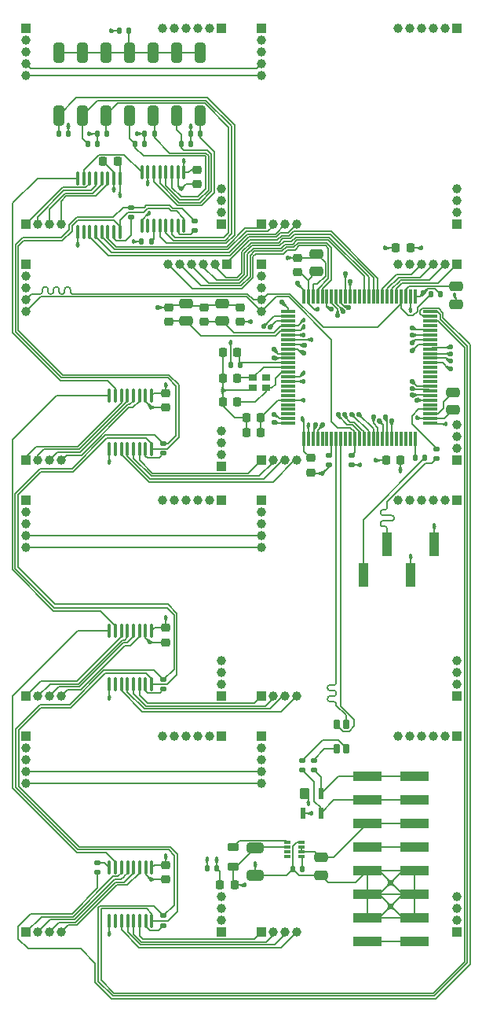
<source format=gbl>
%TF.GenerationSoftware,KiCad,Pcbnew,9.0.5-1.fc42*%
%TF.CreationDate,2025-12-02T14:18:43+01:00*%
%TF.ProjectId,Sub-Board,5375622d-426f-4617-9264-2e6b69636164,2*%
%TF.SameCoordinates,Original*%
%TF.FileFunction,Copper,L4,Bot*%
%TF.FilePolarity,Positive*%
%FSLAX46Y46*%
G04 Gerber Fmt 4.6, Leading zero omitted, Abs format (unit mm)*
G04 Created by KiCad (PCBNEW 9.0.5-1.fc42) date 2025-12-02 14:18:43*
%MOMM*%
%LPD*%
G01*
G04 APERTURE LIST*
G04 Aperture macros list*
%AMRoundRect*
0 Rectangle with rounded corners*
0 $1 Rounding radius*
0 $2 $3 $4 $5 $6 $7 $8 $9 X,Y pos of 4 corners*
0 Add a 4 corners polygon primitive as box body*
4,1,4,$2,$3,$4,$5,$6,$7,$8,$9,$2,$3,0*
0 Add four circle primitives for the rounded corners*
1,1,$1+$1,$2,$3*
1,1,$1+$1,$4,$5*
1,1,$1+$1,$6,$7*
1,1,$1+$1,$8,$9*
0 Add four rect primitives between the rounded corners*
20,1,$1+$1,$2,$3,$4,$5,0*
20,1,$1+$1,$4,$5,$6,$7,0*
20,1,$1+$1,$6,$7,$8,$9,0*
20,1,$1+$1,$8,$9,$2,$3,0*%
G04 Aperture macros list end*
%TA.AperFunction,SMDPad,CuDef*%
%ADD10R,0.900000X0.800000*%
%TD*%
%TA.AperFunction,ComponentPad*%
%ADD11R,1.000000X1.000000*%
%TD*%
%TA.AperFunction,ComponentPad*%
%ADD12C,1.000000*%
%TD*%
%TA.AperFunction,SMDPad,CuDef*%
%ADD13RoundRect,0.225000X0.225000X0.250000X-0.225000X0.250000X-0.225000X-0.250000X0.225000X-0.250000X0*%
%TD*%
%TA.AperFunction,SMDPad,CuDef*%
%ADD14RoundRect,0.225000X-0.250000X0.225000X-0.250000X-0.225000X0.250000X-0.225000X0.250000X0.225000X0*%
%TD*%
%TA.AperFunction,SMDPad,CuDef*%
%ADD15RoundRect,0.250000X0.475000X-0.250000X0.475000X0.250000X-0.475000X0.250000X-0.475000X-0.250000X0*%
%TD*%
%TA.AperFunction,SMDPad,CuDef*%
%ADD16RoundRect,0.135000X0.135000X0.185000X-0.135000X0.185000X-0.135000X-0.185000X0.135000X-0.185000X0*%
%TD*%
%TA.AperFunction,SMDPad,CuDef*%
%ADD17RoundRect,0.250000X-0.475000X0.250000X-0.475000X-0.250000X0.475000X-0.250000X0.475000X0.250000X0*%
%TD*%
%TA.AperFunction,SMDPad,CuDef*%
%ADD18RoundRect,0.250000X-0.650000X0.325000X-0.650000X-0.325000X0.650000X-0.325000X0.650000X0.325000X0*%
%TD*%
%TA.AperFunction,SMDPad,CuDef*%
%ADD19RoundRect,0.135000X-0.135000X-0.185000X0.135000X-0.185000X0.135000X0.185000X-0.135000X0.185000X0*%
%TD*%
%TA.AperFunction,SMDPad,CuDef*%
%ADD20R,1.000000X2.510000*%
%TD*%
%TA.AperFunction,SMDPad,CuDef*%
%ADD21RoundRect,0.100000X0.100000X-0.637500X0.100000X0.637500X-0.100000X0.637500X-0.100000X-0.637500X0*%
%TD*%
%TA.AperFunction,SMDPad,CuDef*%
%ADD22RoundRect,0.120000X0.180000X-0.430000X0.180000X0.430000X-0.180000X0.430000X-0.180000X-0.430000X0*%
%TD*%
%TA.AperFunction,SMDPad,CuDef*%
%ADD23RoundRect,0.218750X-0.381250X0.218750X-0.381250X-0.218750X0.381250X-0.218750X0.381250X0.218750X0*%
%TD*%
%TA.AperFunction,SMDPad,CuDef*%
%ADD24RoundRect,0.075000X-0.725000X-0.075000X0.725000X-0.075000X0.725000X0.075000X-0.725000X0.075000X0*%
%TD*%
%TA.AperFunction,SMDPad,CuDef*%
%ADD25RoundRect,0.075000X-0.075000X-0.725000X0.075000X-0.725000X0.075000X0.725000X-0.075000X0.725000X0*%
%TD*%
%TA.AperFunction,SMDPad,CuDef*%
%ADD26RoundRect,0.218750X0.218750X0.256250X-0.218750X0.256250X-0.218750X-0.256250X0.218750X-0.256250X0*%
%TD*%
%TA.AperFunction,SMDPad,CuDef*%
%ADD27RoundRect,0.135000X-0.185000X0.135000X-0.185000X-0.135000X0.185000X-0.135000X0.185000X0.135000X0*%
%TD*%
%TA.AperFunction,SMDPad,CuDef*%
%ADD28RoundRect,0.135000X0.185000X-0.135000X0.185000X0.135000X-0.185000X0.135000X-0.185000X-0.135000X0*%
%TD*%
%TA.AperFunction,SMDPad,CuDef*%
%ADD29RoundRect,0.225000X0.250000X-0.225000X0.250000X0.225000X-0.250000X0.225000X-0.250000X-0.225000X0*%
%TD*%
%TA.AperFunction,SMDPad,CuDef*%
%ADD30R,0.660000X0.320000*%
%TD*%
%TA.AperFunction,SMDPad,CuDef*%
%ADD31RoundRect,0.250000X-0.310000X0.830000X-0.310000X-0.830000X0.310000X-0.830000X0.310000X0.830000X0*%
%TD*%
%TA.AperFunction,SMDPad,CuDef*%
%ADD32RoundRect,0.123750X-0.371250X0.496250X-0.371250X-0.496250X0.371250X-0.496250X0.371250X0.496250X0*%
%TD*%
%TA.AperFunction,SMDPad,CuDef*%
%ADD33RoundRect,0.073750X-0.221250X0.546250X-0.221250X-0.546250X0.221250X-0.546250X0.221250X0.546250X0*%
%TD*%
%TA.AperFunction,SMDPad,CuDef*%
%ADD34R,3.150000X1.000000*%
%TD*%
%TA.AperFunction,ViaPad*%
%ADD35C,0.457200*%
%TD*%
%TA.AperFunction,ViaPad*%
%ADD36C,0.553200*%
%TD*%
%TA.AperFunction,Conductor*%
%ADD37C,0.177800*%
%TD*%
%TA.AperFunction,Conductor*%
%ADD38C,0.152400*%
%TD*%
G04 APERTURE END LIST*
D10*
%TO.P,Y1,4,NC*%
%TO.N,unconnected-(Y1-NC-Pad4)*%
X129692400Y-83566000D03*
%TO.P,Y1,3*%
%TO.N,/STM32-MCU/PH1*%
X128292400Y-83566000D03*
%TO.P,Y1,2,GND*%
%TO.N,GND*%
X128292400Y-84666000D03*
%TO.P,Y1,1*%
%TO.N,/STM32-MCU/PH0*%
X129692400Y-84666000D03*
%TD*%
D11*
%TO.P,J33,1,Pin_1*%
%TO.N,/STM32-MCU/Slot7.LED*%
X150240000Y-122175000D03*
D12*
%TO.P,J33,2,Pin_2*%
%TO.N,/STM32-MCU/Slot7.C*%
X148970000Y-122175000D03*
%TO.P,J33,3,Pin_3*%
%TO.N,/STM32-MCU/Slot7.B*%
X147700000Y-122175000D03*
%TO.P,J33,4,Pin_4*%
%TO.N,/STM32-MCU/Slot7.A*%
X146430000Y-122175000D03*
%TO.P,J33,5,Pin_5*%
%TO.N,/STM32-MCU/Slot7.A1*%
X145160000Y-122175000D03*
%TO.P,J33,6,Pin_6*%
%TO.N,/STM32-MCU/Slot7.A0*%
X143890000Y-122175000D03*
%TD*%
D11*
%TO.P,J31,1,Pin_1*%
%TO.N,/STM32-MCU/Slot3.LED*%
X150240000Y-71375000D03*
D12*
%TO.P,J31,2,Pin_2*%
%TO.N,/STM32-MCU/Slot3.C*%
X148970000Y-71375000D03*
%TO.P,J31,3,Pin_3*%
%TO.N,/STM32-MCU/Slot3.B*%
X147700000Y-71375000D03*
%TO.P,J31,4,Pin_4*%
%TO.N,/STM32-MCU/Slot3.A*%
X146430000Y-71375000D03*
%TO.P,J31,5,Pin_5*%
%TO.N,/STM32-MCU/Slot3.A1*%
X145160000Y-71375000D03*
%TO.P,J31,6,Pin_6*%
%TO.N,/STM32-MCU/Slot3.A0*%
X143890000Y-71375000D03*
%TD*%
D11*
%TO.P,J21,1,Pin_1*%
%TO.N,/Board Address/+3.3V Digital*%
X103760000Y-122175000D03*
D12*
%TO.P,J21,2,Pin_2*%
%TO.N,/Power Supply/AREF*%
X103760000Y-123445000D03*
%TO.P,J21,3,Pin_3*%
%TO.N,GND*%
X103760000Y-124715000D03*
%TO.P,J21,4,Pin_4*%
%TO.N,/STM32-MCU/SlotBus.Data*%
X103760000Y-125985000D03*
%TO.P,J21,5,Pin_5*%
%TO.N,/STM32-MCU/SlotBus.Clock*%
X103760000Y-127255000D03*
%TD*%
D11*
%TO.P,J4,1,Pin_1*%
%TO.N,/STM32-MCU/Slot0.Addr0*%
X124840000Y-67055000D03*
D12*
%TO.P,J4,2,Pin_2*%
%TO.N,/STM32-MCU/Slot0.Addr1*%
X124840000Y-65785000D03*
%TO.P,J4,3,Pin_3*%
%TO.N,/STM32-MCU/Slot0.Addr2*%
X124840000Y-64515000D03*
%TO.P,J4,4,Pin_4*%
%TO.N,/STM32-MCU/Slot0.Addr3*%
X124840000Y-63245000D03*
%TD*%
D11*
%TO.P,J12,1,Pin_1*%
%TO.N,/STM32-MCU/Slot1.Addr0*%
X150240000Y-67055000D03*
D12*
%TO.P,J12,2,Pin_2*%
%TO.N,/STM32-MCU/Slot1.Addr1*%
X150240000Y-65785000D03*
%TO.P,J12,3,Pin_3*%
%TO.N,/STM32-MCU/Slot1.Addr2*%
X150240000Y-64515000D03*
%TO.P,J12,4,Pin_4*%
%TO.N,/STM32-MCU/Slot1.Addr3*%
X150240000Y-63245000D03*
%TD*%
D11*
%TO.P,J25,1,Pin_1*%
%TO.N,/STM32-MCU/Slot6.LED*%
X124840000Y-122175000D03*
D12*
%TO.P,J25,2,Pin_2*%
%TO.N,/STM32-MCU/Slot6.C*%
X123570000Y-122175000D03*
%TO.P,J25,3,Pin_3*%
%TO.N,/STM32-MCU/Slot6.B*%
X122300000Y-122175000D03*
%TO.P,J25,4,Pin_4*%
%TO.N,/STM32-MCU/Slot6.A*%
X121030000Y-122175000D03*
%TO.P,J25,5,Pin_5*%
%TO.N,/STM32-MCU/Slot6.A1*%
X119760000Y-122175000D03*
%TO.P,J25,6,Pin_6*%
%TO.N,/STM32-MCU/Slot6.A0*%
X118490000Y-122175000D03*
%TD*%
D11*
%TO.P,J34,1,Pin_1*%
%TO.N,/STM32-MCU/Slot7.Typ0*%
X129160000Y-143255000D03*
D12*
%TO.P,J34,2,Pin_2*%
%TO.N,/STM32-MCU/Slot7.Typ1*%
X130430000Y-143255000D03*
%TO.P,J34,3,Pin_3*%
%TO.N,/STM32-MCU/Slot7.Typ2*%
X131700000Y-143255000D03*
%TO.P,J34,4,Pin_4*%
%TO.N,/STM32-MCU/Slot7.Typ3*%
X132970000Y-143255000D03*
%TD*%
D11*
%TO.P,J3,1,Pin_1*%
%TO.N,/Board Address/+3.3V Digital*%
X103760000Y-45975000D03*
D12*
%TO.P,J3,2,Pin_2*%
%TO.N,/Power Supply/AREF*%
X103760000Y-47245000D03*
%TO.P,J3,3,Pin_3*%
%TO.N,GND*%
X103760000Y-48515000D03*
%TO.P,J3,4,Pin_4*%
%TO.N,/STM32-MCU/SlotBus.Data*%
X103760000Y-49785000D03*
%TO.P,J3,5,Pin_5*%
%TO.N,/STM32-MCU/SlotBus.Clock*%
X103760000Y-51055000D03*
%TD*%
D11*
%TO.P,J10,1,Pin_1*%
%TO.N,/STM32-MCU/Slot4.Typ0*%
X103760000Y-117855000D03*
D12*
%TO.P,J10,2,Pin_2*%
%TO.N,/STM32-MCU/Slot4.Typ1*%
X105030000Y-117855000D03*
%TO.P,J10,3,Pin_3*%
%TO.N,/STM32-MCU/Slot4.Typ2*%
X106300000Y-117855000D03*
%TO.P,J10,4,Pin_4*%
%TO.N,/STM32-MCU/Slot4.Typ3*%
X107570000Y-117855000D03*
%TD*%
D11*
%TO.P,J29,1,Pin_1*%
%TO.N,/Board Address/+3.3V Digital*%
X129160000Y-122175000D03*
D12*
%TO.P,J29,2,Pin_2*%
%TO.N,/Power Supply/AREF*%
X129160000Y-123445000D03*
%TO.P,J29,3,Pin_3*%
%TO.N,GND*%
X129160000Y-124715000D03*
%TO.P,J29,4,Pin_4*%
%TO.N,/STM32-MCU/SlotBus.Data*%
X129160000Y-125985000D03*
%TO.P,J29,5,Pin_5*%
%TO.N,/STM32-MCU/SlotBus.Clock*%
X129160000Y-127255000D03*
%TD*%
D11*
%TO.P,J22,1,Pin_1*%
%TO.N,/STM32-MCU/Slot6.Addr0*%
X124840000Y-143255000D03*
D12*
%TO.P,J22,2,Pin_2*%
%TO.N,/STM32-MCU/Slot6.Addr1*%
X124840000Y-141985000D03*
%TO.P,J22,3,Pin_3*%
%TO.N,/STM32-MCU/Slot6.Addr2*%
X124840000Y-140715000D03*
%TO.P,J22,4,Pin_4*%
%TO.N,/STM32-MCU/Slot6.Addr3*%
X124840000Y-139445000D03*
%TD*%
D11*
%TO.P,J17,1,Pin_1*%
%TO.N,/STM32-MCU/Slot5.LED*%
X150240000Y-96775000D03*
D12*
%TO.P,J17,2,Pin_2*%
%TO.N,/STM32-MCU/Slot5.C*%
X148970000Y-96775000D03*
%TO.P,J17,3,Pin_3*%
%TO.N,/STM32-MCU/Slot5.B*%
X147700000Y-96775000D03*
%TO.P,J17,4,Pin_4*%
%TO.N,/STM32-MCU/Slot5.A*%
X146430000Y-96775000D03*
%TO.P,J17,5,Pin_5*%
%TO.N,/STM32-MCU/Slot5.A1*%
X145160000Y-96775000D03*
%TO.P,J17,6,Pin_6*%
%TO.N,/STM32-MCU/Slot5.A0*%
X143890000Y-96775000D03*
%TD*%
D11*
%TO.P,J18,1,Pin_1*%
%TO.N,/STM32-MCU/Slot5.Typ0*%
X129160000Y-117855000D03*
D12*
%TO.P,J18,2,Pin_2*%
%TO.N,/STM32-MCU/Slot5.Typ1*%
X130430000Y-117855000D03*
%TO.P,J18,3,Pin_3*%
%TO.N,/STM32-MCU/Slot5.Typ2*%
X131700000Y-117855000D03*
%TO.P,J18,4,Pin_4*%
%TO.N,/STM32-MCU/Slot5.Typ3*%
X132970000Y-117855000D03*
%TD*%
D11*
%TO.P,J30,1,Pin_1*%
%TO.N,/STM32-MCU/Slot7.Addr0*%
X150240000Y-143255000D03*
D12*
%TO.P,J30,2,Pin_2*%
%TO.N,/STM32-MCU/Slot7.Addr1*%
X150240000Y-141985000D03*
%TO.P,J30,3,Pin_3*%
%TO.N,/STM32-MCU/Slot7.Addr2*%
X150240000Y-140715000D03*
%TO.P,J30,4,Pin_4*%
%TO.N,/STM32-MCU/Slot7.Addr3*%
X150240000Y-139445000D03*
%TD*%
D11*
%TO.P,J28,1,Pin_1*%
%TO.N,/STM32-MCU/Slot3.Addr0*%
X150240000Y-92455000D03*
D12*
%TO.P,J28,2,Pin_2*%
%TO.N,/STM32-MCU/Slot3.Addr1*%
X150240000Y-91185000D03*
%TO.P,J28,3,Pin_3*%
%TO.N,/STM32-MCU/Slot3.Addr2*%
X150240000Y-89915000D03*
%TO.P,J28,4,Pin_4*%
%TO.N,/STM32-MCU/Slot3.Addr3*%
X150240000Y-88645000D03*
%TD*%
D11*
%TO.P,J19,1,Pin_1*%
%TO.N,/Board Address/+3.3V Digital*%
X103760000Y-71375000D03*
D12*
%TO.P,J19,2,Pin_2*%
%TO.N,/Power Supply/AREF*%
X103760000Y-72645000D03*
%TO.P,J19,3,Pin_3*%
%TO.N,GND*%
X103760000Y-73915000D03*
%TO.P,J19,4,Pin_4*%
%TO.N,/STM32-MCU/SlotBus.Data*%
X103760000Y-75185000D03*
%TO.P,J19,5,Pin_5*%
%TO.N,/STM32-MCU/SlotBus.Clock*%
X103760000Y-76455000D03*
%TD*%
D11*
%TO.P,J5,1,Pin_1*%
%TO.N,/Board Address/+3.3V Digital*%
X103760000Y-96775000D03*
D12*
%TO.P,J5,2,Pin_2*%
%TO.N,/Power Supply/AREF*%
X103760000Y-98045000D03*
%TO.P,J5,3,Pin_3*%
%TO.N,GND*%
X103760000Y-99315000D03*
%TO.P,J5,4,Pin_4*%
%TO.N,/STM32-MCU/SlotBus.Data*%
X103760000Y-100585000D03*
%TO.P,J5,5,Pin_5*%
%TO.N,/STM32-MCU/SlotBus.Clock*%
X103760000Y-101855000D03*
%TD*%
D11*
%TO.P,J26,1,Pin_1*%
%TO.N,/STM32-MCU/Slot6.Typ0*%
X103760000Y-143255000D03*
D12*
%TO.P,J26,2,Pin_2*%
%TO.N,/STM32-MCU/Slot6.Typ1*%
X105030000Y-143255000D03*
%TO.P,J26,3,Pin_3*%
%TO.N,/STM32-MCU/Slot6.Typ2*%
X106300000Y-143255000D03*
%TO.P,J26,4,Pin_4*%
%TO.N,/STM32-MCU/Slot6.Typ3*%
X107570000Y-143255000D03*
%TD*%
D11*
%TO.P,J23,1,Pin_1*%
%TO.N,/STM32-MCU/Slot2.LED*%
X125490000Y-71375000D03*
D12*
%TO.P,J23,2,Pin_2*%
%TO.N,/STM32-MCU/Slot2.C*%
X124220000Y-71375000D03*
%TO.P,J23,3,Pin_3*%
%TO.N,/STM32-MCU/Slot2.B*%
X122950000Y-71375000D03*
%TO.P,J23,4,Pin_4*%
%TO.N,/STM32-MCU/Slot2.A*%
X121680000Y-71375000D03*
%TO.P,J23,5,Pin_5*%
%TO.N,/STM32-MCU/Slot2.A1*%
X120410000Y-71375000D03*
%TO.P,J23,6,Pin_6*%
%TO.N,/STM32-MCU/Slot2.A0*%
X119140000Y-71375000D03*
%TD*%
D11*
%TO.P,J14,1,Pin_1*%
%TO.N,/STM32-MCU/Slot5.Addr0*%
X150240000Y-117855000D03*
D12*
%TO.P,J14,2,Pin_2*%
%TO.N,/STM32-MCU/Slot5.Addr1*%
X150240000Y-116585000D03*
%TO.P,J14,3,Pin_3*%
%TO.N,/STM32-MCU/Slot5.Addr2*%
X150240000Y-115315000D03*
%TO.P,J14,4,Pin_4*%
%TO.N,/STM32-MCU/Slot5.Addr3*%
X150240000Y-114045000D03*
%TD*%
D11*
%TO.P,J15,1,Pin_1*%
%TO.N,/STM32-MCU/Slot1.LED*%
X150240000Y-45975000D03*
D12*
%TO.P,J15,2,Pin_2*%
%TO.N,/STM32-MCU/Slot1.C*%
X148970000Y-45975000D03*
%TO.P,J15,3,Pin_3*%
%TO.N,/STM32-MCU/Slot1.B*%
X147700000Y-45975000D03*
%TO.P,J15,4,Pin_4*%
%TO.N,/STM32-MCU/Slot1.A*%
X146430000Y-45975000D03*
%TO.P,J15,5,Pin_5*%
%TO.N,/STM32-MCU/Slot1.A1*%
X145160000Y-45975000D03*
%TO.P,J15,6,Pin_6*%
%TO.N,/STM32-MCU/Slot1.A0*%
X143890000Y-45975000D03*
%TD*%
D11*
%TO.P,J32,1,Pin_1*%
%TO.N,/STM32-MCU/Slot3.Typ0*%
X129160000Y-92455000D03*
D12*
%TO.P,J32,2,Pin_2*%
%TO.N,/STM32-MCU/Slot3.Typ1*%
X130430000Y-92455000D03*
%TO.P,J32,3,Pin_3*%
%TO.N,/STM32-MCU/Slot3.Typ2*%
X131700000Y-92455000D03*
%TO.P,J32,4,Pin_4*%
%TO.N,/STM32-MCU/Slot3.Typ3*%
X132970000Y-92455000D03*
%TD*%
D11*
%TO.P,J9,1,Pin_1*%
%TO.N,/STM32-MCU/Slot4.LED*%
X124840000Y-96775000D03*
D12*
%TO.P,J9,2,Pin_2*%
%TO.N,/STM32-MCU/Slot4.C*%
X123570000Y-96775000D03*
%TO.P,J9,3,Pin_3*%
%TO.N,/STM32-MCU/Slot4.B*%
X122300000Y-96775000D03*
%TO.P,J9,4,Pin_4*%
%TO.N,/STM32-MCU/Slot4.A*%
X121030000Y-96775000D03*
%TO.P,J9,5,Pin_5*%
%TO.N,/STM32-MCU/Slot4.A1*%
X119760000Y-96775000D03*
%TO.P,J9,6,Pin_6*%
%TO.N,/STM32-MCU/Slot4.A0*%
X118490000Y-96775000D03*
%TD*%
D11*
%TO.P,J6,1,Pin_1*%
%TO.N,/STM32-MCU/Slot4.Addr0*%
X124840000Y-117855000D03*
D12*
%TO.P,J6,2,Pin_2*%
%TO.N,/STM32-MCU/Slot4.Addr1*%
X124840000Y-116585000D03*
%TO.P,J6,3,Pin_3*%
%TO.N,/STM32-MCU/Slot4.Addr2*%
X124840000Y-115315000D03*
%TO.P,J6,4,Pin_4*%
%TO.N,/STM32-MCU/Slot4.Addr3*%
X124840000Y-114045000D03*
%TD*%
D11*
%TO.P,J13,1,Pin_1*%
%TO.N,/Board Address/+3.3V Digital*%
X129160000Y-96775000D03*
D12*
%TO.P,J13,2,Pin_2*%
%TO.N,/Power Supply/AREF*%
X129160000Y-98045000D03*
%TO.P,J13,3,Pin_3*%
%TO.N,GND*%
X129160000Y-99315000D03*
%TO.P,J13,4,Pin_4*%
%TO.N,/STM32-MCU/SlotBus.Data*%
X129160000Y-100585000D03*
%TO.P,J13,5,Pin_5*%
%TO.N,/STM32-MCU/SlotBus.Clock*%
X129160000Y-101855000D03*
%TD*%
D11*
%TO.P,J11,1,Pin_1*%
%TO.N,/Board Address/+3.3V Digital*%
X129160000Y-45975000D03*
D12*
%TO.P,J11,2,Pin_2*%
%TO.N,/Power Supply/AREF*%
X129160000Y-47245000D03*
%TO.P,J11,3,Pin_3*%
%TO.N,GND*%
X129160000Y-48515000D03*
%TO.P,J11,4,Pin_4*%
%TO.N,/STM32-MCU/SlotBus.Data*%
X129160000Y-49785000D03*
%TO.P,J11,5,Pin_5*%
%TO.N,/STM32-MCU/SlotBus.Clock*%
X129160000Y-51055000D03*
%TD*%
D11*
%TO.P,J8,1,Pin_1*%
%TO.N,/STM32-MCU/Slot0.Typ0*%
X103760000Y-67055000D03*
D12*
%TO.P,J8,2,Pin_2*%
%TO.N,/STM32-MCU/Slot0.Typ1*%
X105030000Y-67055000D03*
%TO.P,J8,3,Pin_3*%
%TO.N,/STM32-MCU/Slot0.Typ2*%
X106300000Y-67055000D03*
%TO.P,J8,4,Pin_4*%
%TO.N,/STM32-MCU/Slot0.Typ3*%
X107570000Y-67055000D03*
%TD*%
D11*
%TO.P,J24,1,Pin_1*%
%TO.N,/STM32-MCU/Slot2.Typ0*%
X103760000Y-92455000D03*
D12*
%TO.P,J24,2,Pin_2*%
%TO.N,/STM32-MCU/Slot2.Typ1*%
X105030000Y-92455000D03*
%TO.P,J24,3,Pin_3*%
%TO.N,/STM32-MCU/Slot2.Typ2*%
X106300000Y-92455000D03*
%TO.P,J24,4,Pin_4*%
%TO.N,/STM32-MCU/Slot2.Typ3*%
X107570000Y-92455000D03*
%TD*%
D11*
%TO.P,J7,1,Pin_1*%
%TO.N,/STM32-MCU/Slot0.LED*%
X124840000Y-45975000D03*
D12*
%TO.P,J7,2,Pin_2*%
%TO.N,/STM32-MCU/Slot0.C*%
X123570000Y-45975000D03*
%TO.P,J7,3,Pin_3*%
%TO.N,/STM32-MCU/Slot0.B*%
X122300000Y-45975000D03*
%TO.P,J7,4,Pin_4*%
%TO.N,/STM32-MCU/Slot0.A*%
X121030000Y-45975000D03*
%TO.P,J7,5,Pin_5*%
%TO.N,/STM32-MCU/Slot0.A1*%
X119760000Y-45975000D03*
%TO.P,J7,6,Pin_6*%
%TO.N,/STM32-MCU/Slot0.A0*%
X118490000Y-45975000D03*
%TD*%
D11*
%TO.P,J27,1,Pin_1*%
%TO.N,/Board Address/+3.3V Digital*%
X129160000Y-71375000D03*
D12*
%TO.P,J27,2,Pin_2*%
%TO.N,/Power Supply/AREF*%
X129160000Y-72645000D03*
%TO.P,J27,3,Pin_3*%
%TO.N,GND*%
X129160000Y-73915000D03*
%TO.P,J27,4,Pin_4*%
%TO.N,/STM32-MCU/SlotBus.Data*%
X129160000Y-75185000D03*
%TO.P,J27,5,Pin_5*%
%TO.N,/STM32-MCU/SlotBus.Clock*%
X129160000Y-76455000D03*
%TD*%
D11*
%TO.P,J20,1,Pin_1*%
%TO.N,/STM32-MCU/Slot2.Addr0*%
X124840000Y-93105000D03*
D12*
%TO.P,J20,2,Pin_2*%
%TO.N,/STM32-MCU/Slot2.Addr1*%
X124840000Y-91835000D03*
%TO.P,J20,3,Pin_3*%
%TO.N,/STM32-MCU/Slot2.Addr2*%
X124840000Y-90565000D03*
%TO.P,J20,4,Pin_4*%
%TO.N,/STM32-MCU/Slot2.Addr3*%
X124840000Y-89295000D03*
%TD*%
D11*
%TO.P,J16,1,Pin_1*%
%TO.N,/STM32-MCU/Slot1.Typ0*%
X129160000Y-67055000D03*
D12*
%TO.P,J16,2,Pin_2*%
%TO.N,/STM32-MCU/Slot1.Typ1*%
X130430000Y-67055000D03*
%TO.P,J16,3,Pin_3*%
%TO.N,/STM32-MCU/Slot1.Typ2*%
X131700000Y-67055000D03*
%TO.P,J16,4,Pin_4*%
%TO.N,/STM32-MCU/Slot1.Typ3*%
X132970000Y-67055000D03*
%TD*%
D13*
%TO.P,C11,1*%
%TO.N,/Board Address/+3.3V Digital*%
X129121400Y-87818600D03*
%TO.P,C11,2*%
%TO.N,GND*%
X127571400Y-87818600D03*
%TD*%
D14*
%TO.P,C6,1*%
%TO.N,/Board Address/+3.3V Digital*%
X118872000Y-110477000D03*
%TO.P,C6,2*%
%TO.N,GND*%
X118872000Y-112027000D03*
%TD*%
D15*
%TO.P,C8,1*%
%TO.N,/Power Supply/+3.3V Analog*%
X124968000Y-77470000D03*
%TO.P,C8,2*%
%TO.N,GND*%
X124968000Y-75570000D03*
%TD*%
D16*
%TO.P,R21,1*%
%TO.N,/Board Address/+3.3V Digital*%
X148467000Y-74549000D03*
%TO.P,R21,2*%
%TO.N,/STM32-MCU/SlotBus.Data*%
X147447000Y-74549000D03*
%TD*%
%TO.P,R3,1*%
%TO.N,/Power Supply/MODE{slash}S-CONF*%
X133606000Y-136448800D03*
%TO.P,R3,2*%
%TO.N,GND*%
X132586000Y-136448800D03*
%TD*%
D17*
%TO.P,C23,1*%
%TO.N,/STM32-MCU/VCAP2*%
X149860000Y-85095000D03*
%TO.P,C23,2*%
%TO.N,GND*%
X149860000Y-86995000D03*
%TD*%
D18*
%TO.P,C2,1*%
%TO.N,/Board Address/+3.3V Digital*%
X128524000Y-134157400D03*
%TO.P,C2,2*%
%TO.N,GND*%
X128524000Y-137107400D03*
%TD*%
D13*
%TO.P,C15,1*%
%TO.N,/Board Address/+3.3V Digital*%
X129121400Y-89469600D03*
%TO.P,C15,2*%
%TO.N,GND*%
X127571400Y-89469600D03*
%TD*%
D19*
%TO.P,R13,1*%
%TO.N,/Board Address/+3.3V Digital*%
X116269400Y-68908099D03*
%TO.P,R13,2*%
%TO.N,/Board Address/BoardAddress7*%
X117289400Y-68908099D03*
%TD*%
D20*
%TO.P,J2,1,Pin_1*%
%TO.N,/Board Address/+3.3V Digital*%
X147828000Y-101447600D03*
%TO.P,J2,2,Pin_2*%
%TO.N,GND*%
X145288000Y-104757600D03*
%TO.P,J2,3,Pin_3*%
%TO.N,/STM32-MCU/SWDIO*%
X142748000Y-101447600D03*
%TO.P,J2,4,Pin_4*%
%TO.N,/STM32-MCU/SWCLK*%
X140208000Y-104757600D03*
%TD*%
D17*
%TO.P,C1,1*%
%TO.N,/System Bus/+5V*%
X135585200Y-135194000D03*
%TO.P,C1,2*%
%TO.N,GND*%
X135585200Y-137094000D03*
%TD*%
D21*
%TO.P,U7,1,~{PL}*%
%TO.N,/STM32-MCU/Config.Latch*%
X117348000Y-141996000D03*
%TO.P,U7,2,CP*%
%TO.N,Net-(U7-CP)*%
X116698000Y-141996000D03*
%TO.P,U7,3,D4*%
%TO.N,/STM32-MCU/Slot7.Typ0*%
X116048000Y-141996000D03*
%TO.P,U7,4,D5*%
%TO.N,/STM32-MCU/Slot7.Typ1*%
X115398000Y-141996000D03*
%TO.P,U7,5,D6*%
%TO.N,/STM32-MCU/Slot7.Typ2*%
X114748000Y-141996000D03*
%TO.P,U7,6,D7*%
%TO.N,/STM32-MCU/Slot7.Typ3*%
X114098000Y-141996000D03*
%TO.P,U7,7,~{Q7}*%
%TO.N,unconnected-(U7-~{Q7}-Pad7)*%
X113448000Y-141996000D03*
%TO.P,U7,8,GND*%
%TO.N,GND*%
X112798000Y-141996000D03*
%TO.P,U7,9,Q7*%
%TO.N,Net-(U7-Q7)*%
X112798000Y-136271000D03*
%TO.P,U7,10,DS*%
%TO.N,/STM32-MCU/Config.Out4*%
X113448000Y-136271000D03*
%TO.P,U7,11,D0*%
%TO.N,/STM32-MCU/Slot6.Typ0*%
X114098000Y-136271000D03*
%TO.P,U7,12,D1*%
%TO.N,/STM32-MCU/Slot6.Typ1*%
X114748000Y-136271000D03*
%TO.P,U7,13,D2*%
%TO.N,/STM32-MCU/Slot6.Typ2*%
X115398000Y-136271000D03*
%TO.P,U7,14,D3*%
%TO.N,/STM32-MCU/Slot6.Typ3*%
X116048000Y-136271000D03*
%TO.P,U7,15,~{CE}*%
%TO.N,GND*%
X116698000Y-136271000D03*
%TO.P,U7,16,VCC*%
%TO.N,/Board Address/+3.3V Digital*%
X117348000Y-136271000D03*
%TD*%
D22*
%TO.P,L1,1*%
%TO.N,Net-(L1-Pad1)*%
X138295000Y-123524000D03*
%TO.P,L1,2*%
%TO.N,/STM32-MCU/SystemBus.Data*%
X138295000Y-120824000D03*
%TO.P,L1,3*%
%TO.N,/STM32-MCU/SystemBus.Clock*%
X137295000Y-120824000D03*
%TO.P,L1,4*%
%TO.N,Net-(L1-Pad4)*%
X137295000Y-123524000D03*
%TD*%
D23*
%TO.P,L2,1*%
%TO.N,Net-(U1-SW)*%
X126111000Y-134061900D03*
%TO.P,L2,2*%
%TO.N,/Board Address/+3.3V Digital*%
X126111000Y-136186900D03*
%TD*%
D14*
%TO.P,C22,1*%
%TO.N,/Board Address/+3.3V Digital*%
X133096000Y-70631000D03*
%TO.P,C22,2*%
%TO.N,GND*%
X133096000Y-72181000D03*
%TD*%
D24*
%TO.P,U3,1,PE2*%
%TO.N,/STM32-MCU/Slot4.C*%
X132075800Y-88448400D03*
%TO.P,U3,2,PE3*%
%TO.N,/STM32-MCU/Slot4.LED*%
X132075800Y-87948400D03*
%TO.P,U3,3,PE4*%
%TO.N,unconnected-(U3-PE4-Pad3)*%
X132075800Y-87448399D03*
%TO.P,U3,4,PE5*%
%TO.N,unconnected-(U3-PE5-Pad4)*%
X132075800Y-86948400D03*
%TO.P,U3,5,PE6*%
%TO.N,unconnected-(U3-PE6-Pad5)*%
X132075800Y-86448401D03*
%TO.P,U3,6,VBAT*%
%TO.N,/Board Address/+3.3V Digital*%
X132075800Y-85948400D03*
%TO.P,U3,7,PC13*%
%TO.N,unconnected-(U3-PC13-Pad7)*%
X132075800Y-85448400D03*
%TO.P,U3,8,PC14*%
%TO.N,unconnected-(U3-PC14-Pad8)*%
X132075800Y-84948399D03*
%TO.P,U3,9,PC15*%
%TO.N,unconnected-(U3-PC15-Pad9)*%
X132075800Y-84448400D03*
%TO.P,U3,10,VSS*%
%TO.N,GND*%
X132075800Y-83948400D03*
%TO.P,U3,11,VDD*%
%TO.N,/Board Address/+3.3V Digital*%
X132075800Y-83448400D03*
%TO.P,U3,12,PH0*%
%TO.N,/STM32-MCU/PH0*%
X132075800Y-82948400D03*
%TO.P,U3,13,PH1*%
%TO.N,/STM32-MCU/PH1*%
X132075799Y-82448400D03*
%TO.P,U3,14,NRST*%
%TO.N,/STM32-MCU/NRST*%
X132075800Y-81948400D03*
%TO.P,U3,15,PC0*%
%TO.N,/STM32-MCU/Slot4.A0*%
X132075800Y-81448400D03*
%TO.P,U3,16,PC1*%
%TO.N,/STM32-MCU/Slot4.A1*%
X132075800Y-80948400D03*
%TO.P,U3,17,PC2*%
%TO.N,/STM32-MCU/Slot6.A0*%
X132075800Y-80448400D03*
%TO.P,U3,18,PC3*%
%TO.N,/STM32-MCU/Slot6.A1*%
X132075800Y-79948401D03*
%TO.P,U3,19,VDD*%
%TO.N,/Board Address/+3.3V Digital*%
X132075800Y-79448400D03*
%TO.P,U3,20,VSSA*%
%TO.N,GND*%
X132075800Y-78948400D03*
%TO.P,U3,21,VREF+*%
%TO.N,/Power Supply/AREF*%
X132075800Y-78448399D03*
%TO.P,U3,22,VDDA*%
%TO.N,/Power Supply/+3.3V Analog*%
X132075800Y-77948400D03*
%TO.P,U3,23,PA0*%
%TO.N,/STM32-MCU/Slot7.A0*%
X132075800Y-77448401D03*
%TO.P,U3,24,PA1*%
%TO.N,/STM32-MCU/Slot7.A1*%
X132075800Y-76948400D03*
%TO.P,U3,25,PA2*%
%TO.N,/STM32-MCU/Slot5.A0*%
X132075800Y-76448400D03*
D25*
%TO.P,U3,26,PA3*%
%TO.N,/STM32-MCU/Slot5.A1*%
X133750800Y-74773400D03*
%TO.P,U3,27,VSS*%
%TO.N,GND*%
X134250800Y-74773400D03*
%TO.P,U3,28,VDD*%
%TO.N,/Board Address/+3.3V Digital*%
X134750801Y-74773400D03*
%TO.P,U3,29,PA4*%
%TO.N,/STM32-MCU/Slot2.A0*%
X135250800Y-74773400D03*
%TO.P,U3,30,PA5*%
%TO.N,/STM32-MCU/Slot2.A1*%
X135750799Y-74773400D03*
%TO.P,U3,31,PA6*%
%TO.N,/STM32-MCU/Slot1.A0*%
X136250800Y-74773400D03*
%TO.P,U3,32,PA7*%
%TO.N,/STM32-MCU/Slot1.A1*%
X136750800Y-74773400D03*
%TO.P,U3,33,PC4*%
%TO.N,/STM32-MCU/Slot0.A0*%
X137250801Y-74773400D03*
%TO.P,U3,34,PC5*%
%TO.N,/STM32-MCU/Slot0.A1*%
X137750800Y-74773400D03*
%TO.P,U3,35,PB0*%
%TO.N,/STM32-MCU/Slot3.A0*%
X138250800Y-74773400D03*
%TO.P,U3,36,PB1*%
%TO.N,/STM32-MCU/Slot3.A1*%
X138750800Y-74773400D03*
%TO.P,U3,37,PB2*%
%TO.N,unconnected-(U3-PB2-Pad37)*%
X139250800Y-74773400D03*
%TO.P,U3,38,PE7*%
%TO.N,unconnected-(U3-PE7-Pad38)*%
X139750800Y-74773399D03*
%TO.P,U3,39,PE8*%
%TO.N,/STM32-MCU/Slot2.A*%
X140250800Y-74773400D03*
%TO.P,U3,40,PE9*%
%TO.N,/STM32-MCU/Slot2.B*%
X140750800Y-74773400D03*
%TO.P,U3,41,PE10*%
%TO.N,/STM32-MCU/Slot2.C*%
X141250800Y-74773400D03*
%TO.P,U3,42,PE11*%
%TO.N,/STM32-MCU/Slot2.LED*%
X141750800Y-74773400D03*
%TO.P,U3,43,PE12*%
%TO.N,/STM32-MCU/Slot3.A*%
X142250799Y-74773400D03*
%TO.P,U3,44,PE13*%
%TO.N,/STM32-MCU/Slot3.B*%
X142750800Y-74773400D03*
%TO.P,U3,45,PE14*%
%TO.N,/STM32-MCU/Slot3.C*%
X143250800Y-74773400D03*
%TO.P,U3,46,PE15*%
%TO.N,/STM32-MCU/Slot3.LED*%
X143750801Y-74773400D03*
%TO.P,U3,47,PB10*%
%TO.N,/STM32-MCU/SlotBus.Data*%
X144250800Y-74773400D03*
%TO.P,U3,48,VCAP1*%
%TO.N,/STM32-MCU/VCAP1*%
X144750799Y-74773400D03*
%TO.P,U3,49,VSS*%
%TO.N,GND*%
X145250800Y-74773400D03*
%TO.P,U3,50,VDD*%
%TO.N,/Board Address/+3.3V Digital*%
X145750800Y-74773400D03*
D24*
%TO.P,U3,51,PB12*%
%TO.N,/STM32-MCU/Config.Clock*%
X147425800Y-76448400D03*
%TO.P,U3,52,PB13*%
%TO.N,/STM32-MCU/Config.Data*%
X147425800Y-76948400D03*
%TO.P,U3,53,PB14*%
%TO.N,/STM32-MCU/Config.Latch*%
X147425800Y-77448401D03*
%TO.P,U3,54,PB15*%
%TO.N,unconnected-(U3-PB15-Pad54)*%
X147425800Y-77948400D03*
%TO.P,U3,55,PD8*%
%TO.N,/STM32-MCU/Slot0.A*%
X147425800Y-78448399D03*
%TO.P,U3,56,PD9*%
%TO.N,/STM32-MCU/Slot0.B*%
X147425800Y-78948400D03*
%TO.P,U3,57,PD10*%
%TO.N,/STM32-MCU/Slot0.C*%
X147425800Y-79448400D03*
%TO.P,U3,58,PD11*%
%TO.N,/STM32-MCU/Slot0.LED*%
X147425800Y-79948401D03*
%TO.P,U3,59,PD12*%
%TO.N,/STM32-MCU/Slot1.A*%
X147425800Y-80448400D03*
%TO.P,U3,60,PD13*%
%TO.N,/STM32-MCU/Slot1.B*%
X147425800Y-80948400D03*
%TO.P,U3,61,PD14*%
%TO.N,/STM32-MCU/Slot1.C*%
X147425800Y-81448400D03*
%TO.P,U3,62,PD15*%
%TO.N,/STM32-MCU/Slot1.LED*%
X147425800Y-81948400D03*
%TO.P,U3,63,PC6*%
%TO.N,unconnected-(U3-PC6-Pad63)*%
X147425801Y-82448400D03*
%TO.P,U3,64,PC7*%
%TO.N,unconnected-(U3-PC7-Pad64)*%
X147425800Y-82948400D03*
%TO.P,U3,65,PC8*%
%TO.N,unconnected-(U3-PC8-Pad65)*%
X147425800Y-83448400D03*
%TO.P,U3,66,PC9*%
%TO.N,unconnected-(U3-PC9-Pad66)*%
X147425800Y-83948400D03*
%TO.P,U3,67,PA8*%
%TO.N,/STM32-MCU/Slot5.A*%
X147425800Y-84448400D03*
%TO.P,U3,68,PA9*%
%TO.N,/STM32-MCU/Slot5.B*%
X147425800Y-84948399D03*
%TO.P,U3,69,PA10*%
%TO.N,/STM32-MCU/Slot5.C*%
X147425800Y-85448400D03*
%TO.P,U3,70,PA11*%
%TO.N,/STM32-MCU/Slot5.LED*%
X147425800Y-85948400D03*
%TO.P,U3,71,PA12*%
%TO.N,unconnected-(U3-PA12-Pad71)*%
X147425800Y-86448401D03*
%TO.P,U3,72,PA13*%
%TO.N,Net-(U3-PA13)*%
X147425800Y-86948400D03*
%TO.P,U3,73,VCAP2*%
%TO.N,/STM32-MCU/VCAP2*%
X147425800Y-87448399D03*
%TO.P,U3,74,VSS*%
%TO.N,GND*%
X147425800Y-87948400D03*
%TO.P,U3,75,VDD*%
%TO.N,/Board Address/+3.3V Digital*%
X147425800Y-88448400D03*
D25*
%TO.P,U3,76,PA14*%
%TO.N,Net-(U3-PA14)*%
X145750800Y-90123400D03*
%TO.P,U3,77,PA15*%
%TO.N,unconnected-(U3-PA15-Pad77)*%
X145250800Y-90123400D03*
%TO.P,U3,78,PC10*%
%TO.N,unconnected-(U3-PC10-Pad78)*%
X144750799Y-90123400D03*
%TO.P,U3,79,PC11*%
%TO.N,unconnected-(U3-PC11-Pad79)*%
X144250800Y-90123400D03*
%TO.P,U3,80,PC12*%
%TO.N,unconnected-(U3-PC12-Pad80)*%
X143750801Y-90123400D03*
%TO.P,U3,81,PD0*%
%TO.N,/STM32-MCU/Slot7.A*%
X143250800Y-90123400D03*
%TO.P,U3,82,PD1*%
%TO.N,/STM32-MCU/Slot7.B*%
X142750800Y-90123400D03*
%TO.P,U3,83,PD2*%
%TO.N,/STM32-MCU/Slot7.C*%
X142250799Y-90123400D03*
%TO.P,U3,84,PD3*%
%TO.N,/STM32-MCU/Slot7.LED*%
X141750800Y-90123400D03*
%TO.P,U3,85,PD4*%
%TO.N,/STM32-MCU/Slot6.A*%
X141250800Y-90123400D03*
%TO.P,U3,86,PD5*%
%TO.N,/STM32-MCU/Slot6.B*%
X140750800Y-90123400D03*
%TO.P,U3,87,PD6*%
%TO.N,/STM32-MCU/Slot6.C*%
X140250800Y-90123400D03*
%TO.P,U3,88,PD7*%
%TO.N,/STM32-MCU/Slot6.LED*%
X139750800Y-90123401D03*
%TO.P,U3,89,PB3*%
%TO.N,/STM32-MCU/SlotBus.Clock*%
X139250800Y-90123400D03*
%TO.P,U3,90,PB4*%
%TO.N,unconnected-(U3-PB4-Pad90)*%
X138750800Y-90123400D03*
%TO.P,U3,91,PB5*%
%TO.N,unconnected-(U3-PB5-Pad91)*%
X138250800Y-90123400D03*
%TO.P,U3,92,PB6*%
%TO.N,/STM32-MCU/SystemBus.Clock*%
X137750800Y-90123400D03*
%TO.P,U3,93,PB7*%
%TO.N,/STM32-MCU/SystemBus.Data*%
X137250801Y-90123400D03*
%TO.P,U3,94,BOOT0*%
%TO.N,/STM32-MCU/BOOT0*%
X136750800Y-90123400D03*
%TO.P,U3,95,PB8*%
%TO.N,unconnected-(U3-PB8-Pad95)*%
X136250800Y-90123400D03*
%TO.P,U3,96,PB9*%
%TO.N,unconnected-(U3-PB9-Pad96)*%
X135750799Y-90123400D03*
%TO.P,U3,97,PE0*%
%TO.N,/STM32-MCU/Slot4.A*%
X135250800Y-90123400D03*
%TO.P,U3,98,PE1*%
%TO.N,/STM32-MCU/Slot4.B*%
X134750801Y-90123400D03*
%TO.P,U3,99,VSS*%
%TO.N,GND*%
X134250800Y-90123400D03*
%TO.P,U3,100,VDD*%
%TO.N,/Board Address/+3.3V Digital*%
X133750800Y-90123400D03*
%TD*%
D16*
%TO.P,R8,1*%
%TO.N,/Board Address/BoardAddress2*%
X117629400Y-57302400D03*
%TO.P,R8,2*%
%TO.N,GND*%
X116609400Y-57302400D03*
%TD*%
D26*
%TO.P,FB1,1*%
%TO.N,/Board Address/+3.3V Digital*%
X126263500Y-138172400D03*
%TO.P,FB1,2*%
%TO.N,/Power Supply/+3.3V Analog*%
X124688500Y-138172400D03*
%TD*%
D14*
%TO.P,C3,1*%
%TO.N,/Board Address/+3.3V Digital*%
X122240400Y-61150099D03*
%TO.P,C3,2*%
%TO.N,GND*%
X122240400Y-62700099D03*
%TD*%
D27*
%TO.P,R15,1*%
%TO.N,/STM32-MCU/Config.Clock*%
X115112800Y-65225200D03*
%TO.P,R15,2*%
%TO.N,Net-(U4-CP)*%
X115112800Y-66245200D03*
%TD*%
D14*
%TO.P,C18,1*%
%TO.N,/Board Address/+3.3V Digital*%
X134493000Y-92189000D03*
%TO.P,C18,2*%
%TO.N,GND*%
X134493000Y-93739000D03*
%TD*%
D27*
%TO.P,R16,1*%
%TO.N,Net-(U3-PA13)*%
X148031200Y-91236800D03*
%TO.P,R16,2*%
%TO.N,/STM32-MCU/SWDIO*%
X148031200Y-92256800D03*
%TD*%
D28*
%TO.P,R2,1*%
%TO.N,/System Bus/SystemBus-Data*%
X133604000Y-125782800D03*
%TO.P,R2,2*%
%TO.N,Net-(L1-Pad1)*%
X133604000Y-124762800D03*
%TD*%
D14*
%TO.P,C5,1*%
%TO.N,/Board Address/+3.3V Digital*%
X118872000Y-85204000D03*
%TO.P,C5,2*%
%TO.N,GND*%
X118872000Y-86754000D03*
%TD*%
D16*
%TO.P,R10,1*%
%TO.N,/Board Address/BoardAddress4*%
X112498600Y-57302400D03*
%TO.P,R10,2*%
%TO.N,GND*%
X111478600Y-57302400D03*
%TD*%
D17*
%TO.P,C7,1*%
%TO.N,/Board Address/+3.3V Digital*%
X135128000Y-70236000D03*
%TO.P,C7,2*%
%TO.N,GND*%
X135128000Y-72136000D03*
%TD*%
D28*
%TO.P,R20,1*%
%TO.N,/Board Address/+3.3V Digital*%
X138877800Y-92934400D03*
%TO.P,R20,2*%
%TO.N,/STM32-MCU/SlotBus.Clock*%
X138877800Y-91914400D03*
%TD*%
D13*
%TO.P,C12,1*%
%TO.N,/Board Address/+3.3V Digital*%
X145250200Y-69596000D03*
%TO.P,C12,2*%
%TO.N,GND*%
X143700200Y-69596000D03*
%TD*%
D28*
%TO.P,R1,1*%
%TO.N,/System Bus/SystemBus-Clock*%
X134825200Y-125782800D03*
%TO.P,R1,2*%
%TO.N,Net-(L1-Pad4)*%
X134825200Y-124762800D03*
%TD*%
D29*
%TO.P,C10,1*%
%TO.N,/Power Supply/+3.3V Analog*%
X122968000Y-77515000D03*
%TO.P,C10,2*%
%TO.N,GND*%
X122968000Y-75965000D03*
%TD*%
D27*
%TO.P,R14,1*%
%TO.N,/STM32-MCU/Config.Clock*%
X121961000Y-66672899D03*
%TO.P,R14,2*%
%TO.N,Net-(U2-CP)*%
X121961000Y-67692899D03*
%TD*%
D29*
%TO.P,C9,1*%
%TO.N,/Board Address/+3.3V Digital*%
X126873000Y-77515000D03*
%TO.P,C9,2*%
%TO.N,GND*%
X126873000Y-75965000D03*
%TD*%
D13*
%TO.P,C4,1*%
%TO.N,/Board Address/+3.3V Digital*%
X113663600Y-60233400D03*
%TO.P,C4,2*%
%TO.N,GND*%
X112113600Y-60233400D03*
%TD*%
D21*
%TO.P,U2,1,~{PL}*%
%TO.N,/STM32-MCU/Config.Latch*%
X120832400Y-67157600D03*
%TO.P,U2,2,CP*%
%TO.N,Net-(U2-CP)*%
X120182400Y-67157600D03*
%TO.P,U2,3,D4*%
%TO.N,/Board Address/BoardAddress4*%
X119532400Y-67157600D03*
%TO.P,U2,4,D5*%
%TO.N,/Board Address/BoardAddress5*%
X118882400Y-67157600D03*
%TO.P,U2,5,D6*%
%TO.N,/Board Address/BoardAddress6*%
X118232400Y-67157600D03*
%TO.P,U2,6,D7*%
%TO.N,/Board Address/BoardAddress7*%
X117582400Y-67157600D03*
%TO.P,U2,7,~{Q7}*%
%TO.N,unconnected-(U2-~{Q7}-Pad7)*%
X116932400Y-67157600D03*
%TO.P,U2,8,GND*%
%TO.N,GND*%
X116282400Y-67157600D03*
%TO.P,U2,9,Q7*%
%TO.N,/STM32-MCU/Config.Out1*%
X116282400Y-61432600D03*
%TO.P,U2,10,DS*%
%TO.N,GND*%
X116932400Y-61432600D03*
%TO.P,U2,11,D0*%
%TO.N,/Board Address/BoardAddress0*%
X117582400Y-61432600D03*
%TO.P,U2,12,D1*%
%TO.N,/Board Address/BoardAddress1*%
X118232400Y-61432600D03*
%TO.P,U2,13,D2*%
%TO.N,/Board Address/BoardAddress2*%
X118882400Y-61432600D03*
%TO.P,U2,14,D3*%
%TO.N,/Board Address/BoardAddress3*%
X119532400Y-61432600D03*
%TO.P,U2,15,~{CE}*%
%TO.N,GND*%
X120182400Y-61432600D03*
%TO.P,U2,16,VCC*%
%TO.N,/Board Address/+3.3V Digital*%
X120832400Y-61432600D03*
%TD*%
D19*
%TO.P,R23,1*%
%TO.N,/Board Address/+3.3V Digital*%
X125851400Y-82169000D03*
%TO.P,R23,2*%
%TO.N,/STM32-MCU/NRST*%
X126871400Y-82169000D03*
%TD*%
D13*
%TO.P,C21,1*%
%TO.N,/STM32-MCU/PH0*%
X126586400Y-86187600D03*
%TO.P,C21,2*%
%TO.N,GND*%
X125036400Y-86187600D03*
%TD*%
D19*
%TO.P,R7,1*%
%TO.N,/Board Address/BoardAddress1*%
X120548400Y-58394600D03*
%TO.P,R7,2*%
%TO.N,GND*%
X121568400Y-58394600D03*
%TD*%
D27*
%TO.P,R18,1*%
%TO.N,/STM32-MCU/Config.Clock*%
X118618000Y-90676000D03*
%TO.P,R18,2*%
%TO.N,Net-(U5-CP)*%
X118618000Y-91696000D03*
%TD*%
D29*
%TO.P,C16,1*%
%TO.N,/Power Supply/AREF*%
X119158000Y-77515000D03*
%TO.P,C16,2*%
%TO.N,GND*%
X119158000Y-75965000D03*
%TD*%
D13*
%TO.P,C19,1*%
%TO.N,/Board Address/+3.3V Digital*%
X144171000Y-92456000D03*
%TO.P,C19,2*%
%TO.N,GND*%
X142621000Y-92456000D03*
%TD*%
D21*
%TO.P,U4,1,~{PL}*%
%TO.N,/STM32-MCU/Config.Latch*%
X113919000Y-67828000D03*
%TO.P,U4,2,CP*%
%TO.N,Net-(U4-CP)*%
X113269000Y-67828000D03*
%TO.P,U4,3,D4*%
%TO.N,/STM32-MCU/Slot1.Typ0*%
X112619000Y-67828000D03*
%TO.P,U4,4,D5*%
%TO.N,/STM32-MCU/Slot1.Typ1*%
X111969000Y-67828000D03*
%TO.P,U4,5,D6*%
%TO.N,/STM32-MCU/Slot1.Typ2*%
X111319000Y-67828000D03*
%TO.P,U4,6,D7*%
%TO.N,/STM32-MCU/Slot1.Typ3*%
X110669000Y-67828000D03*
%TO.P,U4,7,~{Q7}*%
%TO.N,unconnected-(U4-~{Q7}-Pad7)*%
X110019000Y-67828000D03*
%TO.P,U4,8,GND*%
%TO.N,GND*%
X109369000Y-67828000D03*
%TO.P,U4,9,Q7*%
%TO.N,/STM32-MCU/Config.Out2*%
X109369000Y-62103000D03*
%TO.P,U4,10,DS*%
%TO.N,/STM32-MCU/Config.Out1*%
X110019000Y-62103000D03*
%TO.P,U4,11,D0*%
%TO.N,/STM32-MCU/Slot0.Typ0*%
X110669000Y-62103000D03*
%TO.P,U4,12,D1*%
%TO.N,/STM32-MCU/Slot0.Typ1*%
X111319000Y-62103000D03*
%TO.P,U4,13,D2*%
%TO.N,/STM32-MCU/Slot0.Typ2*%
X111969000Y-62103000D03*
%TO.P,U4,14,D3*%
%TO.N,/STM32-MCU/Slot0.Typ3*%
X112619000Y-62103000D03*
%TO.P,U4,15,~{CE}*%
%TO.N,GND*%
X113269000Y-62103000D03*
%TO.P,U4,16,VCC*%
%TO.N,/Board Address/+3.3V Digital*%
X113919000Y-62103000D03*
%TD*%
D13*
%TO.P,C14,1*%
%TO.N,/STM32-MCU/NRST*%
X126586400Y-80797400D03*
%TO.P,C14,2*%
%TO.N,GND*%
X125036400Y-80797400D03*
%TD*%
D30*
%TO.P,U1,1,FB/VSET*%
%TO.N,unconnected-(U1-FB{slash}VSET-Pad1)*%
X132005400Y-135065200D03*
%TO.P,U1,2,PG*%
%TO.N,unconnected-(U1-PG-Pad2)*%
X132005400Y-134565200D03*
%TO.P,U1,3,VOS*%
%TO.N,/Board Address/+3.3V Digital*%
X132005400Y-134065200D03*
%TO.P,U1,4,SW*%
%TO.N,Net-(U1-SW)*%
X132005400Y-133565200D03*
%TO.P,U1,5,GND*%
%TO.N,GND*%
X133475400Y-133565200D03*
%TO.P,U1,6,VIN*%
%TO.N,/System Bus/+5V*%
X133475400Y-134065200D03*
%TO.P,U1,7,EN*%
X133475400Y-134565200D03*
%TO.P,U1,8,MODE/S-CONF*%
%TO.N,/Power Supply/MODE{slash}S-CONF*%
X133475400Y-135065200D03*
%TD*%
D19*
%TO.P,R17,1*%
%TO.N,Net-(U3-PA14)*%
X145796000Y-92202000D03*
%TO.P,R17,2*%
%TO.N,/STM32-MCU/SWCLK*%
X146816000Y-92202000D03*
%TD*%
D21*
%TO.P,U6,1,~{PL}*%
%TO.N,/STM32-MCU/Config.Latch*%
X117337000Y-116527500D03*
%TO.P,U6,2,CP*%
%TO.N,Net-(U6-CP)*%
X116687000Y-116527500D03*
%TO.P,U6,3,D4*%
%TO.N,/STM32-MCU/Slot5.Typ0*%
X116037000Y-116527500D03*
%TO.P,U6,4,D5*%
%TO.N,/STM32-MCU/Slot5.Typ1*%
X115387000Y-116527500D03*
%TO.P,U6,5,D6*%
%TO.N,/STM32-MCU/Slot5.Typ2*%
X114737000Y-116527500D03*
%TO.P,U6,6,D7*%
%TO.N,/STM32-MCU/Slot5.Typ3*%
X114087000Y-116527500D03*
%TO.P,U6,7,~{Q7}*%
%TO.N,unconnected-(U6-~{Q7}-Pad7)*%
X113437000Y-116527500D03*
%TO.P,U6,8,GND*%
%TO.N,GND*%
X112787000Y-116527500D03*
%TO.P,U6,9,Q7*%
%TO.N,/STM32-MCU/Config.Out4*%
X112787000Y-110802500D03*
%TO.P,U6,10,DS*%
%TO.N,/STM32-MCU/Config.Out3*%
X113437000Y-110802500D03*
%TO.P,U6,11,D0*%
%TO.N,/STM32-MCU/Slot4.Typ0*%
X114087000Y-110802500D03*
%TO.P,U6,12,D1*%
%TO.N,/STM32-MCU/Slot4.Typ1*%
X114737000Y-110802500D03*
%TO.P,U6,13,D2*%
%TO.N,/STM32-MCU/Slot4.Typ2*%
X115387000Y-110802500D03*
%TO.P,U6,14,D3*%
%TO.N,/STM32-MCU/Slot4.Typ3*%
X116037000Y-110802500D03*
%TO.P,U6,15,~{CE}*%
%TO.N,GND*%
X116687000Y-110802500D03*
%TO.P,U6,16,VCC*%
%TO.N,/Board Address/+3.3V Digital*%
X117337000Y-110802500D03*
%TD*%
D15*
%TO.P,C13,1*%
%TO.N,/Power Supply/AREF*%
X121063000Y-77470000D03*
%TO.P,C13,2*%
%TO.N,GND*%
X121063000Y-75570000D03*
%TD*%
D14*
%TO.P,C17,1*%
%TO.N,/Board Address/+3.3V Digital*%
X118872000Y-136004000D03*
%TO.P,C17,2*%
%TO.N,GND*%
X118872000Y-137554000D03*
%TD*%
D21*
%TO.P,U5,1,~{PL}*%
%TO.N,/STM32-MCU/Config.Latch*%
X117337000Y-91194001D03*
%TO.P,U5,2,CP*%
%TO.N,Net-(U5-CP)*%
X116687000Y-91194001D03*
%TO.P,U5,3,D4*%
%TO.N,/STM32-MCU/Slot3.Typ0*%
X116037000Y-91194001D03*
%TO.P,U5,4,D5*%
%TO.N,/STM32-MCU/Slot3.Typ1*%
X115387000Y-91194001D03*
%TO.P,U5,5,D6*%
%TO.N,/STM32-MCU/Slot3.Typ2*%
X114737000Y-91194001D03*
%TO.P,U5,6,D7*%
%TO.N,/STM32-MCU/Slot3.Typ3*%
X114087000Y-91194001D03*
%TO.P,U5,7,~{Q7}*%
%TO.N,unconnected-(U5-~{Q7}-Pad7)*%
X113437000Y-91194001D03*
%TO.P,U5,8,GND*%
%TO.N,GND*%
X112787000Y-91194001D03*
%TO.P,U5,9,Q7*%
%TO.N,/STM32-MCU/Config.Out3*%
X112787000Y-85469001D03*
%TO.P,U5,10,DS*%
%TO.N,/STM32-MCU/Config.Out2*%
X113437000Y-85469001D03*
%TO.P,U5,11,D0*%
%TO.N,/STM32-MCU/Slot2.Typ0*%
X114087000Y-85469001D03*
%TO.P,U5,12,D1*%
%TO.N,/STM32-MCU/Slot2.Typ1*%
X114737000Y-85469001D03*
%TO.P,U5,13,D2*%
%TO.N,/STM32-MCU/Slot2.Typ2*%
X115387000Y-85469001D03*
%TO.P,U5,14,D3*%
%TO.N,/STM32-MCU/Slot2.Typ3*%
X116037000Y-85469001D03*
%TO.P,U5,15,~{CE}*%
%TO.N,GND*%
X116687000Y-85469001D03*
%TO.P,U5,16,VCC*%
%TO.N,/Board Address/+3.3V Digital*%
X117337000Y-85469001D03*
%TD*%
D31*
%TO.P,SW1,1*%
%TO.N,Net-(R5-Pad2)*%
X107315000Y-48578000D03*
%TO.P,SW1,2*%
X109855000Y-48578000D03*
%TO.P,SW1,3*%
X112395000Y-48578000D03*
%TO.P,SW1,4*%
X114935000Y-48578000D03*
%TO.P,SW1,5*%
X117475000Y-48578000D03*
%TO.P,SW1,6*%
X120015000Y-48578000D03*
%TO.P,SW1,7*%
X122555000Y-48578000D03*
%TO.P,SW1,8*%
%TO.N,/Board Address/BoardAddress0*%
X122555000Y-55308000D03*
%TO.P,SW1,9*%
%TO.N,/Board Address/BoardAddress1*%
X120015000Y-55308000D03*
%TO.P,SW1,10*%
%TO.N,/Board Address/BoardAddress2*%
X117475000Y-55308000D03*
%TO.P,SW1,11*%
%TO.N,/Board Address/BoardAddress3*%
X114935000Y-55308000D03*
%TO.P,SW1,12*%
%TO.N,/Board Address/BoardAddress4*%
X112395000Y-55308000D03*
%TO.P,SW1,13*%
%TO.N,/Board Address/BoardAddress5*%
X109855000Y-55308000D03*
%TO.P,SW1,14*%
%TO.N,/Board Address/BoardAddress6*%
X107315000Y-55308000D03*
%TD*%
D16*
%TO.P,R4,1*%
%TO.N,/Power Supply/+3.3V Analog*%
X124360400Y-136369000D03*
%TO.P,R4,2*%
%TO.N,/Power Supply/AREF*%
X123340400Y-136369000D03*
%TD*%
D27*
%TO.P,R22,1*%
%TO.N,/STM32-MCU/Config.Clock*%
X118618000Y-141478000D03*
%TO.P,R22,2*%
%TO.N,Net-(U7-CP)*%
X118618000Y-142497998D03*
%TD*%
%TO.P,R25,1*%
%TO.N,Net-(U7-Q7)*%
X111506000Y-135763000D03*
%TO.P,R25,2*%
%TO.N,/STM32-MCU/Config.Data*%
X111506000Y-136783000D03*
%TD*%
D17*
%TO.P,C20,1*%
%TO.N,/STM32-MCU/VCAP1*%
X150182085Y-73728000D03*
%TO.P,C20,2*%
%TO.N,GND*%
X150182085Y-75628000D03*
%TD*%
D16*
%TO.P,R6,1*%
%TO.N,/Board Address/BoardAddress0*%
X122607800Y-57302400D03*
%TO.P,R6,2*%
%TO.N,GND*%
X121587800Y-57302400D03*
%TD*%
D32*
%TO.P,D1,1*%
%TO.N,GND*%
X133860000Y-128354400D03*
D33*
%TO.P,D1,2*%
%TO.N,/System Bus/SystemBus-Clock*%
X135580000Y-128354400D03*
%TO.P,D1,3*%
%TO.N,/System Bus/SystemBus-Data*%
X135580000Y-130464400D03*
%TO.P,D1,4*%
%TO.N,/Board Address/+3.3V Digital*%
X133660000Y-130464400D03*
%TD*%
D19*
%TO.P,R12,1*%
%TO.N,/Board Address/BoardAddress6*%
X107313000Y-57302400D03*
%TO.P,R12,2*%
%TO.N,GND*%
X108333000Y-57302400D03*
%TD*%
%TO.P,R5,1*%
%TO.N,/Board Address/+3.3V Digital*%
X113891600Y-46177200D03*
%TO.P,R5,2*%
%TO.N,Net-(R5-Pad2)*%
X114911600Y-46177200D03*
%TD*%
D28*
%TO.P,R24,1*%
%TO.N,GND*%
X136464800Y-92934400D03*
%TO.P,R24,2*%
%TO.N,/STM32-MCU/BOOT0*%
X136464800Y-91914400D03*
%TD*%
D34*
%TO.P,J1,1,Pin_1*%
%TO.N,/System Bus/-12V*%
X140604000Y-144272000D03*
%TO.P,J1,2,Pin_2*%
X145654000Y-144272000D03*
%TO.P,J1,3,Pin_3*%
%TO.N,GND*%
X140604000Y-141732000D03*
%TO.P,J1,4,Pin_4*%
X145654000Y-141732000D03*
%TO.P,J1,5,Pin_5*%
X140604000Y-139192000D03*
%TO.P,J1,6,Pin_6*%
X145654000Y-139192000D03*
%TO.P,J1,7,Pin_7*%
X140604000Y-136652000D03*
%TO.P,J1,8,Pin_8*%
X145654000Y-136652000D03*
%TO.P,J1,9,Pin_9*%
%TO.N,/System Bus/+12V*%
X140604000Y-134112000D03*
%TO.P,J1,10,Pin_10*%
X145654000Y-134112000D03*
%TO.P,J1,11,Pin_11*%
%TO.N,/System Bus/+5V*%
X140604000Y-131572000D03*
%TO.P,J1,12,Pin_12*%
X145654000Y-131572000D03*
%TO.P,J1,13,Pin_13*%
%TO.N,/System Bus/SystemBus-Data*%
X140604000Y-129032000D03*
%TO.P,J1,14,Pin_14*%
X145654000Y-129032000D03*
%TO.P,J1,15,Pin_15*%
%TO.N,/System Bus/SystemBus-Clock*%
X140604000Y-126492000D03*
%TO.P,J1,16,Pin_16*%
X145654000Y-126492000D03*
%TD*%
D27*
%TO.P,R19,1*%
%TO.N,/STM32-MCU/Config.Clock*%
X118618000Y-116076000D03*
%TO.P,R19,2*%
%TO.N,Net-(U6-CP)*%
X118618000Y-117096000D03*
%TD*%
D13*
%TO.P,C24,1*%
%TO.N,/STM32-MCU/PH1*%
X126586400Y-83647600D03*
%TO.P,C24,2*%
%TO.N,GND*%
X125036400Y-83647600D03*
%TD*%
D19*
%TO.P,R9,1*%
%TO.N,/Board Address/BoardAddress3*%
X115570000Y-58394600D03*
%TO.P,R9,2*%
%TO.N,GND*%
X116590000Y-58394600D03*
%TD*%
%TO.P,R11,1*%
%TO.N,/Board Address/BoardAddress5*%
X110439200Y-58394600D03*
%TO.P,R11,2*%
%TO.N,GND*%
X111459200Y-58394600D03*
%TD*%
D35*
%TO.N,GND*%
X149987000Y-74678000D03*
X134239000Y-88646000D03*
X120525000Y-63246000D03*
X133731000Y-78948400D03*
X145250800Y-76327000D03*
X135763000Y-93853000D03*
X117094000Y-65836800D03*
X113269000Y-63370101D03*
X112776000Y-92659200D03*
X117221000Y-86741000D03*
X110591600Y-57302400D03*
X143129000Y-137922000D03*
X117094000Y-112014000D03*
X142494000Y-69596000D03*
X116932400Y-62661800D03*
X121564400Y-56438800D03*
X135255000Y-76200000D03*
X112776000Y-118059200D03*
D36*
X117983000Y-75965000D03*
D35*
X109369000Y-69342000D03*
X141478000Y-92456000D03*
X115747800Y-57277000D03*
X145923000Y-87884000D03*
X117243501Y-137554000D03*
X112776000Y-143510000D03*
X133731000Y-83948400D03*
X134239000Y-129409400D03*
X125012600Y-84916200D03*
X108356400Y-56388000D03*
X143129000Y-140462000D03*
X128524000Y-135890000D03*
X145288000Y-102747000D03*
%TO.N,/Board Address/+3.3V Digital*%
X144170400Y-93573600D03*
X146456400Y-69596000D03*
X118872000Y-109321600D03*
X120832400Y-60172600D03*
X127374000Y-138176000D03*
X134569200Y-130454400D03*
X139852400Y-92934400D03*
X149098000Y-88544400D03*
X128066800Y-77520800D03*
X132010200Y-70631000D03*
X113919000Y-63931800D03*
X133756400Y-85948400D03*
X133731000Y-83058000D03*
D36*
X146659600Y-74422000D03*
D35*
X125851400Y-79705200D03*
X134569200Y-79451200D03*
X118872000Y-84277200D03*
X147828000Y-99466400D03*
X112928400Y-46228000D03*
X118872000Y-135026400D03*
X133600800Y-87932400D03*
X115366800Y-68908099D03*
%TO.N,/Power Supply/+3.3V Analog*%
X133731000Y-77343000D03*
X124360400Y-135382000D03*
%TO.N,/Power Supply/AREF*%
X123317000Y-135382000D03*
X133781143Y-78046819D03*
D36*
%TO.N,/STM32-MCU/Slot0.A1*%
X138562043Y-75989646D03*
%TO.N,/STM32-MCU/Slot0.B*%
X145415000Y-78985533D03*
%TO.N,/STM32-MCU/Slot0.LED*%
X145415000Y-80645000D03*
%TO.N,/STM32-MCU/Slot0.A0*%
X137972800Y-76377800D03*
%TO.N,/STM32-MCU/Slot0.C*%
X145415000Y-79815267D03*
%TO.N,/STM32-MCU/Slot0.A*%
X145415000Y-78155800D03*
%TO.N,/STM32-MCU/Slot4.C*%
X130556000Y-88341200D03*
%TO.N,/STM32-MCU/Slot4.B*%
X135026400Y-88646000D03*
%TO.N,/STM32-MCU/Slot4.A1*%
X130556000Y-80518000D03*
%TO.N,/STM32-MCU/Slot4.LED*%
X130556000Y-87528400D03*
%TO.N,/STM32-MCU/Slot4.A0*%
X130556000Y-81443200D03*
%TO.N,/STM32-MCU/Slot4.A*%
X135788400Y-88646000D03*
%TO.N,/STM32-MCU/Slot1.C*%
X149580600Y-81737200D03*
%TO.N,/STM32-MCU/Slot1.LED*%
X149580600Y-82575400D03*
%TO.N,/STM32-MCU/Slot1.A0*%
X136706602Y-76176511D03*
%TO.N,/STM32-MCU/Slot1.B*%
X149580600Y-81000600D03*
%TO.N,/STM32-MCU/Slot1.A*%
X149580600Y-80238600D03*
%TO.N,/STM32-MCU/Slot1.A1*%
X137414000Y-76825100D03*
%TO.N,/STM32-MCU/Slot5.C*%
X145415000Y-85420200D03*
%TO.N,/STM32-MCU/Slot5.LED*%
X145948400Y-85948400D03*
%TO.N,/STM32-MCU/Slot5.A0*%
X131419600Y-75438000D03*
%TO.N,/STM32-MCU/Slot5.B*%
X145415000Y-84683600D03*
%TO.N,/STM32-MCU/Slot5.A*%
X145415000Y-83921600D03*
%TO.N,/STM32-MCU/Slot5.A1*%
X133045200Y-73406000D03*
%TO.N,/STM32-MCU/Slot6.A0*%
X133731000Y-80873600D03*
%TO.N,/STM32-MCU/Slot6.A*%
X139700000Y-87477600D03*
%TO.N,/STM32-MCU/Slot6.LED*%
X137439400Y-87503000D03*
%TO.N,/STM32-MCU/Slot6.B*%
X138957803Y-87477600D03*
%TO.N,/STM32-MCU/Slot6.C*%
X138145003Y-87503000D03*
%TO.N,/STM32-MCU/Slot6.A1*%
X133807200Y-80060800D03*
%TO.N,/STM32-MCU/Slot3.A0*%
X138250800Y-72339200D03*
%TO.N,/STM32-MCU/Slot3.A1*%
X138750800Y-73202800D03*
%TO.N,/STM32-MCU/Slot7.C*%
X141884400Y-88188800D03*
%TO.N,/STM32-MCU/Slot7.LED*%
X141274800Y-87782400D03*
%TO.N,/STM32-MCU/Slot7.A1*%
X129421118Y-78035515D03*
%TO.N,/STM32-MCU/Slot7.B*%
X142544800Y-87782400D03*
%TO.N,/STM32-MCU/Slot7.A0*%
X130124200Y-78095100D03*
%TO.N,/STM32-MCU/Slot7.A*%
X143205200Y-88188800D03*
%TD*%
D37*
%TO.N,/Power Supply/+3.3V Analog*%
X124360400Y-136369000D02*
X124360400Y-135382000D01*
X132075800Y-77948400D02*
X133125600Y-77948400D01*
X133125600Y-77948400D02*
X133731000Y-77343000D01*
%TO.N,/Board Address/+3.3V Digital*%
X149098000Y-88544400D02*
X147521800Y-88544400D01*
X147521800Y-88544400D02*
X147425800Y-88448400D01*
X145250200Y-69596000D02*
X146456400Y-69596000D01*
X147828000Y-99466400D02*
X147828000Y-101447600D01*
X144171000Y-92456000D02*
X144171000Y-93573000D01*
X144171000Y-93573000D02*
X144170400Y-93573600D01*
X132075800Y-79448400D02*
X134566400Y-79448400D01*
X134566400Y-79448400D02*
X134569200Y-79451200D01*
X138877800Y-92934400D02*
X139852400Y-92934400D01*
X133750800Y-90123400D02*
X133750800Y-91446800D01*
X133750800Y-91446800D02*
X134493000Y-92189000D01*
X133600800Y-87932400D02*
X133750800Y-88082400D01*
X133750800Y-88082400D02*
X133750800Y-90123400D01*
X132075800Y-85948400D02*
X133756400Y-85948400D01*
X130991600Y-85948400D02*
X132075800Y-85948400D01*
X128524000Y-134157400D02*
X128620200Y-134061200D01*
X128620200Y-134061200D02*
X132001400Y-134061200D01*
X132001400Y-134061200D02*
X132005400Y-134065200D01*
X132010200Y-70631000D02*
X133096000Y-70631000D01*
X126873000Y-77515000D02*
X128061000Y-77515000D01*
X128061000Y-77515000D02*
X128066800Y-77520800D01*
X118872000Y-84277200D02*
X118872000Y-85204000D01*
X118872000Y-136004000D02*
X118859600Y-135991600D01*
X118859600Y-135991600D02*
X117627400Y-135991600D01*
X117627400Y-135991600D02*
X117348000Y-136271000D01*
X118872000Y-135026400D02*
X118872000Y-136004000D01*
X115366800Y-68908099D02*
X116269400Y-68908099D01*
X113919000Y-63931800D02*
X113919000Y-62103000D01*
%TO.N,GND*%
X127571400Y-87818600D02*
X126299600Y-87818600D01*
X126299600Y-87818600D02*
X125036400Y-86555400D01*
X125036400Y-86555400D02*
X125036400Y-86187600D01*
D38*
%TO.N,/STM32-MCU/PH0*%
X129692400Y-84666000D02*
X130294800Y-84666000D01*
X130294800Y-84666000D02*
X130708400Y-84252400D01*
X130708400Y-84252400D02*
X130708400Y-83582952D01*
X130708400Y-83582952D02*
X131342952Y-82948400D01*
X131342952Y-82948400D02*
X132075800Y-82948400D01*
%TO.N,/STM32-MCU/PH1*%
X128292400Y-83566000D02*
X129410000Y-82448400D01*
X129410000Y-82448400D02*
X132075799Y-82448400D01*
%TO.N,/STM32-MCU/NRST*%
X126871400Y-82169000D02*
X127092000Y-81948400D01*
X127092000Y-81948400D02*
X132075800Y-81948400D01*
D37*
%TO.N,GND*%
X125036400Y-83647600D02*
X125036400Y-80797400D01*
X128292400Y-84666000D02*
X128046200Y-84912200D01*
X128046200Y-84912200D02*
X125016600Y-84912200D01*
X125016600Y-84912200D02*
X125012600Y-84916200D01*
D38*
%TO.N,/STM32-MCU/PH0*%
X126586400Y-86187600D02*
X128518600Y-86187600D01*
X128518600Y-86187600D02*
X129692400Y-85013800D01*
X129692400Y-85013800D02*
X129692400Y-84666000D01*
%TO.N,/STM32-MCU/PH1*%
X128292400Y-83566000D02*
X126668000Y-83566000D01*
X126668000Y-83566000D02*
X126586400Y-83647600D01*
D37*
%TO.N,GND*%
X111478600Y-57302400D02*
X111478600Y-58375200D01*
X124968000Y-75570000D02*
X124769800Y-75768200D01*
X117094000Y-65836800D02*
X117028844Y-65836800D01*
X112776000Y-143510000D02*
X112776000Y-142018000D01*
X133350000Y-72181000D02*
X134250800Y-73081800D01*
X118872000Y-86754000D02*
X117397643Y-86754000D01*
X116687000Y-86043357D02*
X116687000Y-85469001D01*
X136362400Y-137871200D02*
X139384800Y-137871200D01*
X120182400Y-62903400D02*
X120182400Y-61432600D01*
X143700200Y-69596000D02*
X142494000Y-69596000D01*
X117243501Y-137554000D02*
X116698000Y-137008499D01*
X141859000Y-141732000D02*
X140604000Y-141732000D01*
X132586000Y-136448800D02*
X132586000Y-133980000D01*
X145987400Y-87948400D02*
X145923000Y-87884000D01*
X136464800Y-92934400D02*
X136464800Y-93151200D01*
X117397643Y-86754000D02*
X116687000Y-86043357D01*
X143129000Y-137922000D02*
X141859000Y-139192000D01*
X143129000Y-140462000D02*
X144399000Y-139192000D01*
X145250800Y-76327000D02*
X145250800Y-74773400D01*
X112776000Y-92659200D02*
X112776000Y-91205001D01*
X143129000Y-137922000D02*
X141859000Y-136652000D01*
X134607000Y-93853000D02*
X134493000Y-93739000D01*
X120899000Y-75570000D02*
X120700800Y-75768200D01*
X120700800Y-75768200D02*
X119354800Y-75768200D01*
X116282400Y-66583244D02*
X116282400Y-67157600D01*
X145654000Y-141732000D02*
X145654000Y-139192000D01*
X143129000Y-140462000D02*
X141859000Y-139192000D01*
X116609400Y-58375200D02*
X116590000Y-58394600D01*
X109369000Y-69342000D02*
X109369000Y-67828000D01*
X112776000Y-91205001D02*
X112787000Y-91194001D01*
X108356400Y-57279000D02*
X108333000Y-57302400D01*
X125012600Y-84916200D02*
X125012600Y-83671400D01*
X134239000Y-90111600D02*
X134250800Y-90123400D01*
X134239000Y-129409400D02*
X134239000Y-128733400D01*
X121564400Y-56438800D02*
X121564400Y-57279000D01*
X145654000Y-139192000D02*
X145654000Y-136652000D01*
X127236000Y-75965000D02*
X126873000Y-75965000D01*
X125012600Y-84916200D02*
X125012600Y-86163800D01*
X112776000Y-142018000D02*
X112798000Y-141996000D01*
X132586000Y-136448800D02*
X133231200Y-137094000D01*
X124769800Y-75768200D02*
X123164800Y-75768200D01*
X144399000Y-136652000D02*
X145654000Y-136652000D01*
X141859000Y-136652000D02*
X140604000Y-136652000D01*
X121070901Y-62700099D02*
X122240400Y-62700099D01*
X149987000Y-74853800D02*
X149987000Y-74678000D01*
X115747800Y-57277000D02*
X116584000Y-57277000D01*
X140604000Y-141732000D02*
X145654000Y-141732000D01*
X140604000Y-139192000D02*
X145654000Y-139192000D01*
X128524000Y-137107400D02*
X131927400Y-137107400D01*
X134877401Y-76200000D02*
X134250800Y-75573399D01*
X148906600Y-87948400D02*
X147425800Y-87948400D01*
X120525000Y-63246000D02*
X121070901Y-62700099D01*
X112776000Y-116538500D02*
X112787000Y-116527500D01*
X112776000Y-118059200D02*
X112776000Y-116538500D01*
X135083000Y-72181000D02*
X135128000Y-72136000D01*
X141478000Y-92456000D02*
X142621000Y-92456000D01*
X143129000Y-140462000D02*
X144399000Y-141732000D01*
X134250800Y-73081800D02*
X134250800Y-74773400D01*
X133731000Y-78948400D02*
X132075800Y-78948400D01*
X134239000Y-88646000D02*
X134239000Y-90111600D01*
X132586000Y-133980000D02*
X133000800Y-133565200D01*
X116584000Y-57277000D02*
X116609400Y-57302400D01*
X133231200Y-137094000D02*
X135585200Y-137094000D01*
X121587800Y-58375200D02*
X121568400Y-58394600D01*
X144399000Y-141732000D02*
X145654000Y-141732000D01*
X136464800Y-93151200D02*
X135763000Y-93853000D01*
X121286600Y-75793600D02*
X121063000Y-75570000D01*
X127571400Y-89469600D02*
X127571400Y-87818600D01*
X108356400Y-56388000D02*
X108356400Y-57279000D01*
X118872000Y-137554000D02*
X117243501Y-137554000D01*
X133731000Y-83948400D02*
X132075800Y-83948400D01*
X118872000Y-112027000D02*
X117174001Y-112027000D01*
X116698000Y-137008499D02*
X116698000Y-136271000D01*
X145288000Y-102747000D02*
X145288000Y-104757600D01*
X139384800Y-137871200D02*
X140604000Y-136652000D01*
X123164800Y-75768200D02*
X122968000Y-75965000D01*
X111478600Y-58375200D02*
X111459200Y-58394600D01*
X143129000Y-140462000D02*
X141859000Y-141732000D01*
X119158000Y-75965000D02*
X117983000Y-75965000D01*
X113269000Y-63370101D02*
X113269000Y-62103000D01*
X144399000Y-139192000D02*
X145654000Y-139192000D01*
X125012600Y-83671400D02*
X125036400Y-83647600D01*
X131927400Y-137107400D02*
X132586000Y-136448800D01*
X126676200Y-75768200D02*
X125166200Y-75768200D01*
X116687000Y-111539999D02*
X116687000Y-110802500D01*
X143129000Y-137922000D02*
X144399000Y-136652000D01*
X121587800Y-57302400D02*
X121587800Y-58375200D01*
X140604000Y-136652000D02*
X145654000Y-136652000D01*
X116932400Y-61432600D02*
X116932400Y-62661800D01*
X140604000Y-136652000D02*
X140604000Y-139192000D01*
X143129000Y-137922000D02*
X144399000Y-139192000D01*
X150182085Y-75628000D02*
X150182085Y-75048885D01*
X125166200Y-75768200D02*
X124968000Y-75570000D01*
X150182085Y-75048885D02*
X149987000Y-74853800D01*
X140604000Y-139192000D02*
X140604000Y-141732000D01*
X117028844Y-65836800D02*
X116282400Y-66583244D01*
X128524000Y-135890000D02*
X128524000Y-137107400D01*
X110591600Y-57302400D02*
X111478600Y-57302400D01*
X113269000Y-61388800D02*
X113269000Y-62103000D01*
X129160000Y-73915000D02*
X129160000Y-74041000D01*
X133096000Y-72181000D02*
X133350000Y-72181000D01*
X149860000Y-86995000D02*
X148906600Y-87948400D01*
X135128000Y-72136000D02*
X134250800Y-73013200D01*
X133000800Y-133565200D02*
X133475400Y-133565200D01*
X134250800Y-75573399D02*
X134250800Y-74773400D01*
X135255000Y-76200000D02*
X134877401Y-76200000D01*
X112113600Y-60233400D02*
X113269000Y-61388800D01*
X116609400Y-57302400D02*
X116609400Y-58375200D01*
X122796600Y-75793600D02*
X121286600Y-75793600D01*
X134239000Y-128733400D02*
X133860000Y-128354400D01*
X122968000Y-75965000D02*
X122796600Y-75793600D01*
X126873000Y-75965000D02*
X126676200Y-75768200D01*
X135585200Y-137094000D02*
X136362400Y-137871200D01*
X141859000Y-139192000D02*
X140604000Y-139192000D01*
X119354800Y-75768200D02*
X119158000Y-75965000D01*
X121564400Y-57279000D02*
X121587800Y-57302400D01*
X117174001Y-112027000D02*
X116687000Y-111539999D01*
X135763000Y-93853000D02*
X134607000Y-93853000D01*
X120525000Y-63246000D02*
X120182400Y-62903400D01*
X147425800Y-87948400D02*
X145987400Y-87948400D01*
X121063000Y-75570000D02*
X120899000Y-75570000D01*
X125012600Y-86163800D02*
X125036400Y-86187600D01*
%TO.N,/System Bus/+5V*%
X134956400Y-134565200D02*
X133475400Y-134565200D01*
X136982000Y-135194000D02*
X135585200Y-135194000D01*
X140604000Y-131572000D02*
X145654000Y-131572000D01*
X133475400Y-134065200D02*
X133475400Y-134565200D01*
X140604000Y-131572000D02*
X136982000Y-135194000D01*
X135585200Y-135194000D02*
X134956400Y-134565200D01*
%TO.N,/Board Address/+3.3V Digital*%
X136095300Y-71203300D02*
X135128000Y-70236000D01*
X128524000Y-134157400D02*
X126494500Y-136186900D01*
X126267100Y-138176000D02*
X126263500Y-138172400D01*
X112979200Y-46177200D02*
X112928400Y-46228000D01*
X135235344Y-73456800D02*
X136095300Y-72596844D01*
X147094900Y-73986700D02*
X147904700Y-73986700D01*
X126111000Y-138019900D02*
X126263500Y-138172400D01*
X113891600Y-46177200D02*
X112979200Y-46177200D01*
X133340600Y-83448400D02*
X132075800Y-83448400D01*
X132094700Y-79467300D02*
X132075800Y-79448400D01*
X118872000Y-109321600D02*
X118872000Y-110477000D01*
X126111000Y-136186900D02*
X126111000Y-138019900D01*
X134750801Y-74773400D02*
X134750801Y-73456800D01*
X130991600Y-85948400D02*
X129121400Y-87818600D01*
X120832400Y-60172600D02*
X120832400Y-61432600D01*
X134750801Y-73456800D02*
X135235344Y-73456800D01*
X118872000Y-85204000D02*
X117602001Y-85204000D01*
X146659600Y-74422000D02*
X146304000Y-74777600D01*
X147904700Y-73986700D02*
X148467000Y-74549000D01*
X134569200Y-130454400D02*
X133670000Y-130454400D01*
X145755000Y-74777600D02*
X145750800Y-74773400D01*
X146304000Y-74777600D02*
X145755000Y-74777600D01*
X128616200Y-134065200D02*
X128524000Y-134157400D01*
X122240400Y-61150099D02*
X121628301Y-61150099D01*
X134569200Y-79451200D02*
X134553100Y-79467300D01*
X125851400Y-79705200D02*
X125851400Y-82169000D01*
X134566000Y-70631000D02*
X133096000Y-70631000D01*
X121345800Y-61432600D02*
X120832400Y-61432600D01*
X146659600Y-74422000D02*
X147094900Y-73986700D01*
X113663600Y-60233400D02*
X113919000Y-60488800D01*
X121628301Y-61150099D02*
X121345800Y-61432600D01*
X133731000Y-83058000D02*
X133340600Y-83448400D01*
X126494500Y-136186900D02*
X126111000Y-136186900D01*
X117662500Y-110477000D02*
X117337000Y-110802500D01*
X135128000Y-70236000D02*
X134961000Y-70236000D01*
X129121400Y-87818600D02*
X129121400Y-89469600D01*
X133670000Y-130454400D02*
X133660000Y-130464400D01*
X118872000Y-110477000D02*
X117662500Y-110477000D01*
X136095300Y-72596844D02*
X136095300Y-71203300D01*
X126878800Y-77520800D02*
X126873000Y-77515000D01*
X134961000Y-70236000D02*
X134566000Y-70631000D01*
X113919000Y-60488800D02*
X113919000Y-62103000D01*
X144170400Y-92456600D02*
X144171000Y-92456000D01*
X127374000Y-138176000D02*
X126267100Y-138176000D01*
X117602001Y-85204000D02*
X117337000Y-85469001D01*
%TO.N,/Power Supply/+3.3V Analog*%
X131296800Y-77948400D02*
X130531600Y-78713600D01*
X132075800Y-77948400D02*
X131296800Y-77948400D01*
X124923000Y-77515000D02*
X124968000Y-77470000D01*
X130531600Y-78713600D02*
X126211600Y-78713600D01*
X124688500Y-136697100D02*
X124360400Y-136369000D01*
X122968000Y-77515000D02*
X124923000Y-77515000D01*
X126211600Y-78713600D02*
X124968000Y-77470000D01*
X124688500Y-138172400D02*
X124688500Y-136697100D01*
%TO.N,/Power Supply/AREF*%
X123317000Y-135382000D02*
X123317000Y-136345600D01*
X132075800Y-78448399D02*
X131265189Y-78448399D01*
X119203000Y-77470000D02*
X119158000Y-77515000D01*
X123317000Y-136345600D02*
X123340400Y-136369000D01*
X133379563Y-78448399D02*
X132075800Y-78448399D01*
X133781143Y-78046819D02*
X133379563Y-78448399D01*
X131265189Y-78448399D02*
X130668787Y-79044801D01*
X121018000Y-77515000D02*
X121063000Y-77470000D01*
X122637801Y-79044801D02*
X121063000Y-77470000D01*
X130668787Y-79044801D02*
X122637801Y-79044801D01*
X121063000Y-77470000D02*
X119203000Y-77470000D01*
D38*
%TO.N,/STM32-MCU/NRST*%
X126586400Y-80797400D02*
X126847600Y-81058600D01*
X126847600Y-82145200D02*
X126871400Y-82169000D01*
X126847600Y-81058600D02*
X126847600Y-82145200D01*
%TO.N,/STM32-MCU/VCAP1*%
X150182085Y-73728000D02*
X150119085Y-73665000D01*
X144750799Y-74040553D02*
X144750799Y-74773400D01*
X145126352Y-73665000D02*
X144750799Y-74040553D01*
X150119085Y-73665000D02*
X145126352Y-73665000D01*
%TO.N,/STM32-MCU/VCAP2*%
X148844000Y-86111000D02*
X148844000Y-86830198D01*
X148225799Y-87448399D02*
X147425800Y-87448399D01*
X149860000Y-85095000D02*
X148844000Y-86111000D01*
X148844000Y-86830198D02*
X148225799Y-87448399D01*
%TO.N,/STM32-MCU/SWDIO*%
X143472804Y-98725161D02*
X143472804Y-98605161D01*
X142748000Y-97405161D02*
X142748000Y-96876562D01*
X142508000Y-98365161D02*
X142263221Y-98365161D01*
X147536400Y-92751600D02*
X148031200Y-92256800D01*
X142748000Y-96876562D02*
X142748000Y-96875600D01*
X143232804Y-98365161D02*
X142748000Y-98365161D01*
X142748000Y-96875600D02*
X146872000Y-92751600D01*
X142748000Y-98365161D02*
X142508000Y-98365161D01*
X142508000Y-98965161D02*
X142748000Y-98965161D01*
X142263196Y-98965161D02*
X142508000Y-98965161D01*
X142748000Y-97525161D02*
X142748000Y-97405161D01*
X142023221Y-98125161D02*
X142023221Y-98005161D01*
X142263221Y-97765161D02*
X142508000Y-97765161D01*
X142023196Y-99325161D02*
X142023196Y-99205161D01*
X142748000Y-98965161D02*
X143232804Y-98965161D01*
X142748000Y-101447600D02*
X142748000Y-99805161D01*
X142508000Y-99565161D02*
X142263196Y-99565161D01*
X146872000Y-92751600D02*
X147536400Y-92751600D01*
X143232804Y-98965161D02*
G75*
G03*
X143472761Y-98725161I-4J239961D01*
G01*
X142508000Y-97765161D02*
G75*
G03*
X142747961Y-97525161I0J239961D01*
G01*
X142263196Y-99565161D02*
G75*
G02*
X142023239Y-99325161I4J239961D01*
G01*
X142023196Y-99205161D02*
G75*
G02*
X142263196Y-98965196I240004J-39D01*
G01*
X142023221Y-98005161D02*
G75*
G02*
X142263221Y-97765221I239979J-39D01*
G01*
X142748000Y-99805161D02*
G75*
G03*
X142508000Y-99565200I-240000J-39D01*
G01*
X143472804Y-98605161D02*
G75*
G03*
X143232804Y-98365196I-240004J-39D01*
G01*
X142263221Y-98365161D02*
G75*
G02*
X142023239Y-98125161I-21J239961D01*
G01*
%TO.N,/STM32-MCU/SWCLK*%
X140208000Y-104757600D02*
X140208000Y-98810000D01*
X140208000Y-98810000D02*
X146816000Y-92202000D01*
%TO.N,/STM32-MCU/SlotBus.Clock*%
X138785648Y-88925400D02*
X139250800Y-89390552D01*
X139250800Y-91541400D02*
X139250800Y-90123400D01*
X136753600Y-88265000D02*
X137414000Y-88925400D01*
X130785600Y-74829400D02*
X132131800Y-74829400D01*
X132131800Y-74829400D02*
X136753600Y-79451200D01*
X136753600Y-79451200D02*
X136753600Y-88265000D01*
X129160000Y-101855000D02*
X103760000Y-101855000D01*
X105374600Y-74840400D02*
X103760000Y-76455000D01*
X127545400Y-74840400D02*
X105374600Y-74840400D01*
X129160000Y-51055000D02*
X103760000Y-51055000D01*
X138877800Y-91914400D02*
X139250800Y-91541400D01*
X137414000Y-88925400D02*
X138785648Y-88925400D01*
X129160000Y-127255000D02*
X103760000Y-127255000D01*
X129160000Y-76455000D02*
X127545400Y-74840400D01*
X139250800Y-89390552D02*
X139250800Y-90123400D01*
X129160000Y-76455000D02*
X130785600Y-74829400D01*
%TO.N,/STM32-MCU/SlotBus.Data*%
X141732000Y-78105000D02*
X135839200Y-78105000D01*
X144250800Y-74773400D02*
X144250800Y-75586200D01*
X106772655Y-74294600D02*
X106772655Y-74016032D01*
X108572655Y-74016032D02*
X108572655Y-74294600D01*
X105812655Y-73776032D02*
X105932655Y-73776032D01*
X128653000Y-50292000D02*
X104267000Y-50292000D01*
X103760000Y-75185000D02*
X104410400Y-74534600D01*
X129160000Y-100585000D02*
X103760000Y-100585000D01*
X145998200Y-76400637D02*
X145565637Y-76833200D01*
X109070428Y-74534600D02*
X127672066Y-74534600D01*
X135839200Y-78105000D02*
X132257800Y-74523600D01*
X145565637Y-76833200D02*
X145041125Y-76833200D01*
X105572655Y-74294600D02*
X105572655Y-74016032D01*
X108932655Y-74534600D02*
X109070428Y-74534600D01*
X127672066Y-74534600D02*
X128322466Y-75185000D01*
X144250800Y-76042875D02*
X144250800Y-74773400D01*
X132257800Y-74523600D02*
X129821400Y-74523600D01*
X107372655Y-74016032D02*
X107372655Y-74294600D01*
X145041125Y-76833200D02*
X144250800Y-76042875D01*
X107012655Y-73776032D02*
X107132655Y-73776032D01*
X104410400Y-74534600D02*
X105332655Y-74534600D01*
X108212655Y-73776032D02*
X108332655Y-73776032D01*
X129821400Y-74523600D02*
X129160000Y-75185000D01*
X106412655Y-74534600D02*
X106532655Y-74534600D01*
X128322466Y-75185000D02*
X129160000Y-75185000D01*
X145998200Y-75997800D02*
X145998200Y-76400637D01*
X106172655Y-74016032D02*
X106172655Y-74294600D01*
X104267000Y-50292000D02*
X103760000Y-49785000D01*
X129160000Y-125985000D02*
X103760000Y-125985000D01*
X129160000Y-49785000D02*
X128653000Y-50292000D01*
X147447000Y-74549000D02*
X145998200Y-75997800D01*
X108812655Y-74534600D02*
X108932655Y-74534600D01*
X107612655Y-74534600D02*
X107732655Y-74534600D01*
X144250800Y-75586200D02*
X141732000Y-78105000D01*
X107972655Y-74294600D02*
X107972655Y-74016032D01*
X107132655Y-73776032D02*
G75*
G02*
X107372668Y-74016032I45J-239968D01*
G01*
X107972655Y-74016032D02*
G75*
G02*
X108212655Y-73775955I240045J32D01*
G01*
X108572655Y-74294600D02*
G75*
G03*
X108812655Y-74534645I240045J0D01*
G01*
X106772655Y-74016032D02*
G75*
G02*
X107012655Y-73775955I240045J32D01*
G01*
X106172655Y-74294600D02*
G75*
G03*
X106412655Y-74534645I240045J0D01*
G01*
X105572655Y-74016032D02*
G75*
G02*
X105812655Y-73775955I240045J32D01*
G01*
X108332655Y-73776032D02*
G75*
G02*
X108572668Y-74016032I45J-239968D01*
G01*
X105332655Y-74534600D02*
G75*
G03*
X105572700Y-74294600I45J240000D01*
G01*
X107732655Y-74534600D02*
G75*
G03*
X107972700Y-74294600I45J240000D01*
G01*
X106532655Y-74534600D02*
G75*
G03*
X106772700Y-74294600I45J240000D01*
G01*
X107372655Y-74294600D02*
G75*
G03*
X107612655Y-74534645I240045J0D01*
G01*
X105932655Y-73776032D02*
G75*
G02*
X106172668Y-74016032I45J-239968D01*
G01*
%TO.N,/STM32-MCU/Slot0.A1*%
X137750800Y-75506248D02*
X138063552Y-75819000D01*
X138063552Y-75819000D02*
X138391397Y-75819000D01*
X138391397Y-75819000D02*
X138562043Y-75989646D01*
X138562043Y-75989646D02*
X138369121Y-75989646D01*
X137750800Y-74773400D02*
X137750800Y-75506248D01*
%TO.N,/STM32-MCU/Slot0.B*%
X145452133Y-78948400D02*
X147425800Y-78948400D01*
X145415000Y-78985533D02*
X145452133Y-78948400D01*
%TO.N,/STM32-MCU/Slot0.LED*%
X145415000Y-80645000D02*
X146111599Y-79948401D01*
X146111599Y-79948401D02*
X147425800Y-79948401D01*
%TO.N,/STM32-MCU/Slot0.A0*%
X137250801Y-75528801D02*
X137250801Y-74773400D01*
X137972800Y-76250800D02*
X137250801Y-75528801D01*
X137972800Y-76377800D02*
X137972800Y-76250800D01*
%TO.N,/STM32-MCU/Slot0.C*%
X145779067Y-79451200D02*
X147423000Y-79451200D01*
X145415000Y-79815267D02*
X145779067Y-79451200D01*
X147423000Y-79451200D02*
X147425800Y-79448400D01*
%TO.N,/STM32-MCU/Slot0.A*%
X145415000Y-78155800D02*
X145618200Y-78359000D01*
X147336401Y-78359000D02*
X147425800Y-78448399D01*
X145618200Y-78359000D02*
X147336401Y-78359000D01*
%TO.N,/STM32-MCU/Slot0.Typ3*%
X107569000Y-64543398D02*
X108124898Y-63987500D01*
X112619000Y-62659396D02*
X112619000Y-62103000D01*
X111290896Y-63987500D02*
X112619000Y-62659396D01*
X107570000Y-67055000D02*
X107569000Y-67054000D01*
X107569000Y-67054000D02*
X107569000Y-64543398D01*
X108124898Y-63987500D02*
X111290896Y-63987500D01*
%TO.N,/STM32-MCU/Slot0.Typ1*%
X107871566Y-63375900D02*
X110783599Y-63375900D01*
X105030000Y-67055000D02*
X105030000Y-66217465D01*
X110783599Y-63375900D02*
X111319000Y-62840499D01*
X105030000Y-66217465D02*
X107871566Y-63375900D01*
X111319000Y-62840499D02*
X111319000Y-62103000D01*
%TO.N,/STM32-MCU/Slot0.Typ0*%
X110669000Y-62659396D02*
X110258296Y-63070100D01*
X107744900Y-63070100D02*
X103760000Y-67055000D01*
X110669000Y-62103000D02*
X110669000Y-62659396D01*
X110258296Y-63070100D02*
X107744900Y-63070100D01*
%TO.N,/STM32-MCU/Slot0.Typ2*%
X106300000Y-65379931D02*
X107998232Y-63681700D01*
X106300000Y-67055000D02*
X106300000Y-65379931D01*
X107998232Y-63681700D02*
X110946696Y-63681700D01*
X106300000Y-66979466D02*
X106300000Y-67055000D01*
X110946696Y-63681700D02*
X111969000Y-62659396D01*
X111969000Y-62659396D02*
X111969000Y-62103000D01*
%TO.N,/STM32-MCU/Slot4.C*%
X130556000Y-88341200D02*
X130663200Y-88448400D01*
X130663200Y-88448400D02*
X132075800Y-88448400D01*
%TO.N,/STM32-MCU/Slot4.B*%
X134823200Y-88849200D02*
X134823200Y-90051001D01*
X134823200Y-90051001D02*
X134750801Y-90123400D01*
X135026400Y-88646000D02*
X134823200Y-88849200D01*
%TO.N,/STM32-MCU/Slot4.A1*%
X130560675Y-80518000D02*
X130991075Y-80948400D01*
X130991075Y-80948400D02*
X132075800Y-80948400D01*
X130556000Y-80518000D02*
X130560675Y-80518000D01*
%TO.N,/STM32-MCU/Slot4.LED*%
X130708400Y-87528400D02*
X131128400Y-87948400D01*
X131128400Y-87948400D02*
X132075800Y-87948400D01*
X130556000Y-87528400D02*
X130708400Y-87528400D01*
%TO.N,/STM32-MCU/Slot4.A0*%
X130775200Y-81448400D02*
X132075800Y-81448400D01*
X130556000Y-81443200D02*
X130770000Y-81443200D01*
X130770000Y-81443200D02*
X130775200Y-81448400D01*
%TO.N,/STM32-MCU/Slot4.A*%
X135788400Y-88646000D02*
X135250800Y-89183600D01*
X135250800Y-89183600D02*
X135250800Y-90123400D01*
%TO.N,/STM32-MCU/Slot4.Typ3*%
X114421098Y-112381200D02*
X115014696Y-112381200D01*
X108302600Y-117122400D02*
X109679900Y-117122400D01*
X109679900Y-117122400D02*
X114421098Y-112381200D01*
X107570000Y-117855000D02*
X108302600Y-117122400D01*
X115014696Y-112381200D02*
X116037000Y-111358896D01*
X116037000Y-111358896D02*
X116037000Y-110802500D01*
%TO.N,/STM32-MCU/Slot4.Typ1*%
X109426566Y-116510800D02*
X114167766Y-111769600D01*
X114417400Y-111769600D02*
X114737000Y-111450000D01*
X106374200Y-116510800D02*
X109426566Y-116510800D01*
X114737000Y-111450000D02*
X114737000Y-110802500D01*
X114167766Y-111769600D02*
X114417400Y-111769600D01*
X105030000Y-117855000D02*
X106374200Y-116510800D01*
%TO.N,/STM32-MCU/Slot4.Typ2*%
X114670497Y-112075400D02*
X114294432Y-112075400D01*
X106300000Y-117855000D02*
X106426335Y-117855000D01*
X115387000Y-111358896D02*
X114670497Y-112075400D01*
X109553232Y-116816600D02*
X107338400Y-116816600D01*
X115387000Y-110802500D02*
X115387000Y-111358896D01*
X114294432Y-112075400D02*
X109553232Y-116816600D01*
X107338400Y-116816600D02*
X106300000Y-117855000D01*
%TO.N,/STM32-MCU/Slot4.Typ0*%
X109299900Y-116205000D02*
X114087000Y-111417900D01*
X103760000Y-117855000D02*
X105410000Y-116205000D01*
X105410000Y-116205000D02*
X109299900Y-116205000D01*
X114087000Y-111417900D02*
X114087000Y-110802500D01*
%TO.N,/STM32-MCU/Slot1.C*%
X149580600Y-81737200D02*
X149504400Y-81661000D01*
X149063200Y-81448400D02*
X147425800Y-81448400D01*
X149504400Y-81661000D02*
X149275800Y-81661000D01*
X149275800Y-81661000D02*
X149063200Y-81448400D01*
%TO.N,/STM32-MCU/Slot1.LED*%
X149580600Y-82575400D02*
X149364700Y-82575400D01*
X149364700Y-82575400D02*
X148737700Y-81948400D01*
X147468600Y-81991200D02*
X147425800Y-81948400D01*
X148737700Y-81948400D02*
X147425800Y-81948400D01*
%TO.N,/STM32-MCU/Slot1.A0*%
X136706602Y-76176511D02*
X136527618Y-76176511D01*
X136250800Y-75899693D02*
X136250800Y-74773400D01*
X136527618Y-76176511D02*
X136250800Y-75899693D01*
%TO.N,/STM32-MCU/Slot1.B*%
X149580600Y-81000600D02*
X149528400Y-80948400D01*
X149528400Y-80948400D02*
X147425800Y-80948400D01*
X147452600Y-80975200D02*
X147425800Y-80948400D01*
%TO.N,/STM32-MCU/Slot1.A*%
X149479000Y-80340200D02*
X147534000Y-80340200D01*
X147457800Y-80416400D02*
X147425800Y-80448400D01*
X149580600Y-80238600D02*
X149479000Y-80340200D01*
X147534000Y-80340200D02*
X147425800Y-80448400D01*
%TO.N,/STM32-MCU/Slot1.A1*%
X137414000Y-76825100D02*
X137414000Y-76169447D01*
X136750800Y-75506247D02*
X136750800Y-74773400D01*
X137414000Y-76169447D02*
X136750800Y-75506247D01*
%TO.N,/STM32-MCU/Slot1.Typ2*%
X127670730Y-68090400D02*
X125691831Y-70069299D01*
X130664600Y-68090400D02*
X127670730Y-68090400D01*
X131700000Y-67055000D02*
X130664600Y-68090400D01*
X125691831Y-70069299D02*
X113003903Y-70069299D01*
X113003903Y-70069299D02*
X111319000Y-68384396D01*
X111319000Y-68384396D02*
X111319000Y-67828000D01*
%TO.N,/STM32-MCU/Slot1.Typ3*%
X110669000Y-68384396D02*
X110669000Y-67828000D01*
X112659703Y-70375099D02*
X110669000Y-68384396D01*
X132970000Y-67055000D02*
X132054600Y-67970400D01*
X132054600Y-67970400D02*
X131217066Y-67970400D01*
X127797396Y-68396200D02*
X125818497Y-70375099D01*
X130791266Y-68396200D02*
X127797396Y-68396200D01*
X131217066Y-67970400D02*
X130791266Y-68396200D01*
X125818497Y-70375099D02*
X112659703Y-70375099D01*
%TO.N,/STM32-MCU/Slot1.Typ1*%
X125565165Y-69763499D02*
X113348103Y-69763499D01*
X130430000Y-67055000D02*
X130430000Y-67244200D01*
X130430000Y-67244200D02*
X129889600Y-67784600D01*
X113348103Y-69763499D02*
X111969000Y-68384396D01*
X111969000Y-68384396D02*
X111969000Y-67828000D01*
X127544064Y-67784600D02*
X125565165Y-69763499D01*
X129889600Y-67784600D02*
X127544064Y-67784600D01*
%TO.N,/STM32-MCU/Slot1.Typ0*%
X127417398Y-67478800D02*
X125438499Y-69457699D01*
X129160000Y-67055000D02*
X128736200Y-67478800D01*
X128736200Y-67478800D02*
X127417398Y-67478800D01*
X112619000Y-68565499D02*
X112619000Y-67828000D01*
X113511200Y-69457699D02*
X112619000Y-68565499D01*
X125438499Y-69457699D02*
X113511200Y-69457699D01*
%TO.N,/STM32-MCU/Slot5.C*%
X145415000Y-85420200D02*
X147397600Y-85420200D01*
X147397600Y-85420200D02*
X147425800Y-85448400D01*
%TO.N,/STM32-MCU/Slot5.LED*%
X145948400Y-85948400D02*
X147425800Y-85948400D01*
%TO.N,/STM32-MCU/Slot5.A0*%
X131419600Y-75438000D02*
X132075800Y-76094200D01*
X132075800Y-76094200D02*
X132075800Y-76448400D01*
%TO.N,/STM32-MCU/Slot5.B*%
X147313401Y-84836000D02*
X147425800Y-84948399D01*
X145567400Y-84836000D02*
X147313401Y-84836000D01*
X145415000Y-84683600D02*
X145567400Y-84836000D01*
%TO.N,/STM32-MCU/Slot5.A*%
X145941800Y-84448400D02*
X147425800Y-84448400D01*
X145415000Y-83921600D02*
X145941800Y-84448400D01*
%TO.N,/STM32-MCU/Slot5.A1*%
X133750800Y-74111600D02*
X133750800Y-74773400D01*
X133045200Y-73406000D02*
X133750800Y-74111600D01*
%TO.N,/STM32-MCU/Slot5.Typ1*%
X115387000Y-117524696D02*
X115387000Y-116527500D01*
X130430000Y-118044200D02*
X129583800Y-118890400D01*
X129583800Y-118890400D02*
X116752703Y-118890400D01*
X116752703Y-118890400D02*
X115387000Y-117524696D01*
X130430000Y-117855000D02*
X130430000Y-118044200D01*
%TO.N,/STM32-MCU/Slot5.Typ0*%
X116037000Y-117742230D02*
X116037000Y-116527500D01*
X128430400Y-118584600D02*
X116879370Y-118584600D01*
X129160000Y-117855000D02*
X128430400Y-118584600D01*
X116879370Y-118584600D02*
X116037000Y-117742230D01*
%TO.N,/STM32-MCU/Slot5.Typ3*%
X132970000Y-117855000D02*
X131323000Y-119502000D01*
X131323000Y-119502000D02*
X116324001Y-119502000D01*
X114087000Y-117264999D02*
X114087000Y-116527500D01*
X116324001Y-119502000D02*
X114087000Y-117264999D01*
%TO.N,/STM32-MCU/Slot5.Typ2*%
X114737000Y-117404000D02*
X114737000Y-116527500D01*
X131700000Y-117855000D02*
X131461811Y-117855000D01*
X116529200Y-119196200D02*
X114737000Y-117404000D01*
X131461811Y-117855000D02*
X130120611Y-119196200D01*
X130120611Y-119196200D02*
X116529200Y-119196200D01*
%TO.N,/STM32-MCU/Slot2.A*%
X126845269Y-73356200D02*
X127662400Y-72539068D01*
X131297932Y-69619400D02*
X131723732Y-69193600D01*
X132561268Y-69193600D02*
X133023467Y-68731400D01*
X136347533Y-68731400D02*
X140250800Y-72634668D01*
X123546600Y-73356200D02*
X126845269Y-73356200D01*
X127662400Y-70261060D02*
X128304060Y-69619400D01*
X121680000Y-71375000D02*
X121680000Y-71489600D01*
X140250800Y-72634668D02*
X140250800Y-74773400D01*
X128304060Y-69619400D02*
X131297932Y-69619400D01*
X133023467Y-68731400D02*
X136347533Y-68731400D01*
X127662400Y-72539068D02*
X127662400Y-70261060D01*
X131723732Y-69193600D02*
X132561268Y-69193600D01*
X121680000Y-71489600D02*
X123546600Y-73356200D01*
%TO.N,/STM32-MCU/Slot2.A1*%
X132687935Y-69499400D02*
X133150133Y-69037200D01*
X136719600Y-73004600D02*
X135750799Y-73973401D01*
X126971936Y-73662000D02*
X127968200Y-72665734D01*
X127968200Y-70387726D02*
X128430726Y-69925200D01*
X136719600Y-69535934D02*
X136719600Y-73004600D01*
X131850400Y-69499400D02*
X132687935Y-69499400D01*
X127968200Y-72665734D02*
X127968200Y-70387726D01*
X133150133Y-69037200D02*
X136220867Y-69037200D01*
X120410000Y-71375000D02*
X122697000Y-73662000D01*
X128430726Y-69925200D02*
X131424598Y-69925200D01*
X136220867Y-69037200D02*
X136719600Y-69535934D01*
X135750799Y-73973401D02*
X135750799Y-74773400D01*
X131424598Y-69925200D02*
X131850400Y-69499400D01*
X122697000Y-73662000D02*
X126971936Y-73662000D01*
%TO.N,/STM32-MCU/Slot2.A0*%
X136413800Y-69662600D02*
X136413800Y-72877551D01*
X132814602Y-69805200D02*
X133276800Y-69343000D01*
X128274000Y-70514392D02*
X128557392Y-70231000D01*
X133276800Y-69343000D02*
X136094200Y-69343000D01*
X127098603Y-73967800D02*
X128274000Y-72792403D01*
X119140000Y-71375000D02*
X121732800Y-73967800D01*
X136413800Y-72877551D02*
X135250800Y-74040551D01*
X131977066Y-69805200D02*
X132814602Y-69805200D01*
X131551267Y-70231000D02*
X131977066Y-69805200D01*
X128557392Y-70231000D02*
X131551267Y-70231000D01*
X128274000Y-72792403D02*
X128274000Y-70514392D01*
X136094200Y-69343000D02*
X136413800Y-69662600D01*
X135250800Y-74040551D02*
X135250800Y-74773400D01*
X121732800Y-73967800D02*
X127098603Y-73967800D01*
%TO.N,/STM32-MCU/Slot2.B*%
X122950000Y-71642000D02*
X124358400Y-73050400D01*
X128177394Y-69313600D02*
X131171265Y-69313600D01*
X122950000Y-71375000D02*
X122950000Y-71642000D01*
X124358400Y-73050400D02*
X126718602Y-73050400D01*
X126718602Y-73050400D02*
X127356600Y-72412402D01*
X132896799Y-68425600D02*
X136474200Y-68425600D01*
X127356600Y-70134394D02*
X128177394Y-69313600D01*
X140750800Y-72702201D02*
X140750800Y-74773400D01*
X131597065Y-68887800D02*
X132434601Y-68887800D01*
X127356600Y-72412402D02*
X127356600Y-70134394D01*
X136474200Y-68425600D02*
X140750800Y-72702201D01*
X132434601Y-68887800D02*
X132896799Y-68425600D01*
X131171265Y-69313600D02*
X131597065Y-68887800D01*
%TO.N,/STM32-MCU/Slot2.C*%
X136600867Y-68119800D02*
X141250800Y-72769733D01*
X141250800Y-72769733D02*
X141250800Y-74773400D01*
X127050800Y-70007728D02*
X128050728Y-69007800D01*
X125400400Y-72744600D02*
X126591936Y-72744600D01*
X132307934Y-68582000D02*
X132770133Y-68119800D01*
X124220000Y-71375000D02*
X124220000Y-71564200D01*
X132770133Y-68119800D02*
X136600867Y-68119800D01*
X127050800Y-72285736D02*
X127050800Y-70007728D01*
X126591936Y-72744600D02*
X127050800Y-72285736D01*
X131470399Y-68582000D02*
X132307934Y-68582000D01*
X131044599Y-69007800D02*
X131470399Y-68582000D01*
X128050728Y-69007800D02*
X131044599Y-69007800D01*
X124220000Y-71564200D02*
X125400400Y-72744600D01*
%TO.N,/STM32-MCU/Slot2.LED*%
X130917933Y-68702000D02*
X131343733Y-68276200D01*
X132181267Y-68276200D02*
X132643467Y-67814000D01*
X125490000Y-71375000D02*
X125490000Y-71136062D01*
X141750800Y-72837267D02*
X141750800Y-74773400D01*
X132643467Y-67814000D02*
X136727534Y-67814000D01*
X125490000Y-71136062D02*
X127924062Y-68702000D01*
X131343733Y-68276200D02*
X132181267Y-68276200D01*
X136727534Y-67814000D02*
X141750800Y-72837267D01*
X127924062Y-68702000D02*
X130917933Y-68702000D01*
%TO.N,/STM32-MCU/Slot2.Typ1*%
X105715800Y-91261200D02*
X105030000Y-91947000D01*
X114737000Y-85469001D02*
X114737000Y-86050000D01*
X114737000Y-86050000D02*
X109525801Y-91261200D01*
X109525801Y-91261200D02*
X105715800Y-91261200D01*
X105030000Y-91947000D02*
X105030000Y-92455000D01*
%TO.N,/STM32-MCU/Slot2.Typ0*%
X114087000Y-86267534D02*
X114087000Y-85469001D01*
X103760000Y-92096400D02*
X104901000Y-90955400D01*
X109399134Y-90955400D02*
X114087000Y-86267534D01*
X103760000Y-92455000D02*
X103760000Y-92096400D01*
X104901000Y-90955400D02*
X109399134Y-90955400D01*
%TO.N,/STM32-MCU/Slot2.Typ2*%
X114783365Y-86436101D02*
X109652466Y-91567000D01*
X115387000Y-86025397D02*
X114976296Y-86436101D01*
X107188000Y-91567000D02*
X106300000Y-92455000D01*
X109652466Y-91567000D02*
X107188000Y-91567000D01*
X115387000Y-85469001D02*
X115387000Y-86025397D01*
X114976296Y-86436101D02*
X114783365Y-86436101D01*
%TO.N,/STM32-MCU/Slot2.Typ3*%
X107570000Y-92455000D02*
X108152200Y-91872800D01*
X116037000Y-86025397D02*
X116037000Y-85469001D01*
X108152200Y-91872800D02*
X109779133Y-91872800D01*
X114910031Y-86741901D02*
X115320496Y-86741901D01*
X109779133Y-91872800D02*
X114910031Y-86741901D01*
X115320496Y-86741901D02*
X116037000Y-86025397D01*
%TO.N,/STM32-MCU/Slot6.A0*%
X133489200Y-80873600D02*
X133064000Y-80448400D01*
X133064000Y-80448400D02*
X132075800Y-80448400D01*
X133731000Y-80873600D02*
X133489200Y-80873600D01*
%TO.N,/STM32-MCU/Slot6.A*%
X139700000Y-87477600D02*
X141250800Y-89028400D01*
X141250800Y-89028400D02*
X141250800Y-90123400D01*
X141317600Y-90056600D02*
X141250800Y-90123400D01*
%TO.N,/STM32-MCU/Slot6.LED*%
X138979848Y-88619600D02*
X139750800Y-89390552D01*
X139750800Y-89390552D02*
X139750800Y-90123401D01*
X139744600Y-90117201D02*
X139750800Y-90123401D01*
X139750800Y-89382600D02*
X139750800Y-90123401D01*
X137439400Y-87630000D02*
X138429000Y-88619600D01*
X138429000Y-88619600D02*
X138979848Y-88619600D01*
%TO.N,/STM32-MCU/Slot6.B*%
X140811400Y-90062800D02*
X140750800Y-90123400D01*
X140750800Y-89270597D02*
X140750800Y-90123400D01*
X138957803Y-87477600D02*
X140750800Y-89270597D01*
%TO.N,/STM32-MCU/Slot6.C*%
X138783600Y-88313800D02*
X139164600Y-88313800D01*
X140250800Y-89390553D02*
X140250800Y-90123400D01*
X138145003Y-87503000D02*
X138145003Y-87675203D01*
X139954048Y-89093801D02*
X140250800Y-89390553D01*
X138145003Y-87675203D02*
X138783600Y-88313800D01*
X139944601Y-89093801D02*
X139954048Y-89093801D01*
X139164600Y-88313800D02*
X139944601Y-89093801D01*
%TO.N,/STM32-MCU/Slot6.A1*%
X133807200Y-80060800D02*
X133803398Y-80060800D01*
X133803398Y-80060800D02*
X133690999Y-79948401D01*
X133690999Y-79948401D02*
X132075800Y-79948401D01*
%TO.N,/STM32-MCU/Slot6.Typ3*%
X113585898Y-138155500D02*
X114719896Y-138155500D01*
X107570000Y-143255000D02*
X108331002Y-142494000D01*
X116048000Y-136827396D02*
X116048000Y-136271000D01*
X108331002Y-142494000D02*
X109247399Y-142494000D01*
X114719896Y-138155500D02*
X116048000Y-136827396D01*
X109247399Y-142494000D02*
X113585898Y-138155500D01*
%TO.N,/STM32-MCU/Slot6.Typ0*%
X103760000Y-143255000D02*
X105438400Y-141576600D01*
X113205900Y-137238100D02*
X113687296Y-137238100D01*
X113687296Y-137238100D02*
X114098000Y-136827396D01*
X108867400Y-141576600D02*
X113205900Y-137238100D01*
X114098000Y-136827396D02*
X114098000Y-136271000D01*
X105438400Y-141576600D02*
X108867400Y-141576600D01*
%TO.N,/STM32-MCU/Slot6.Typ1*%
X105030000Y-143255000D02*
X106402600Y-141882400D01*
X114337296Y-137238100D02*
X114748000Y-136827396D01*
X114043100Y-137543900D02*
X114337296Y-137249704D01*
X106402600Y-141882400D02*
X108994066Y-141882400D01*
X108994066Y-141882400D02*
X113332566Y-137543900D01*
X114337296Y-137249704D02*
X114337296Y-137238100D01*
X113332566Y-137543900D02*
X114043100Y-137543900D01*
X114748000Y-136827396D02*
X114748000Y-136271000D01*
%TO.N,/STM32-MCU/Slot6.Typ2*%
X115398000Y-136271000D02*
X115398000Y-136827396D01*
X109120732Y-142188200D02*
X107366800Y-142188200D01*
X113459232Y-137849700D02*
X109120732Y-142188200D01*
X107366800Y-142188200D02*
X106300000Y-143255000D01*
X115398000Y-136827396D02*
X114375696Y-137849700D01*
X106300000Y-143255000D02*
X106426335Y-143255000D01*
X114375696Y-137849700D02*
X113459232Y-137849700D01*
%TO.N,/STM32-MCU/Slot3.A*%
X142250799Y-73973401D02*
X142250799Y-74773400D01*
X145363200Y-72441800D02*
X143782400Y-72441800D01*
X146430000Y-71375000D02*
X145363200Y-72441800D01*
X143782400Y-72441800D02*
X142250799Y-73973401D01*
%TO.N,/STM32-MCU/Slot3.B*%
X147700000Y-71375000D02*
X146327400Y-72747600D01*
X146327400Y-72747600D02*
X143976601Y-72747600D01*
X142750800Y-73973401D02*
X142750800Y-74773400D01*
X143976601Y-72747600D02*
X142750800Y-73973401D01*
%TO.N,/STM32-MCU/Slot3.A0*%
X138244600Y-72345400D02*
X138244600Y-74767200D01*
X138250800Y-72339200D02*
X138244600Y-72345400D01*
X138244600Y-74767200D02*
X138250800Y-74773400D01*
%TO.N,/STM32-MCU/Slot3.A1*%
X138750800Y-73202800D02*
X138750800Y-74773400D01*
%TO.N,/STM32-MCU/Slot3.C*%
X147291600Y-73053400D02*
X144170802Y-73053400D01*
X144170801Y-73053400D02*
X144045101Y-73179101D01*
X144170802Y-73053400D02*
X144045101Y-73179101D01*
X143250800Y-73973401D02*
X143250800Y-74773400D01*
X148970000Y-71375000D02*
X147291600Y-73053400D01*
X144045101Y-73179101D02*
X143250800Y-73973401D01*
%TO.N,/STM32-MCU/Slot3.LED*%
X148255800Y-73359200D02*
X144318800Y-73359200D01*
X143750801Y-73927199D02*
X143750801Y-74773400D01*
X150240000Y-71375000D02*
X148255800Y-73359200D01*
X144318800Y-73359200D02*
X143750801Y-73927199D01*
%TO.N,/STM32-MCU/Slot3.Typ2*%
X114737000Y-92004000D02*
X114737000Y-91194001D01*
X131700000Y-92455000D02*
X131461811Y-92455000D01*
X117179200Y-94446200D02*
X114737000Y-92004000D01*
X131461811Y-92455000D02*
X129470611Y-94446200D01*
X129470611Y-94446200D02*
X117179200Y-94446200D01*
%TO.N,/STM32-MCU/Slot3.Typ1*%
X130430000Y-92455000D02*
X130430000Y-92644200D01*
X115387000Y-92221534D02*
X115387000Y-91194001D01*
X130430000Y-92644200D02*
X128933800Y-94140400D01*
X117305866Y-94140400D02*
X115387000Y-92221534D01*
X128933800Y-94140400D02*
X117305866Y-94140400D01*
%TO.N,/STM32-MCU/Slot3.Typ0*%
X127780400Y-93834600D02*
X117432532Y-93834600D01*
X117432532Y-93834600D02*
X116037000Y-92439068D01*
X129160000Y-92455000D02*
X127780400Y-93834600D01*
X116037000Y-92439068D02*
X116037000Y-91194001D01*
%TO.N,/STM32-MCU/Slot3.Typ3*%
X132970000Y-92455000D02*
X132731811Y-92455000D01*
X132731811Y-92455000D02*
X130434811Y-94752000D01*
X117051600Y-94752000D02*
X114087000Y-91787400D01*
X130434811Y-94752000D02*
X117051600Y-94752000D01*
X114087000Y-91787400D02*
X114087000Y-91194001D01*
%TO.N,/STM32-MCU/Slot7.C*%
X142341600Y-88646000D02*
X142341600Y-90032599D01*
X141884400Y-88188800D02*
X142341600Y-88646000D01*
X142341600Y-90032599D02*
X142250799Y-90123400D01*
%TO.N,/STM32-MCU/Slot7.LED*%
X141750800Y-88921138D02*
X141750800Y-90123400D01*
X141274800Y-87782400D02*
X141274800Y-88445138D01*
X141274800Y-88445138D02*
X141750800Y-88921138D01*
%TO.N,/STM32-MCU/Slot7.A1*%
X132011400Y-77012800D02*
X132075800Y-76948400D01*
X129421118Y-78035515D02*
X129431685Y-78035515D01*
X129431685Y-78035515D02*
X130518800Y-76948400D01*
X130518800Y-76948400D02*
X132075800Y-76948400D01*
%TO.N,/STM32-MCU/Slot7.B*%
X142697200Y-90069800D02*
X142750800Y-90123400D01*
X142748000Y-90126200D02*
X142750800Y-90123400D01*
X142697200Y-87934800D02*
X142697200Y-90069800D01*
X142544800Y-87782400D02*
X142697200Y-87934800D01*
%TO.N,/STM32-MCU/Slot7.A0*%
X130124200Y-78095100D02*
X130134100Y-78095100D01*
X130134100Y-78095100D02*
X130780799Y-77448401D01*
X130780799Y-77448401D02*
X132075800Y-77448401D01*
%TO.N,/STM32-MCU/Slot7.A*%
X143250800Y-88234400D02*
X143250800Y-90123400D01*
X143205200Y-88188800D02*
X143250800Y-88234400D01*
%TO.N,/STM32-MCU/Slot7.Typ2*%
X130587400Y-144596200D02*
X116133469Y-144596200D01*
X131700000Y-143483600D02*
X130587400Y-144596200D01*
X131700000Y-143255000D02*
X131700000Y-143483600D01*
X114748000Y-143210730D02*
X114748000Y-141996000D01*
X116133469Y-144596200D02*
X114748000Y-143210730D01*
%TO.N,/STM32-MCU/Slot7.Typ1*%
X115398000Y-143428264D02*
X115398000Y-141996000D01*
X130430000Y-143255000D02*
X130430000Y-143534400D01*
X130430000Y-143534400D02*
X129674000Y-144290400D01*
X116260136Y-144290400D02*
X115398000Y-143428264D01*
X129674000Y-144290400D02*
X116260136Y-144290400D01*
%TO.N,/STM32-MCU/Slot7.Typ0*%
X116048000Y-143645798D02*
X116048000Y-141996000D01*
X128430400Y-143984600D02*
X116386802Y-143984600D01*
X116386802Y-143984600D02*
X116048000Y-143645798D01*
X129160000Y-143255000D02*
X128430400Y-143984600D01*
%TO.N,/STM32-MCU/Slot7.Typ3*%
X114098000Y-142993196D02*
X114098000Y-141996000D01*
X131323000Y-144902000D02*
X116006802Y-144902000D01*
X116006802Y-144902000D02*
X114098000Y-142993196D01*
X132970000Y-143255000D02*
X131323000Y-144902000D01*
%TO.N,/STM32-MCU/SystemBus.Data*%
X136327851Y-116985399D02*
X136327851Y-116865399D01*
X137010801Y-117225399D02*
X136567851Y-117225399D01*
X137250801Y-116385399D02*
X137250801Y-116265399D01*
X138303000Y-120816000D02*
X138303000Y-119888000D01*
X136567841Y-117825399D02*
X137010801Y-117825399D01*
X136327841Y-118185399D02*
X136327841Y-118065399D01*
X136567851Y-116625399D02*
X137010801Y-116625399D01*
X137250801Y-117585399D02*
X137250801Y-117465399D01*
X138295000Y-120824000D02*
X138303000Y-120816000D01*
X137250801Y-116265399D02*
X137250801Y-114962329D01*
X137250801Y-118835801D02*
X137250801Y-118665399D01*
X138303000Y-119888000D02*
X137250801Y-118835801D01*
X137010801Y-118425399D02*
X136567841Y-118425399D01*
X137250801Y-114962329D02*
X137250801Y-90123400D01*
X137250801Y-118665399D02*
G75*
G03*
X137010801Y-118425399I-240001J-1D01*
G01*
X136567851Y-117225399D02*
G75*
G02*
X136327801Y-116985399I-51J239999D01*
G01*
X136327841Y-118065399D02*
G75*
G02*
X136567841Y-117825441I239959J-1D01*
G01*
X137250801Y-117465399D02*
G75*
G03*
X137010801Y-117225399I-240001J-1D01*
G01*
X136327851Y-116865399D02*
G75*
G02*
X136567851Y-116625451I239949J-1D01*
G01*
X137010801Y-117825399D02*
G75*
G03*
X137250799Y-117585399I-1J239999D01*
G01*
X137010801Y-116625399D02*
G75*
G03*
X137250799Y-116385399I-1J239999D01*
G01*
X136567841Y-118425399D02*
G75*
G02*
X136327801Y-118185399I-41J239999D01*
G01*
%TO.N,/STM32-MCU/SystemBus.Clock*%
X139195734Y-120348268D02*
X137750800Y-118903334D01*
X139195734Y-121031000D02*
X139195734Y-120348268D01*
X137750800Y-118903334D02*
X137750800Y-90123400D01*
X137295000Y-120824000D02*
X137295000Y-120931734D01*
X137295000Y-120931734D02*
X137966866Y-121603600D01*
X137966866Y-121603600D02*
X138623134Y-121603600D01*
X138623134Y-121603600D02*
X139195734Y-121031000D01*
%TO.N,Net-(U1-SW)*%
X126111000Y-134061900D02*
X126820100Y-133352800D01*
X131793000Y-133352800D02*
X132005400Y-133565200D01*
X126820100Y-133352800D02*
X131793000Y-133352800D01*
%TO.N,Net-(R5-Pad2)*%
X122555000Y-48578000D02*
X120015000Y-48578000D01*
X109855000Y-48578000D02*
X107315000Y-48578000D01*
X120015000Y-48578000D02*
X117475000Y-48578000D01*
X114911600Y-48554600D02*
X114935000Y-48578000D01*
X117475000Y-48578000D02*
X114935000Y-48578000D01*
X114911600Y-46177200D02*
X114911600Y-48554600D01*
X112395000Y-48578000D02*
X109855000Y-48578000D01*
X114935000Y-48578000D02*
X112395000Y-48578000D01*
%TO.N,/Board Address/BoardAddress6*%
X109236200Y-53386800D02*
X123323918Y-53386800D01*
X107313000Y-57302400D02*
X107313000Y-55310000D01*
X118920004Y-69090000D02*
X118232400Y-68402396D01*
X125373732Y-69090000D02*
X118920004Y-69090000D01*
X123323918Y-53386800D02*
X126264400Y-56327284D01*
X109236200Y-53386800D02*
X107315000Y-55308000D01*
X126264400Y-56327284D02*
X126264400Y-68199333D01*
X126264400Y-68199333D02*
X125373732Y-69090000D01*
X107313000Y-55310000D02*
X107315000Y-55308000D01*
X118232400Y-68402396D02*
X118232400Y-67157600D01*
%TO.N,/Board Address/BoardAddress5*%
X111470400Y-53692600D02*
X123197251Y-53692600D01*
X119711200Y-68784200D02*
X118882400Y-67955400D01*
X123197251Y-53692600D02*
X125958600Y-56453950D01*
X109855000Y-57810400D02*
X110439200Y-58394600D01*
X125958600Y-56453950D02*
X125958600Y-68072667D01*
X109855000Y-55308000D02*
X109855000Y-57810400D01*
X109855000Y-55308000D02*
X111470400Y-53692600D01*
X125247066Y-68784200D02*
X119711200Y-68784200D01*
X125958600Y-68072667D02*
X125247066Y-68784200D01*
X118882400Y-67955400D02*
X118882400Y-67157600D01*
%TO.N,/Board Address/BoardAddress4*%
X125652800Y-67946000D02*
X125120400Y-68478400D01*
X119856004Y-68478400D02*
X119532400Y-68154796D01*
X123070584Y-53998400D02*
X125652800Y-56580616D01*
X112395000Y-55308000D02*
X113704600Y-53998400D01*
X112395000Y-57198800D02*
X112498600Y-57302400D01*
X112395000Y-55308000D02*
X112395000Y-57198800D01*
X119532400Y-68154796D02*
X119532400Y-67157600D01*
X125120400Y-68478400D02*
X119856004Y-68478400D01*
X113704600Y-53998400D02*
X123070584Y-53998400D01*
X125652800Y-56580616D02*
X125652800Y-67946000D01*
%TO.N,/Board Address/BoardAddress3*%
X115570000Y-58394600D02*
X115570000Y-58777600D01*
X123190000Y-59770202D02*
X123190000Y-63215791D01*
X114935000Y-57759600D02*
X115570000Y-58394600D01*
X115570000Y-58777600D02*
X116459000Y-59666600D01*
X122324591Y-64081200D02*
X120531202Y-64081200D01*
X119532400Y-63082398D02*
X119532400Y-61432600D01*
X123086398Y-59666600D02*
X123190000Y-59770202D01*
X120531202Y-64081200D02*
X119532400Y-63082398D01*
X123190000Y-63215791D02*
X122324591Y-64081200D01*
X116459000Y-59666600D02*
X123086398Y-59666600D01*
X114935000Y-55308000D02*
X114935000Y-57759600D01*
%TO.N,/Board Address/BoardAddress2*%
X117629400Y-57683400D02*
X119306800Y-59360800D01*
X123495800Y-63342457D02*
X122451257Y-64387000D01*
X117627400Y-55460400D02*
X117627400Y-57300400D01*
X118882400Y-62864864D02*
X118882400Y-61432600D01*
X123495800Y-59643536D02*
X123495800Y-63342457D01*
X122451257Y-64387000D02*
X120404536Y-64387000D01*
X117629400Y-57302400D02*
X117629400Y-57683400D01*
X117475000Y-55308000D02*
X117627400Y-55460400D01*
X120404536Y-64387000D02*
X118882400Y-62864864D01*
X123213064Y-59360800D02*
X123495800Y-59643536D01*
X119306800Y-59360800D02*
X123213064Y-59360800D01*
X117627400Y-57300400D02*
X117629400Y-57302400D01*
%TO.N,/Board Address/BoardAddress1*%
X118232400Y-62647330D02*
X118232400Y-61432600D01*
X120015000Y-56845200D02*
X120548400Y-57378600D01*
X123801600Y-59516870D02*
X123801600Y-63469123D01*
X120277869Y-64692800D02*
X118232400Y-62647330D01*
X120548400Y-57378600D02*
X120548400Y-58394600D01*
X123339730Y-59055000D02*
X123801600Y-59516870D01*
X120825800Y-59055000D02*
X123339730Y-59055000D01*
X123801600Y-63469123D02*
X122577923Y-64692800D01*
X120548400Y-58394600D02*
X120548400Y-58777600D01*
X120015000Y-55308000D02*
X120015000Y-56845200D01*
X122577923Y-64692800D02*
X120277869Y-64692800D01*
X120548400Y-58777600D02*
X120825800Y-59055000D01*
%TO.N,/Board Address/BoardAddress0*%
X122555000Y-57249600D02*
X122607800Y-57302400D01*
X122607800Y-57302400D02*
X122607800Y-57683400D01*
X122555000Y-55308000D02*
X122555000Y-57249600D01*
X120151204Y-64998600D02*
X117582400Y-62429796D01*
X122607800Y-57683400D02*
X124110400Y-59186000D01*
X122732800Y-64998600D02*
X120151204Y-64998600D01*
X124110400Y-59186000D02*
X124110400Y-63621000D01*
X122555000Y-55308000D02*
X122582400Y-55335400D01*
X117582400Y-62429796D02*
X117582400Y-61432600D01*
X124110400Y-63621000D02*
X122732800Y-64998600D01*
%TO.N,/Board Address/BoardAddress7*%
X117289400Y-68908099D02*
X117582400Y-68615099D01*
X117582400Y-68615099D02*
X117582400Y-67157600D01*
%TO.N,/STM32-MCU/Config.Clock*%
X118618000Y-90676000D02*
X119092536Y-90676000D01*
X109264138Y-66294000D02*
X113182400Y-66294000D01*
X148455400Y-77245535D02*
X151384000Y-80174136D01*
X147828000Y-150114000D02*
X113157000Y-150114000D01*
X119963200Y-89805336D02*
X119963200Y-84454666D01*
X113182400Y-66294000D02*
X114251200Y-65225200D01*
X111581200Y-148538200D02*
X111581200Y-140592664D01*
X112172766Y-115062000D02*
X117604000Y-115062000D01*
X116758459Y-65024000D02*
X119304466Y-65024000D01*
X119304466Y-65024000D02*
X119584866Y-65304400D01*
X119798767Y-134963233D02*
X119201534Y-134366000D01*
X102667800Y-78613334D02*
X102667800Y-69238733D01*
X117604000Y-115062000D02*
X118618000Y-116076000D01*
X102691200Y-121352133D02*
X105298334Y-118745000D01*
X111581200Y-140592664D02*
X111763664Y-140410200D01*
X115112800Y-65225200D02*
X115114800Y-65227200D01*
X148158648Y-76448400D02*
X148455400Y-76745152D01*
X108458000Y-67100137D02*
X109264138Y-66294000D01*
X113157000Y-150114000D02*
X111581200Y-148538200D01*
X119075534Y-83567000D02*
X107621466Y-83567000D01*
X115114800Y-65227200D02*
X116555259Y-65227200D01*
X151384000Y-146558001D02*
X147828000Y-150114000D01*
X105298334Y-93345000D02*
X108739399Y-93345000D01*
X119584866Y-65304400D02*
X120592501Y-65304400D01*
X118999000Y-108331000D02*
X106858466Y-108331000D01*
X116555259Y-65227200D02*
X116758459Y-65024000D01*
X108458000Y-67639534D02*
X108458000Y-67100137D01*
X147425800Y-76448400D02*
X148158648Y-76448400D01*
X148455400Y-76745152D02*
X148455400Y-77245535D01*
X102610000Y-104082534D02*
X102610000Y-96033334D01*
X103415767Y-68490767D02*
X107606767Y-68490767D01*
X102691200Y-127650477D02*
X102691200Y-121352133D01*
X118618000Y-141478000D02*
X119798767Y-140297233D01*
X107621466Y-83567000D02*
X102667800Y-78613334D01*
X151384000Y-80174136D02*
X151384000Y-146558001D01*
X118618000Y-116076000D02*
X119761000Y-114933000D01*
X109406722Y-134366000D02*
X102691200Y-127650477D01*
X102667800Y-69238733D02*
X103415767Y-68490767D01*
X112347199Y-89737200D02*
X117679200Y-89737200D01*
X119201534Y-134366000D02*
X109406722Y-134366000D01*
X102610000Y-96033334D02*
X105298334Y-93345000D01*
X119761000Y-114933000D02*
X119761000Y-109093000D01*
X106858466Y-108331000D02*
X102610000Y-104082534D01*
X120592501Y-65304400D02*
X121961000Y-66672899D01*
X119092536Y-90676000D02*
X119963200Y-89805336D01*
X119963200Y-84454666D02*
X119075534Y-83567000D01*
X119761000Y-109093000D02*
X118999000Y-108331000D01*
X119798767Y-140297233D02*
X119798767Y-134963233D01*
X117550200Y-140410200D02*
X118618000Y-141478000D01*
X117679200Y-89737200D02*
X118618000Y-90676000D01*
X107606767Y-68490767D02*
X108458000Y-67639534D01*
X108489765Y-118745000D02*
X112172766Y-115062000D01*
X114251200Y-65225200D02*
X115112800Y-65225200D01*
X111763664Y-140410200D02*
X117550200Y-140410200D01*
X105298334Y-118745000D02*
X108489765Y-118745000D01*
X108739399Y-93345000D02*
X112347199Y-89737200D01*
%TO.N,Net-(U2-CP)*%
X121961000Y-67692899D02*
X121529199Y-68124700D01*
X120182400Y-67895099D02*
X120182400Y-67157600D01*
X121529199Y-68124700D02*
X120412001Y-68124700D01*
X120412001Y-68124700D02*
X120182400Y-67895099D01*
%TO.N,Net-(U4-CP)*%
X114503200Y-68795100D02*
X115112800Y-68185500D01*
X114503200Y-68795100D02*
X113498601Y-68795100D01*
X113498601Y-68795100D02*
X113269000Y-68565499D01*
X113269000Y-68565499D02*
X113269000Y-67828000D01*
X115112800Y-68185500D02*
X115112800Y-66245200D01*
%TO.N,Net-(U3-PA13)*%
X145416800Y-88520800D02*
X145416800Y-87674325D01*
X148031200Y-91135200D02*
X145416800Y-88520800D01*
X148031200Y-91236800D02*
X148031200Y-91135200D01*
X145416800Y-87674325D02*
X146142725Y-86948400D01*
X146142725Y-86948400D02*
X147425800Y-86948400D01*
%TO.N,Net-(U3-PA14)*%
X145796000Y-92202000D02*
X145796000Y-90168600D01*
X145796000Y-90168600D02*
X145750800Y-90123400D01*
%TO.N,Net-(U5-CP)*%
X118618000Y-91696000D02*
X118152899Y-92161101D01*
X118152899Y-92161101D02*
X116874101Y-92161101D01*
X116687000Y-91974000D02*
X116687000Y-91194001D01*
X116874101Y-92161101D02*
X116687000Y-91974000D01*
%TO.N,Net-(U6-CP)*%
X116916601Y-117494600D02*
X116687000Y-117264999D01*
X118219400Y-117494600D02*
X116916601Y-117494600D01*
X116687000Y-117264999D02*
X116687000Y-116527500D01*
X118618000Y-117096000D02*
X118219400Y-117494600D01*
%TO.N,Net-(U7-CP)*%
X118618000Y-142497998D02*
X118076699Y-143039299D01*
X116698000Y-142587400D02*
X116698000Y-141996000D01*
X118076699Y-143039299D02*
X117149899Y-143039299D01*
X117149899Y-143039299D02*
X116698000Y-142587400D01*
%TO.N,/STM32-MCU/BOOT0*%
X136464800Y-91914400D02*
X136750800Y-91628400D01*
X136750800Y-91628400D02*
X136750800Y-90123400D01*
%TO.N,/STM32-MCU/Config.Data*%
X146304000Y-76337352D02*
X146572552Y-76068800D01*
X108740734Y-141270800D02*
X111506000Y-138505534D01*
X104013000Y-145034000D02*
X102971600Y-143992600D01*
X113030334Y-150419800D02*
X111275400Y-148664866D01*
X111275400Y-146581400D02*
X109728000Y-145034000D01*
X104296400Y-141270800D02*
X108740734Y-141270800D01*
X148761200Y-77075400D02*
X151695800Y-80010000D01*
X111506000Y-138505534D02*
X111506000Y-136783000D01*
X151695800Y-80010000D02*
X151695800Y-146678666D01*
X148279048Y-76068800D02*
X148761200Y-76550952D01*
X102971600Y-143992600D02*
X102971600Y-142595600D01*
X111275400Y-148664866D02*
X111275400Y-146581400D01*
X147954666Y-150419800D02*
X113030334Y-150419800D01*
X148761200Y-76550952D02*
X148761200Y-77075400D01*
X147425800Y-76948400D02*
X146625801Y-76948400D01*
X109728000Y-145034000D02*
X104013000Y-145034000D01*
X146572552Y-76068800D02*
X148279048Y-76068800D01*
X146304000Y-76626599D02*
X146304000Y-76337352D01*
X102971600Y-142595600D02*
X104296400Y-141270800D01*
X146625801Y-76948400D02*
X146304000Y-76626599D01*
X151695800Y-146678666D02*
X147954666Y-150419800D01*
%TO.N,Net-(U7-Q7)*%
X111506000Y-135763000D02*
X112290000Y-135763000D01*
X112290000Y-135763000D02*
X112798000Y-136271000D01*
%TO.N,/STM32-MCU/Config.Out1*%
X110019000Y-61203864D02*
X111694064Y-59528800D01*
X110019000Y-62103000D02*
X110019000Y-61203864D01*
X114378600Y-59528800D02*
X116282400Y-61432600D01*
X111694064Y-59528800D02*
X114378600Y-59528800D01*
%TO.N,/STM32-MCU/Config.Latch*%
X111887000Y-148411534D02*
X111887000Y-140719330D01*
X112299432Y-115367800D02*
X116733696Y-115367800D01*
X119009400Y-116575600D02*
X120066800Y-115518200D01*
X109390804Y-66599800D02*
X113247196Y-66599800D01*
X120832400Y-66420101D02*
X120832400Y-67157600D01*
X117337000Y-116527500D02*
X117385100Y-116575600D01*
X119116000Y-141996000D02*
X120104567Y-141007433D01*
X151078200Y-146431334D02*
X147701334Y-149808200D01*
X116733696Y-115367800D02*
X117337000Y-115971104D01*
X117385100Y-116575600D02*
X119009400Y-116575600D01*
X120269000Y-89932002D02*
X120269000Y-84328000D01*
X120022499Y-65610200D02*
X120832400Y-66420101D01*
X119126000Y-107950000D02*
X106909932Y-107950000D01*
X111890330Y-140716000D02*
X116805499Y-140716000D01*
X120269000Y-84328000D02*
X119202200Y-83261200D01*
X112473865Y-90043000D02*
X116742395Y-90043000D01*
X120104567Y-141007433D02*
X120104567Y-134836567D01*
X116805499Y-140716000D02*
X117348000Y-141258501D01*
X102997000Y-121478800D02*
X105425000Y-119050800D01*
X119458200Y-65610200D02*
X120022499Y-65610200D01*
X108866065Y-93650800D02*
X112473865Y-90043000D01*
X102915800Y-96160000D02*
X105425000Y-93650800D01*
X113919000Y-67828000D02*
X113919000Y-66599636D01*
X147425800Y-77448401D02*
X148225799Y-77448401D01*
X119007001Y-91194001D02*
X120269000Y-89932002D01*
X103505000Y-68834000D02*
X107696000Y-68834000D01*
X105425000Y-119050800D02*
X108616431Y-119050800D01*
X113247196Y-66599800D02*
X113919000Y-67271604D01*
X147701334Y-149808200D02*
X113283666Y-149808200D01*
X113919000Y-66599636D02*
X114793836Y-65724800D01*
X148225799Y-77448401D02*
X151078200Y-80300802D01*
X116490125Y-65724800D02*
X116885125Y-65329800D01*
X102973600Y-69365400D02*
X103505000Y-68834000D01*
X117337000Y-91194001D02*
X119007001Y-91194001D01*
X117337000Y-115971104D02*
X117337000Y-116527500D01*
X117348000Y-141258501D02*
X117348000Y-141996000D01*
X117348000Y-141996000D02*
X119116000Y-141996000D01*
X105425000Y-93650800D02*
X108866065Y-93650800D01*
X102973600Y-78462600D02*
X102973600Y-69365400D01*
X117348000Y-141996000D02*
X117348000Y-142733499D01*
X119177800Y-65329800D02*
X119458200Y-65610200D01*
X109533389Y-134060200D02*
X102997000Y-127523811D01*
X106909932Y-107950000D02*
X102915800Y-103955868D01*
X102997000Y-127523811D02*
X102997000Y-121478800D01*
X151078200Y-80300802D02*
X151078200Y-146431334D01*
X108763800Y-67226804D02*
X109390804Y-66599800D01*
X111887000Y-140719330D02*
X111890330Y-140716000D01*
X117337000Y-90637605D02*
X117337000Y-91194001D01*
X119202200Y-83261200D02*
X107772200Y-83261200D01*
X119328200Y-134060200D02*
X109533389Y-134060200D01*
X120104567Y-134836567D02*
X119328200Y-134060200D01*
X108616431Y-119050800D02*
X112299432Y-115367800D01*
X116742395Y-90043000D02*
X117337000Y-90637605D01*
X120066800Y-108890800D02*
X119126000Y-107950000D01*
X113283666Y-149808200D02*
X111887000Y-148411534D01*
X102915800Y-103955868D02*
X102915800Y-96160000D01*
X107772200Y-83261200D02*
X102973600Y-78462600D01*
X114793836Y-65724800D02*
X116490125Y-65724800D01*
X120066800Y-115518200D02*
X120066800Y-108890800D01*
X116903804Y-65329800D02*
X119177800Y-65329800D01*
X107696000Y-68834000D02*
X108763800Y-67766200D01*
X108763800Y-67766200D02*
X108763800Y-67226804D01*
%TO.N,/STM32-MCU/Config.Out2*%
X112578298Y-83872800D02*
X107494799Y-83872800D01*
X107494799Y-83872800D02*
X102362000Y-78740000D01*
X102362000Y-78740000D02*
X102362000Y-64770000D01*
X105029000Y-62103000D02*
X109369000Y-62103000D01*
X102362000Y-64770000D02*
X105029000Y-62103000D01*
X113437000Y-84731502D02*
X112578298Y-83872800D01*
X113437000Y-85469001D02*
X113437000Y-84731502D01*
%TO.N,/STM32-MCU/Config.Out3*%
X111827696Y-108636800D02*
X106731800Y-108636800D01*
X102304200Y-104209200D02*
X102304200Y-90227800D01*
X113437000Y-110802500D02*
X113437000Y-110246104D01*
X113437000Y-110246104D02*
X111827696Y-108636800D01*
X107062999Y-85469001D02*
X112787000Y-85469001D01*
X102304200Y-90227800D02*
X107062999Y-85469001D01*
X106731800Y-108636800D02*
X102304200Y-104209200D01*
%TO.N,/STM32-MCU/Config.Out4*%
X109353300Y-110802500D02*
X112787000Y-110802500D01*
X102362000Y-127762000D02*
X102362000Y-117793800D01*
X112405196Y-134671800D02*
X109271800Y-134671800D01*
X113448000Y-135714604D02*
X112405196Y-134671800D01*
X109271800Y-134671800D02*
X102362000Y-127762000D01*
X113448000Y-136271000D02*
X113448000Y-135714604D01*
X102362000Y-117793800D02*
X109353300Y-110802500D01*
D37*
%TO.N,/System Bus/+12V*%
X140604000Y-134112000D02*
X145654000Y-134112000D01*
D38*
%TO.N,/System Bus/-12V*%
X140604000Y-144272000D02*
X145654000Y-144272000D01*
%TO.N,/System Bus/SystemBus-Data*%
X134874000Y-127052800D02*
X133604000Y-125782800D01*
X135580000Y-129865000D02*
X134874000Y-129159000D01*
X140604000Y-129032000D02*
X137012400Y-129032000D01*
X135580000Y-130464400D02*
X135580000Y-129865000D01*
X137012400Y-129032000D02*
X135580000Y-130464400D01*
X140604000Y-129032000D02*
X145654000Y-129032000D01*
X134874000Y-129159000D02*
X134874000Y-127052800D01*
%TO.N,/System Bus/SystemBus-Clock*%
X135580000Y-126537600D02*
X134825200Y-125782800D01*
X140604000Y-126492000D02*
X137442400Y-126492000D01*
X140604000Y-126492000D02*
X145654000Y-126492000D01*
X137442400Y-126492000D02*
X135580000Y-128354400D01*
X135580000Y-128354400D02*
X135580000Y-126537600D01*
D37*
%TO.N,/Power Supply/MODE{slash}S-CONF*%
X133606000Y-136448800D02*
X133606000Y-135195800D01*
X133606000Y-135195800D02*
X133475400Y-135065200D01*
D38*
%TO.N,Net-(L1-Pad4)*%
X134825200Y-124762800D02*
X134825200Y-124661200D01*
X134825200Y-124661200D02*
X135962400Y-123524000D01*
X135962400Y-123524000D02*
X137295000Y-123524000D01*
%TO.N,Net-(L1-Pad1)*%
X135786400Y-122580400D02*
X137459134Y-122580400D01*
X133604000Y-124762800D02*
X135786400Y-122580400D01*
X137459134Y-122580400D02*
X138295000Y-123416266D01*
X138295000Y-123416266D02*
X138295000Y-123524000D01*
%TD*%
%TA.AperFunction,Conductor*%
%TO.N,/Power Supply/+3.3V Analog*%
G36*
X124571685Y-135423969D02*
G01*
X124579108Y-135428976D01*
X124580817Y-135437766D01*
X124580458Y-135439115D01*
X124451958Y-135826789D01*
X124446102Y-135833564D01*
X124440852Y-135834808D01*
X124279948Y-135834808D01*
X124271675Y-135831381D01*
X124268842Y-135826789D01*
X124140341Y-135439115D01*
X124140991Y-135430184D01*
X124147766Y-135424328D01*
X124149102Y-135423972D01*
X124358069Y-135381474D01*
X124362731Y-135381474D01*
X124571685Y-135423969D01*
G37*
%TD.AperFunction*%
%TD*%
%TA.AperFunction,Conductor*%
%TO.N,/Power Supply/+3.3V Analog*%
G36*
X133550714Y-77222576D02*
G01*
X133551918Y-77223273D01*
X133699774Y-77321153D01*
X133729722Y-77340979D01*
X133733020Y-77344277D01*
X133850723Y-77522077D01*
X133852432Y-77530867D01*
X133847425Y-77538291D01*
X133846217Y-77538991D01*
X133481228Y-77722254D01*
X133472297Y-77722904D01*
X133467705Y-77720071D01*
X133353928Y-77606294D01*
X133350501Y-77598021D01*
X133351744Y-77592774D01*
X133535009Y-77227780D01*
X133541783Y-77221926D01*
X133550714Y-77222576D01*
G37*
%TD.AperFunction*%
%TD*%
%TA.AperFunction,Conductor*%
%TO.N,/Board Address/+3.3V Digital*%
G36*
X149049815Y-88324991D02*
G01*
X149055671Y-88331766D01*
X149056030Y-88333115D01*
X149098525Y-88542068D01*
X149098525Y-88546732D01*
X149056030Y-88755684D01*
X149051023Y-88763108D01*
X149042233Y-88764817D01*
X149040884Y-88764458D01*
X148653211Y-88635958D01*
X148646436Y-88630102D01*
X148645192Y-88624852D01*
X148645192Y-88463947D01*
X148648619Y-88455674D01*
X148653207Y-88452843D01*
X149040884Y-88324341D01*
X149049815Y-88324991D01*
G37*
%TD.AperFunction*%
%TD*%
%TA.AperFunction,Conductor*%
%TO.N,/Board Address/+3.3V Digital*%
G36*
X146408215Y-69376591D02*
G01*
X146414071Y-69383366D01*
X146414430Y-69384715D01*
X146456925Y-69593668D01*
X146456925Y-69598332D01*
X146414430Y-69807284D01*
X146409423Y-69814708D01*
X146400633Y-69816417D01*
X146399284Y-69816058D01*
X146011611Y-69687558D01*
X146004836Y-69681702D01*
X146003592Y-69676452D01*
X146003592Y-69515547D01*
X146007019Y-69507274D01*
X146011607Y-69504443D01*
X146399284Y-69375941D01*
X146408215Y-69376591D01*
G37*
%TD.AperFunction*%
%TD*%
%TA.AperFunction,Conductor*%
%TO.N,/Board Address/+3.3V Digital*%
G36*
X148039285Y-99508369D02*
G01*
X148046708Y-99513376D01*
X148048417Y-99522166D01*
X148048058Y-99523515D01*
X147919558Y-99911189D01*
X147913702Y-99917964D01*
X147908452Y-99919208D01*
X147747548Y-99919208D01*
X147739275Y-99915781D01*
X147736442Y-99911189D01*
X147607941Y-99523515D01*
X147608591Y-99514584D01*
X147615366Y-99508728D01*
X147616702Y-99508372D01*
X147825669Y-99465874D01*
X147830331Y-99465874D01*
X148039285Y-99508369D01*
G37*
%TD.AperFunction*%
%TD*%
%TA.AperFunction,Conductor*%
%TO.N,/Board Address/+3.3V Digital*%
G36*
X144259713Y-93124219D02*
G01*
X144262551Y-93128826D01*
X144390480Y-93516495D01*
X144389818Y-93525425D01*
X144383035Y-93531272D01*
X144381701Y-93531626D01*
X144172732Y-93574125D01*
X144168068Y-93574125D01*
X143959132Y-93531633D01*
X143951708Y-93526626D01*
X143949999Y-93517836D01*
X143950360Y-93516482D01*
X144079435Y-93128795D01*
X144085300Y-93122029D01*
X144090536Y-93120792D01*
X144251440Y-93120792D01*
X144259713Y-93124219D01*
G37*
%TD.AperFunction*%
%TD*%
%TA.AperFunction,Conductor*%
%TO.N,/Board Address/+3.3V Digital*%
G36*
X134521063Y-79231743D02*
G01*
X134526876Y-79238554D01*
X134527213Y-79239834D01*
X134569725Y-79448868D01*
X134569725Y-79453532D01*
X134527246Y-79662404D01*
X134522239Y-79669828D01*
X134513449Y-79671537D01*
X134512031Y-79671155D01*
X134124342Y-79539989D01*
X134117604Y-79534091D01*
X134116392Y-79528906D01*
X134116392Y-79368002D01*
X134119819Y-79359729D01*
X134124478Y-79356875D01*
X134512137Y-79231038D01*
X134521063Y-79231743D01*
G37*
%TD.AperFunction*%
%TD*%
%TA.AperFunction,Conductor*%
%TO.N,/Board Address/+3.3V Digital*%
G36*
X139804215Y-92714991D02*
G01*
X139810071Y-92721766D01*
X139810430Y-92723115D01*
X139852925Y-92932068D01*
X139852925Y-92936732D01*
X139810430Y-93145684D01*
X139805423Y-93153108D01*
X139796633Y-93154817D01*
X139795284Y-93154458D01*
X139407611Y-93025958D01*
X139400836Y-93020102D01*
X139399592Y-93014852D01*
X139399592Y-92853947D01*
X139403019Y-92845674D01*
X139407607Y-92842843D01*
X139795284Y-92714341D01*
X139804215Y-92714991D01*
G37*
%TD.AperFunction*%
%TD*%
%TA.AperFunction,Conductor*%
%TO.N,/Board Address/+3.3V Digital*%
G36*
X133820314Y-87892205D02*
G01*
X133825257Y-87899672D01*
X133825465Y-87901515D01*
X133839297Y-88315987D01*
X133836148Y-88324370D01*
X133827994Y-88328070D01*
X133827604Y-88328077D01*
X133666979Y-88328077D01*
X133658706Y-88324650D01*
X133658432Y-88324367D01*
X133420100Y-88069430D01*
X133416954Y-88061046D01*
X133420657Y-88052893D01*
X133422112Y-88051735D01*
X133598832Y-87932724D01*
X133603129Y-87930947D01*
X133811541Y-87890420D01*
X133820314Y-87892205D01*
G37*
%TD.AperFunction*%
%TD*%
%TA.AperFunction,Conductor*%
%TO.N,/Board Address/+3.3V Digital*%
G36*
X133708215Y-85728991D02*
G01*
X133714071Y-85735766D01*
X133714430Y-85737115D01*
X133756925Y-85946068D01*
X133756925Y-85950732D01*
X133714430Y-86159684D01*
X133709423Y-86167108D01*
X133700633Y-86168817D01*
X133699284Y-86168458D01*
X133311611Y-86039958D01*
X133304836Y-86034102D01*
X133303592Y-86028852D01*
X133303592Y-85867947D01*
X133307019Y-85859674D01*
X133311607Y-85856843D01*
X133699284Y-85728341D01*
X133708215Y-85728991D01*
G37*
%TD.AperFunction*%
%TD*%
%TA.AperFunction,Conductor*%
%TO.N,/Board Address/+3.3V Digital*%
G36*
X132067315Y-70410941D02*
G01*
X132454990Y-70539442D01*
X132461764Y-70545297D01*
X132463008Y-70550547D01*
X132463008Y-70711452D01*
X132459581Y-70719725D01*
X132454989Y-70722558D01*
X132067315Y-70851058D01*
X132058384Y-70850408D01*
X132052528Y-70843633D01*
X132052171Y-70842293D01*
X132009674Y-70633330D01*
X132009674Y-70628668D01*
X132025562Y-70550547D01*
X132052170Y-70419713D01*
X132057176Y-70412291D01*
X132065966Y-70410582D01*
X132067315Y-70410941D01*
G37*
%TD.AperFunction*%
%TD*%
%TA.AperFunction,Conductor*%
%TO.N,/Board Address/+3.3V Digital*%
G36*
X128018715Y-77301292D02*
G01*
X128024483Y-77308142D01*
X128024796Y-77309348D01*
X128067325Y-77518468D01*
X128067325Y-77523132D01*
X128024864Y-77731917D01*
X128019857Y-77739341D01*
X128011067Y-77741050D01*
X128009577Y-77740643D01*
X127621870Y-77606623D01*
X127615170Y-77600681D01*
X127613992Y-77595565D01*
X127613992Y-77434662D01*
X127617419Y-77426389D01*
X127622152Y-77423511D01*
X128009795Y-77300528D01*
X128018715Y-77301292D01*
G37*
%TD.AperFunction*%
%TD*%
%TA.AperFunction,Conductor*%
%TO.N,/Board Address/+3.3V Digital*%
G36*
X119083285Y-84319169D02*
G01*
X119090708Y-84324176D01*
X119092417Y-84332966D01*
X119092058Y-84334315D01*
X118963558Y-84721989D01*
X118957702Y-84728764D01*
X118952452Y-84730008D01*
X118791548Y-84730008D01*
X118783275Y-84726581D01*
X118780442Y-84721989D01*
X118651941Y-84334315D01*
X118652591Y-84325384D01*
X118659366Y-84319528D01*
X118660702Y-84319172D01*
X118869669Y-84276674D01*
X118874331Y-84276674D01*
X119083285Y-84319169D01*
G37*
%TD.AperFunction*%
%TD*%
%TA.AperFunction,Conductor*%
%TO.N,/Board Address/+3.3V Digital*%
G36*
X119083285Y-135068369D02*
G01*
X119090708Y-135073376D01*
X119092417Y-135082166D01*
X119092058Y-135083515D01*
X118963558Y-135471189D01*
X118957702Y-135477964D01*
X118952452Y-135479208D01*
X118791548Y-135479208D01*
X118783275Y-135475781D01*
X118780442Y-135471189D01*
X118651941Y-135083515D01*
X118652591Y-135074584D01*
X118659366Y-135068728D01*
X118660702Y-135068372D01*
X118869669Y-135025874D01*
X118874331Y-135025874D01*
X119083285Y-135068369D01*
G37*
%TD.AperFunction*%
%TD*%
%TA.AperFunction,Conductor*%
%TO.N,/Board Address/+3.3V Digital*%
G36*
X115423915Y-68688040D02*
G01*
X115811590Y-68816541D01*
X115818364Y-68822396D01*
X115819608Y-68827646D01*
X115819608Y-68988551D01*
X115816181Y-68996824D01*
X115811589Y-68999657D01*
X115423915Y-69128157D01*
X115414984Y-69127507D01*
X115409128Y-69120732D01*
X115408771Y-69119392D01*
X115366274Y-68910429D01*
X115366274Y-68905767D01*
X115382162Y-68827646D01*
X115408770Y-68696812D01*
X115413776Y-68689390D01*
X115422566Y-68687681D01*
X115423915Y-68688040D01*
G37*
%TD.AperFunction*%
%TD*%
%TA.AperFunction,Conductor*%
%TO.N,/Board Address/+3.3V Digital*%
G36*
X114007725Y-63482419D02*
G01*
X114010558Y-63487011D01*
X114139058Y-63874684D01*
X114138408Y-63883615D01*
X114131633Y-63889471D01*
X114130284Y-63889830D01*
X113921332Y-63932325D01*
X113916668Y-63932325D01*
X113707715Y-63889830D01*
X113700291Y-63884823D01*
X113698582Y-63876033D01*
X113698941Y-63874684D01*
X113827442Y-63487011D01*
X113833298Y-63480236D01*
X113838548Y-63478992D01*
X113999452Y-63478992D01*
X114007725Y-63482419D01*
G37*
%TD.AperFunction*%
%TD*%
%TA.AperFunction,Conductor*%
%TO.N,GND*%
G36*
X125069632Y-84695991D02*
G01*
X125457291Y-84820689D01*
X125464117Y-84826485D01*
X125465408Y-84831827D01*
X125465408Y-84992730D01*
X125461981Y-85001003D01*
X125457487Y-85003803D01*
X125069790Y-85136110D01*
X125060853Y-85135539D01*
X125054938Y-85128816D01*
X125054546Y-85127369D01*
X125028866Y-85001100D01*
X125012074Y-84918530D01*
X125012074Y-84913868D01*
X125029846Y-84826485D01*
X125054593Y-84704799D01*
X125059600Y-84697376D01*
X125068390Y-84695667D01*
X125069632Y-84695991D01*
G37*
%TD.AperFunction*%
%TD*%
%TA.AperFunction,Conductor*%
%TO.N,GND*%
G36*
X112864725Y-143060619D02*
G01*
X112867558Y-143065211D01*
X112996058Y-143452884D01*
X112995408Y-143461815D01*
X112988633Y-143467671D01*
X112987284Y-143468030D01*
X112778332Y-143510525D01*
X112773668Y-143510525D01*
X112564715Y-143468030D01*
X112557291Y-143463023D01*
X112555582Y-143454233D01*
X112555941Y-143452884D01*
X112684442Y-143065211D01*
X112690298Y-143058436D01*
X112695548Y-143057192D01*
X112856452Y-143057192D01*
X112864725Y-143060619D01*
G37*
%TD.AperFunction*%
%TD*%
%TA.AperFunction,Conductor*%
%TO.N,GND*%
G36*
X117278352Y-86521425D02*
G01*
X117666104Y-86662301D01*
X117672709Y-86668346D01*
X117673808Y-86673297D01*
X117673808Y-86834191D01*
X117670381Y-86842464D01*
X117665466Y-86845399D01*
X117277868Y-86961531D01*
X117268959Y-86960623D01*
X117263302Y-86953681D01*
X117263045Y-86952655D01*
X117240635Y-86842464D01*
X117220474Y-86743330D01*
X117220474Y-86738668D01*
X117235436Y-86665100D01*
X117262893Y-86530090D01*
X117267900Y-86522667D01*
X117276690Y-86520958D01*
X117278352Y-86521425D01*
G37*
%TD.AperFunction*%
%TD*%
%TA.AperFunction,Conductor*%
%TO.N,GND*%
G36*
X142551115Y-69375941D02*
G01*
X142938790Y-69504442D01*
X142945564Y-69510297D01*
X142946808Y-69515547D01*
X142946808Y-69676452D01*
X142943381Y-69684725D01*
X142938789Y-69687558D01*
X142551115Y-69816058D01*
X142542184Y-69815408D01*
X142536328Y-69808633D01*
X142535971Y-69807293D01*
X142493474Y-69598330D01*
X142493474Y-69593668D01*
X142509362Y-69515547D01*
X142535970Y-69384713D01*
X142540976Y-69377291D01*
X142549766Y-69375582D01*
X142551115Y-69375941D01*
G37*
%TD.AperFunction*%
%TD*%
%TA.AperFunction,Conductor*%
%TO.N,GND*%
G36*
X116993727Y-137174744D02*
G01*
X117236574Y-137296679D01*
X117358718Y-137358008D01*
X117364574Y-137364783D01*
X117363924Y-137373714D01*
X117363224Y-137374922D01*
X117245521Y-137552722D01*
X117242223Y-137556020D01*
X117064423Y-137673723D01*
X117055633Y-137675432D01*
X117048209Y-137670425D01*
X117047509Y-137669217D01*
X116899742Y-137374922D01*
X116864245Y-137304227D01*
X116863596Y-137295297D01*
X116866427Y-137290707D01*
X116980207Y-137176927D01*
X116988479Y-137173501D01*
X116993727Y-137174744D01*
G37*
%TD.AperFunction*%
%TD*%
%TA.AperFunction,Conductor*%
%TO.N,GND*%
G36*
X117074580Y-86304401D02*
G01*
X117205772Y-86422687D01*
X117340520Y-86544179D01*
X117344369Y-86552265D01*
X117342441Y-86559327D01*
X117224412Y-86737620D01*
X117216988Y-86742627D01*
X117216897Y-86742645D01*
X117008733Y-86783267D01*
X116999957Y-86781489D01*
X116995009Y-86774025D01*
X116994930Y-86773574D01*
X116989996Y-86741707D01*
X116941514Y-86428551D01*
X116943634Y-86419852D01*
X116944796Y-86418496D01*
X117058474Y-86304818D01*
X117066746Y-86301392D01*
X117074580Y-86304401D01*
G37*
%TD.AperFunction*%
%TD*%
%TA.AperFunction,Conductor*%
%TO.N,GND*%
G36*
X142948714Y-137801576D02*
G01*
X142949918Y-137802273D01*
X143097774Y-137900153D01*
X143127722Y-137919979D01*
X143131020Y-137923277D01*
X143248723Y-138101077D01*
X143250432Y-138109867D01*
X143245425Y-138117291D01*
X143244217Y-138117991D01*
X142879228Y-138301254D01*
X142870297Y-138301904D01*
X142865705Y-138299071D01*
X142751928Y-138185294D01*
X142748501Y-138177021D01*
X142749744Y-138171774D01*
X142933009Y-137806780D01*
X142939783Y-137800926D01*
X142948714Y-137801576D01*
G37*
%TD.AperFunction*%
%TD*%
%TA.AperFunction,Conductor*%
%TO.N,GND*%
G36*
X143392294Y-140084928D02*
G01*
X143506071Y-140198705D01*
X143509498Y-140206978D01*
X143508254Y-140212228D01*
X143324991Y-140577217D01*
X143318216Y-140583073D01*
X143309285Y-140582423D01*
X143308077Y-140581723D01*
X143130277Y-140464020D01*
X143126979Y-140460722D01*
X143009276Y-140282922D01*
X143007567Y-140274132D01*
X143012574Y-140266708D01*
X143013773Y-140266013D01*
X143378773Y-140082744D01*
X143387702Y-140082095D01*
X143392294Y-140084928D01*
G37*
%TD.AperFunction*%
%TD*%
%TA.AperFunction,Conductor*%
%TO.N,GND*%
G36*
X145339525Y-75877619D02*
G01*
X145342358Y-75882211D01*
X145470858Y-76269884D01*
X145470208Y-76278815D01*
X145463433Y-76284671D01*
X145462084Y-76285030D01*
X145253132Y-76327525D01*
X145248468Y-76327525D01*
X145039515Y-76285030D01*
X145032091Y-76280023D01*
X145030382Y-76271233D01*
X145030741Y-76269884D01*
X145159242Y-75882211D01*
X145165098Y-75875436D01*
X145170348Y-75874192D01*
X145331252Y-75874192D01*
X145339525Y-75877619D01*
G37*
%TD.AperFunction*%
%TD*%
%TA.AperFunction,Conductor*%
%TO.N,GND*%
G36*
X112864725Y-92209819D02*
G01*
X112867558Y-92214411D01*
X112996058Y-92602084D01*
X112995408Y-92611015D01*
X112988633Y-92616871D01*
X112987284Y-92617230D01*
X112778332Y-92659725D01*
X112773668Y-92659725D01*
X112564715Y-92617230D01*
X112557291Y-92612223D01*
X112555582Y-92603433D01*
X112555941Y-92602084D01*
X112684442Y-92214411D01*
X112690298Y-92207636D01*
X112695548Y-92206392D01*
X112856452Y-92206392D01*
X112864725Y-92209819D01*
G37*
%TD.AperFunction*%
%TD*%
%TA.AperFunction,Conductor*%
%TO.N,GND*%
G36*
X142879226Y-137542744D02*
G01*
X143122073Y-137664679D01*
X143244217Y-137726008D01*
X143250073Y-137732783D01*
X143249423Y-137741714D01*
X143248723Y-137742922D01*
X143131020Y-137920722D01*
X143127722Y-137924020D01*
X142949922Y-138041723D01*
X142941132Y-138043432D01*
X142933708Y-138038425D01*
X142933008Y-138037217D01*
X142785241Y-137742922D01*
X142749744Y-137672227D01*
X142749095Y-137663297D01*
X142751926Y-137658707D01*
X142865706Y-137544927D01*
X142873978Y-137541501D01*
X142879226Y-137542744D01*
G37*
%TD.AperFunction*%
%TD*%
%TA.AperFunction,Conductor*%
%TO.N,GND*%
G36*
X142879226Y-140082744D02*
G01*
X143122073Y-140204679D01*
X143244217Y-140266008D01*
X143250073Y-140272783D01*
X143249423Y-140281714D01*
X143248723Y-140282922D01*
X143131020Y-140460722D01*
X143127722Y-140464020D01*
X142949922Y-140581723D01*
X142941132Y-140583432D01*
X142933708Y-140578425D01*
X142933008Y-140577217D01*
X142785241Y-140282922D01*
X142749744Y-140212227D01*
X142749095Y-140203297D01*
X142751926Y-140198707D01*
X142865706Y-140084927D01*
X142873978Y-140081501D01*
X142879226Y-140082744D01*
G37*
%TD.AperFunction*%
%TD*%
%TA.AperFunction,Conductor*%
%TO.N,GND*%
G36*
X109457725Y-68892619D02*
G01*
X109460558Y-68897211D01*
X109589058Y-69284884D01*
X109588408Y-69293815D01*
X109581633Y-69299671D01*
X109580284Y-69300030D01*
X109371332Y-69342525D01*
X109366668Y-69342525D01*
X109157715Y-69300030D01*
X109150291Y-69295023D01*
X109148582Y-69286233D01*
X109148941Y-69284884D01*
X109277442Y-68897211D01*
X109283298Y-68890436D01*
X109288548Y-68889192D01*
X109449452Y-68889192D01*
X109457725Y-68892619D01*
G37*
%TD.AperFunction*%
%TD*%
%TA.AperFunction,Conductor*%
%TO.N,GND*%
G36*
X125101325Y-84466819D02*
G01*
X125104158Y-84471411D01*
X125232658Y-84859084D01*
X125232008Y-84868015D01*
X125225233Y-84873871D01*
X125223884Y-84874230D01*
X125014932Y-84916725D01*
X125010268Y-84916725D01*
X124801315Y-84874230D01*
X124793891Y-84869223D01*
X124792182Y-84860433D01*
X124792541Y-84859084D01*
X124921042Y-84471411D01*
X124926898Y-84464636D01*
X124932148Y-84463392D01*
X125093052Y-84463392D01*
X125101325Y-84466819D01*
G37*
%TD.AperFunction*%
%TD*%
%TA.AperFunction,Conductor*%
%TO.N,GND*%
G36*
X134327725Y-128960019D02*
G01*
X134330558Y-128964611D01*
X134459058Y-129352284D01*
X134458408Y-129361215D01*
X134451633Y-129367071D01*
X134450284Y-129367430D01*
X134241332Y-129409925D01*
X134236668Y-129409925D01*
X134027715Y-129367430D01*
X134020291Y-129362423D01*
X134018582Y-129353633D01*
X134018941Y-129352284D01*
X134147442Y-128964611D01*
X134153298Y-128957836D01*
X134158548Y-128956592D01*
X134319452Y-128956592D01*
X134327725Y-128960019D01*
G37*
%TD.AperFunction*%
%TD*%
%TA.AperFunction,Conductor*%
%TO.N,GND*%
G36*
X121775685Y-56480769D02*
G01*
X121783108Y-56485776D01*
X121784817Y-56494566D01*
X121784458Y-56495915D01*
X121655958Y-56883589D01*
X121650102Y-56890364D01*
X121644852Y-56891608D01*
X121483948Y-56891608D01*
X121475675Y-56888181D01*
X121472842Y-56883589D01*
X121344341Y-56495915D01*
X121344991Y-56486984D01*
X121351766Y-56481128D01*
X121353102Y-56480772D01*
X121562069Y-56438274D01*
X121566731Y-56438274D01*
X121775685Y-56480769D01*
G37*
%TD.AperFunction*%
%TD*%
%TA.AperFunction,Conductor*%
%TO.N,GND*%
G36*
X125223885Y-84958169D02*
G01*
X125231308Y-84963176D01*
X125233017Y-84971966D01*
X125232658Y-84973315D01*
X125104158Y-85360989D01*
X125098302Y-85367764D01*
X125093052Y-85369008D01*
X124932148Y-85369008D01*
X124923875Y-85365581D01*
X124921042Y-85360989D01*
X124792541Y-84973315D01*
X124793191Y-84964384D01*
X124799966Y-84958528D01*
X124801302Y-84958172D01*
X125010269Y-84915674D01*
X125014931Y-84915674D01*
X125223885Y-84958169D01*
G37*
%TD.AperFunction*%
%TD*%
%TA.AperFunction,Conductor*%
%TO.N,GND*%
G36*
X115804915Y-57056941D02*
G01*
X116192590Y-57185442D01*
X116199364Y-57191297D01*
X116200608Y-57196547D01*
X116200608Y-57357452D01*
X116197181Y-57365725D01*
X116192589Y-57368558D01*
X115804915Y-57497058D01*
X115795984Y-57496408D01*
X115790128Y-57489633D01*
X115789771Y-57488293D01*
X115747274Y-57279330D01*
X115747274Y-57274668D01*
X115763162Y-57196547D01*
X115789770Y-57065713D01*
X115794776Y-57058291D01*
X115803566Y-57056582D01*
X115804915Y-57056941D01*
G37*
%TD.AperFunction*%
%TD*%
%TA.AperFunction,Conductor*%
%TO.N,GND*%
G36*
X120788294Y-62868928D02*
G01*
X120902071Y-62982705D01*
X120905498Y-62990978D01*
X120904254Y-62996228D01*
X120720991Y-63361217D01*
X120714216Y-63367073D01*
X120705285Y-63366423D01*
X120704077Y-63365723D01*
X120526277Y-63248020D01*
X120522979Y-63244722D01*
X120405276Y-63066922D01*
X120403567Y-63058132D01*
X120408574Y-63050708D01*
X120409773Y-63050013D01*
X120774773Y-62866744D01*
X120783702Y-62866095D01*
X120788294Y-62868928D01*
G37*
%TD.AperFunction*%
%TD*%
%TA.AperFunction,Conductor*%
%TO.N,GND*%
G36*
X112864725Y-117609819D02*
G01*
X112867558Y-117614411D01*
X112996058Y-118002084D01*
X112995408Y-118011015D01*
X112988633Y-118016871D01*
X112987284Y-118017230D01*
X112778332Y-118059725D01*
X112773668Y-118059725D01*
X112564715Y-118017230D01*
X112557291Y-118012223D01*
X112555582Y-118003433D01*
X112555941Y-118002084D01*
X112684442Y-117614411D01*
X112690298Y-117607636D01*
X112695548Y-117606392D01*
X112856452Y-117606392D01*
X112864725Y-117609819D01*
G37*
%TD.AperFunction*%
%TD*%
%TA.AperFunction,Conductor*%
%TO.N,GND*%
G36*
X141535115Y-92235941D02*
G01*
X141922790Y-92364442D01*
X141929564Y-92370297D01*
X141930808Y-92375547D01*
X141930808Y-92536452D01*
X141927381Y-92544725D01*
X141922789Y-92547558D01*
X141535115Y-92676058D01*
X141526184Y-92675408D01*
X141520328Y-92668633D01*
X141519971Y-92667293D01*
X141477474Y-92458330D01*
X141477474Y-92453668D01*
X141493362Y-92375547D01*
X141519970Y-92244713D01*
X141524976Y-92237291D01*
X141533766Y-92235582D01*
X141535115Y-92235941D01*
G37*
%TD.AperFunction*%
%TD*%
%TA.AperFunction,Conductor*%
%TO.N,GND*%
G36*
X143324291Y-140345574D02*
G01*
X143324991Y-140346782D01*
X143508254Y-140711771D01*
X143508904Y-140720702D01*
X143506071Y-140725294D01*
X143392294Y-140839071D01*
X143384021Y-140842498D01*
X143378771Y-140841254D01*
X143013782Y-140657991D01*
X143007926Y-140651216D01*
X143008576Y-140642285D01*
X143009269Y-140641088D01*
X143126980Y-140463275D01*
X143130275Y-140459980D01*
X143308079Y-140342275D01*
X143316867Y-140340567D01*
X143324291Y-140345574D01*
G37*
%TD.AperFunction*%
%TD*%
%TA.AperFunction,Conductor*%
%TO.N,GND*%
G36*
X133682815Y-78728991D02*
G01*
X133688671Y-78735766D01*
X133689030Y-78737115D01*
X133731525Y-78946068D01*
X133731525Y-78950732D01*
X133689030Y-79159684D01*
X133684023Y-79167108D01*
X133675233Y-79168817D01*
X133673884Y-79168458D01*
X133286211Y-79039958D01*
X133279436Y-79034102D01*
X133278192Y-79028852D01*
X133278192Y-78867947D01*
X133281619Y-78859674D01*
X133286207Y-78856843D01*
X133673884Y-78728341D01*
X133682815Y-78728991D01*
G37*
%TD.AperFunction*%
%TD*%
%TA.AperFunction,Conductor*%
%TO.N,GND*%
G36*
X134450285Y-88687969D02*
G01*
X134457708Y-88692976D01*
X134459417Y-88701766D01*
X134459058Y-88703115D01*
X134330558Y-89090789D01*
X134324702Y-89097564D01*
X134319452Y-89098808D01*
X134158548Y-89098808D01*
X134150275Y-89095381D01*
X134147442Y-89090789D01*
X134018941Y-88703115D01*
X134019591Y-88694184D01*
X134026366Y-88688328D01*
X134027702Y-88687972D01*
X134236669Y-88645474D01*
X134241331Y-88645474D01*
X134450285Y-88687969D01*
G37*
%TD.AperFunction*%
%TD*%
%TA.AperFunction,Conductor*%
%TO.N,GND*%
G36*
X136026294Y-93475928D02*
G01*
X136140071Y-93589705D01*
X136143498Y-93597978D01*
X136142254Y-93603228D01*
X135958991Y-93968217D01*
X135952216Y-93974073D01*
X135943285Y-93973423D01*
X135942077Y-93972723D01*
X135764277Y-93855020D01*
X135760979Y-93851722D01*
X135643276Y-93673922D01*
X135641567Y-93665132D01*
X135646574Y-93657708D01*
X135647773Y-93657013D01*
X136012773Y-93473744D01*
X136021702Y-93473095D01*
X136026294Y-93475928D01*
G37*
%TD.AperFunction*%
%TD*%
%TA.AperFunction,Conductor*%
%TO.N,GND*%
G36*
X108567685Y-56429969D02*
G01*
X108575108Y-56434976D01*
X108576817Y-56443766D01*
X108576458Y-56445115D01*
X108447958Y-56832789D01*
X108442102Y-56839564D01*
X108436852Y-56840808D01*
X108275948Y-56840808D01*
X108267675Y-56837381D01*
X108264842Y-56832789D01*
X108136341Y-56445115D01*
X108136991Y-56436184D01*
X108143766Y-56430328D01*
X108145102Y-56429972D01*
X108354069Y-56387474D01*
X108358731Y-56387474D01*
X108567685Y-56429969D01*
G37*
%TD.AperFunction*%
%TD*%
%TA.AperFunction,Conductor*%
%TO.N,GND*%
G36*
X117300616Y-137333941D02*
G01*
X117688291Y-137462442D01*
X117695065Y-137468297D01*
X117696309Y-137473547D01*
X117696309Y-137634452D01*
X117692882Y-137642725D01*
X117688290Y-137645558D01*
X117300616Y-137774058D01*
X117291685Y-137773408D01*
X117285829Y-137766633D01*
X117285472Y-137765293D01*
X117242975Y-137556330D01*
X117242975Y-137551668D01*
X117258863Y-137473547D01*
X117285471Y-137342713D01*
X117290477Y-137335291D01*
X117299267Y-137333582D01*
X117300616Y-137333941D01*
G37*
%TD.AperFunction*%
%TD*%
%TA.AperFunction,Conductor*%
%TO.N,GND*%
G36*
X133682815Y-83728991D02*
G01*
X133688671Y-83735766D01*
X133689030Y-83737115D01*
X133731525Y-83946068D01*
X133731525Y-83950732D01*
X133689030Y-84159684D01*
X133684023Y-84167108D01*
X133675233Y-84168817D01*
X133673884Y-84168458D01*
X133286211Y-84039958D01*
X133279436Y-84034102D01*
X133278192Y-84028852D01*
X133278192Y-83867947D01*
X133281619Y-83859674D01*
X133286207Y-83856843D01*
X133673884Y-83728341D01*
X133682815Y-83728991D01*
G37*
%TD.AperFunction*%
%TD*%
%TA.AperFunction,Conductor*%
%TO.N,GND*%
G36*
X117151352Y-111794425D02*
G01*
X117539104Y-111935301D01*
X117545709Y-111941346D01*
X117546808Y-111946297D01*
X117546808Y-112107191D01*
X117543381Y-112115464D01*
X117538466Y-112118399D01*
X117150868Y-112234531D01*
X117141959Y-112233623D01*
X117136302Y-112226681D01*
X117136045Y-112225655D01*
X117113635Y-112115464D01*
X117093474Y-112016330D01*
X117093474Y-112011668D01*
X117108436Y-111938100D01*
X117135893Y-111803090D01*
X117140900Y-111795667D01*
X117149690Y-111793958D01*
X117151352Y-111794425D01*
G37*
%TD.AperFunction*%
%TD*%
%TA.AperFunction,Conductor*%
%TO.N,GND*%
G36*
X145499285Y-102788969D02*
G01*
X145506708Y-102793976D01*
X145508417Y-102802766D01*
X145508058Y-102804115D01*
X145379558Y-103191789D01*
X145373702Y-103198564D01*
X145368452Y-103199808D01*
X145207548Y-103199808D01*
X145199275Y-103196381D01*
X145196442Y-103191789D01*
X145067941Y-102804115D01*
X145068591Y-102795184D01*
X145075366Y-102789328D01*
X145076702Y-102788972D01*
X145285669Y-102746474D01*
X145290331Y-102746474D01*
X145499285Y-102788969D01*
G37*
%TD.AperFunction*%
%TD*%
%TA.AperFunction,Conductor*%
%TO.N,GND*%
G36*
X142948714Y-140341576D02*
G01*
X142949918Y-140342273D01*
X143097774Y-140440153D01*
X143127722Y-140459979D01*
X143131020Y-140463277D01*
X143248723Y-140641077D01*
X143250432Y-140649867D01*
X143245425Y-140657291D01*
X143244217Y-140657991D01*
X142879228Y-140841254D01*
X142870297Y-140841904D01*
X142865705Y-140839071D01*
X142751928Y-140725294D01*
X142748501Y-140717021D01*
X142749744Y-140711774D01*
X142933009Y-140346780D01*
X142939783Y-140340926D01*
X142948714Y-140341576D01*
G37*
%TD.AperFunction*%
%TD*%
%TA.AperFunction,Conductor*%
%TO.N,GND*%
G36*
X118049764Y-75698442D02*
G01*
X118523238Y-75873276D01*
X118529812Y-75879357D01*
X118530885Y-75884252D01*
X118530885Y-76045747D01*
X118527458Y-76054020D01*
X118523238Y-76056723D01*
X118049770Y-76231555D01*
X118040822Y-76231206D01*
X118034741Y-76224632D01*
X118034252Y-76222909D01*
X117982470Y-75967319D01*
X117982470Y-75962680D01*
X118034251Y-75707095D01*
X118039251Y-75699669D01*
X118048040Y-75697953D01*
X118049764Y-75698442D01*
G37*
%TD.AperFunction*%
%TD*%
%TA.AperFunction,Conductor*%
%TO.N,GND*%
G36*
X113357725Y-62920720D02*
G01*
X113360558Y-62925312D01*
X113489058Y-63312985D01*
X113488408Y-63321916D01*
X113481633Y-63327772D01*
X113480284Y-63328131D01*
X113271332Y-63370626D01*
X113266668Y-63370626D01*
X113057715Y-63328131D01*
X113050291Y-63323124D01*
X113048582Y-63314334D01*
X113048941Y-63312985D01*
X113177442Y-62925312D01*
X113183298Y-62918537D01*
X113188548Y-62917293D01*
X113349452Y-62917293D01*
X113357725Y-62920720D01*
G37*
%TD.AperFunction*%
%TD*%
%TA.AperFunction,Conductor*%
%TO.N,GND*%
G36*
X143392294Y-137544928D02*
G01*
X143506071Y-137658705D01*
X143509498Y-137666978D01*
X143508254Y-137672228D01*
X143324991Y-138037217D01*
X143318216Y-138043073D01*
X143309285Y-138042423D01*
X143308077Y-138041723D01*
X143130277Y-137924020D01*
X143126979Y-137920722D01*
X143009276Y-137742922D01*
X143007567Y-137734132D01*
X143012574Y-137726708D01*
X143013773Y-137726013D01*
X143378773Y-137542744D01*
X143387702Y-137542095D01*
X143392294Y-137544928D01*
G37*
%TD.AperFunction*%
%TD*%
%TA.AperFunction,Conductor*%
%TO.N,GND*%
G36*
X117021125Y-62212419D02*
G01*
X117023958Y-62217011D01*
X117152458Y-62604684D01*
X117151808Y-62613615D01*
X117145033Y-62619471D01*
X117143684Y-62619830D01*
X116934732Y-62662325D01*
X116930068Y-62662325D01*
X116721115Y-62619830D01*
X116713691Y-62614823D01*
X116711982Y-62606033D01*
X116712341Y-62604684D01*
X116840842Y-62217011D01*
X116846698Y-62210236D01*
X116851948Y-62208992D01*
X117012852Y-62208992D01*
X117021125Y-62212419D01*
G37*
%TD.AperFunction*%
%TD*%
%TA.AperFunction,Conductor*%
%TO.N,GND*%
G36*
X143324291Y-137805574D02*
G01*
X143324991Y-137806782D01*
X143508254Y-138171771D01*
X143508904Y-138180702D01*
X143506071Y-138185294D01*
X143392294Y-138299071D01*
X143384021Y-138302498D01*
X143378771Y-138301254D01*
X143013782Y-138117991D01*
X143007926Y-138111216D01*
X143008576Y-138102285D01*
X143009269Y-138101088D01*
X143126980Y-137923275D01*
X143130275Y-137919980D01*
X143308079Y-137802275D01*
X143316867Y-137800567D01*
X143324291Y-137805574D01*
G37*
%TD.AperFunction*%
%TD*%
%TA.AperFunction,Conductor*%
%TO.N,GND*%
G36*
X150207842Y-74637547D02*
G01*
X150212785Y-74645014D01*
X150212891Y-74645654D01*
X150269159Y-75055181D01*
X150266890Y-75063844D01*
X150259161Y-75068365D01*
X150257568Y-75068474D01*
X150097521Y-75068474D01*
X150089895Y-75065647D01*
X149867838Y-74874812D01*
X149863797Y-74866821D01*
X149865719Y-74859465D01*
X149984292Y-74681073D01*
X149991726Y-74676081D01*
X149991803Y-74676066D01*
X150199069Y-74635762D01*
X150207842Y-74637547D01*
G37*
%TD.AperFunction*%
%TD*%
%TA.AperFunction,Conductor*%
%TO.N,GND*%
G36*
X116913681Y-65716256D02*
G01*
X116913790Y-65716327D01*
X117090620Y-65833387D01*
X117095627Y-65840811D01*
X117095645Y-65840902D01*
X117136704Y-66051303D01*
X117134926Y-66060079D01*
X117129345Y-66064493D01*
X116811594Y-66184175D01*
X116802644Y-66183884D01*
X116799197Y-66181499D01*
X116685466Y-66067768D01*
X116682039Y-66059495D01*
X116683887Y-66053186D01*
X116897520Y-65719793D01*
X116904867Y-65714678D01*
X116913681Y-65716256D01*
G37*
%TD.AperFunction*%
%TD*%
%TA.AperFunction,Conductor*%
%TO.N,GND*%
G36*
X128735285Y-135931969D02*
G01*
X128742708Y-135936976D01*
X128744417Y-135945766D01*
X128744058Y-135947115D01*
X128615558Y-136334789D01*
X128609702Y-136341564D01*
X128604452Y-136342808D01*
X128443548Y-136342808D01*
X128435275Y-136339381D01*
X128432442Y-136334789D01*
X128303941Y-135947115D01*
X128304591Y-135938184D01*
X128311366Y-135932328D01*
X128312702Y-135931972D01*
X128521669Y-135889474D01*
X128526331Y-135889474D01*
X128735285Y-135931969D01*
G37*
%TD.AperFunction*%
%TD*%
%TA.AperFunction,Conductor*%
%TO.N,GND*%
G36*
X110648715Y-57082341D02*
G01*
X111036390Y-57210842D01*
X111043164Y-57216697D01*
X111044408Y-57221947D01*
X111044408Y-57382852D01*
X111040981Y-57391125D01*
X111036389Y-57393958D01*
X110648715Y-57522458D01*
X110639784Y-57521808D01*
X110633928Y-57515033D01*
X110633571Y-57513693D01*
X110591074Y-57304730D01*
X110591074Y-57300068D01*
X110606962Y-57221947D01*
X110633570Y-57091113D01*
X110638576Y-57083691D01*
X110647366Y-57081982D01*
X110648715Y-57082341D01*
G37*
%TD.AperFunction*%
%TD*%
%TA.AperFunction,Conductor*%
%TO.N,GND*%
G36*
X135206769Y-75980620D02*
G01*
X135212644Y-75987379D01*
X135213018Y-75988781D01*
X135254741Y-76195911D01*
X135253015Y-76204698D01*
X135252971Y-76204763D01*
X135133703Y-76381611D01*
X135126236Y-76386554D01*
X135118838Y-76385567D01*
X134932786Y-76294025D01*
X134776021Y-76216894D01*
X134770111Y-76210168D01*
X134770689Y-76201232D01*
X134772911Y-76198127D01*
X134885133Y-76085905D01*
X134889690Y-76083085D01*
X135197838Y-75979995D01*
X135206769Y-75980620D01*
G37*
%TD.AperFunction*%
%TD*%
%TA.AperFunction,Conductor*%
%TO.N,GND*%
G36*
X116878928Y-111603384D02*
G01*
X117211050Y-111817509D01*
X117216146Y-111824872D01*
X117214543Y-111833682D01*
X117214466Y-111833800D01*
X117097412Y-112010620D01*
X117089988Y-112015627D01*
X117089897Y-112015645D01*
X116879535Y-112056696D01*
X116870759Y-112054918D01*
X116866330Y-112049295D01*
X116747890Y-111731033D01*
X116748216Y-111722085D01*
X116750579Y-111718683D01*
X116864318Y-111604944D01*
X116872590Y-111601518D01*
X116878928Y-111603384D01*
G37*
%TD.AperFunction*%
%TD*%
%TA.AperFunction,Conductor*%
%TO.N,GND*%
G36*
X135714815Y-93633591D02*
G01*
X135720671Y-93640366D01*
X135721030Y-93641715D01*
X135763525Y-93850668D01*
X135763525Y-93855332D01*
X135721030Y-94064284D01*
X135716023Y-94071708D01*
X135707233Y-94073417D01*
X135705884Y-94073058D01*
X135318211Y-93944558D01*
X135311436Y-93938702D01*
X135310192Y-93933452D01*
X135310192Y-93772547D01*
X135313619Y-93764274D01*
X135318207Y-93761443D01*
X135705884Y-93632941D01*
X135714815Y-93633591D01*
G37*
%TD.AperFunction*%
%TD*%
%TA.AperFunction,Conductor*%
%TO.N,GND*%
G36*
X120275226Y-62866744D02*
G01*
X120518073Y-62988679D01*
X120640217Y-63050008D01*
X120646073Y-63056783D01*
X120645423Y-63065714D01*
X120644723Y-63066922D01*
X120527020Y-63244722D01*
X120523722Y-63248020D01*
X120345922Y-63365723D01*
X120337132Y-63367432D01*
X120329708Y-63362425D01*
X120329008Y-63361217D01*
X120181241Y-63066922D01*
X120145744Y-62996227D01*
X120145095Y-62987297D01*
X120147926Y-62982707D01*
X120261706Y-62868927D01*
X120269978Y-62865501D01*
X120275226Y-62866744D01*
G37*
%TD.AperFunction*%
%TD*%
%TA.AperFunction,Conductor*%
%TO.N,GND*%
G36*
X146059275Y-87698760D02*
G01*
X146066641Y-87702600D01*
X146361315Y-87856220D01*
X146367067Y-87863083D01*
X146367606Y-87866595D01*
X146367606Y-88027492D01*
X146364179Y-88035765D01*
X146357948Y-88039012D01*
X145978831Y-88106216D01*
X145970087Y-88104286D01*
X145965324Y-88097028D01*
X145951182Y-88027492D01*
X145922976Y-87888800D01*
X145924685Y-87880013D01*
X145924685Y-87880012D01*
X146044162Y-87702599D01*
X146051625Y-87697652D01*
X146059275Y-87698760D01*
G37*
%TD.AperFunction*%
%TD*%
%TA.AperFunction,Conductor*%
%TO.N,/Board Address/+3.3V Digital*%
G36*
X113369326Y-46086359D02*
G01*
X113376726Y-46091401D01*
X113378639Y-46097813D01*
X113378639Y-46258672D01*
X113375212Y-46266945D01*
X113371917Y-46269260D01*
X113064481Y-46413805D01*
X113055536Y-46414224D01*
X113049799Y-46409753D01*
X112930135Y-46232062D01*
X112928358Y-46223288D01*
X112970655Y-46015310D01*
X112975662Y-46007887D01*
X112984451Y-46006178D01*
X113369326Y-46086359D01*
G37*
%TD.AperFunction*%
%TD*%
%TA.AperFunction,Conductor*%
%TO.N,/Board Address/+3.3V Digital*%
G36*
X119083285Y-109363569D02*
G01*
X119090708Y-109368576D01*
X119092417Y-109377366D01*
X119092058Y-109378715D01*
X118963558Y-109766389D01*
X118957702Y-109773164D01*
X118952452Y-109774408D01*
X118791548Y-109774408D01*
X118783275Y-109770981D01*
X118780442Y-109766389D01*
X118651941Y-109378715D01*
X118652591Y-109369784D01*
X118659366Y-109363928D01*
X118660702Y-109363572D01*
X118869669Y-109321074D01*
X118874331Y-109321074D01*
X119083285Y-109363569D01*
G37*
%TD.AperFunction*%
%TD*%
%TA.AperFunction,Conductor*%
%TO.N,/Board Address/+3.3V Digital*%
G36*
X121043685Y-60214569D02*
G01*
X121051108Y-60219576D01*
X121052817Y-60228366D01*
X121052458Y-60229715D01*
X120923958Y-60617389D01*
X120918102Y-60624164D01*
X120912852Y-60625408D01*
X120751948Y-60625408D01*
X120743675Y-60621981D01*
X120740842Y-60617389D01*
X120612341Y-60229715D01*
X120612991Y-60220784D01*
X120619766Y-60214928D01*
X120621102Y-60214572D01*
X120830069Y-60172074D01*
X120834731Y-60172074D01*
X121043685Y-60214569D01*
G37*
%TD.AperFunction*%
%TD*%
%TA.AperFunction,Conductor*%
%TO.N,/Board Address/+3.3V Digital*%
G36*
X146652895Y-74420473D02*
G01*
X146660345Y-74425443D01*
X146662104Y-74429708D01*
X146711674Y-74683617D01*
X146709896Y-74692394D01*
X146704357Y-74696792D01*
X146274875Y-74860453D01*
X146265924Y-74860197D01*
X146259776Y-74853686D01*
X146259009Y-74849520D01*
X146259009Y-74690970D01*
X146259858Y-74686594D01*
X146261059Y-74683617D01*
X146384692Y-74377021D01*
X146390964Y-74370631D01*
X146397816Y-74369921D01*
X146652895Y-74420473D01*
G37*
%TD.AperFunction*%
%TD*%
%TA.AperFunction,Conductor*%
%TO.N,/Board Address/+3.3V Digital*%
G36*
X134521015Y-130234991D02*
G01*
X134526871Y-130241766D01*
X134527230Y-130243115D01*
X134569725Y-130452068D01*
X134569725Y-130456732D01*
X134527230Y-130665684D01*
X134522223Y-130673108D01*
X134513433Y-130674817D01*
X134512084Y-130674458D01*
X134124411Y-130545958D01*
X134117636Y-130540102D01*
X134116392Y-130534852D01*
X134116392Y-130373947D01*
X134119819Y-130365674D01*
X134124407Y-130362843D01*
X134512084Y-130234341D01*
X134521015Y-130234991D01*
G37*
%TD.AperFunction*%
%TD*%
%TA.AperFunction,Conductor*%
%TO.N,/Board Address/+3.3V Digital*%
G36*
X126062685Y-79747169D02*
G01*
X126070108Y-79752176D01*
X126071817Y-79760966D01*
X126071458Y-79762315D01*
X125942958Y-80149989D01*
X125937102Y-80156764D01*
X125931852Y-80158008D01*
X125770948Y-80158008D01*
X125762675Y-80154581D01*
X125759842Y-80149989D01*
X125631341Y-79762315D01*
X125631991Y-79753384D01*
X125638766Y-79747528D01*
X125640102Y-79747172D01*
X125849069Y-79704674D01*
X125853731Y-79704674D01*
X126062685Y-79747169D01*
G37*
%TD.AperFunction*%
%TD*%
%TA.AperFunction,Conductor*%
%TO.N,/Board Address/+3.3V Digital*%
G36*
X146989915Y-73977489D02*
G01*
X147104110Y-74091684D01*
X147107537Y-74099957D01*
X147106464Y-74104852D01*
X146895296Y-74563269D01*
X146888722Y-74569350D01*
X146879774Y-74569001D01*
X146878206Y-74568127D01*
X146789630Y-74509394D01*
X146660868Y-74424016D01*
X146657583Y-74420731D01*
X146623496Y-74369323D01*
X146513473Y-74203394D01*
X146511758Y-74194607D01*
X146516759Y-74187179D01*
X146518324Y-74186306D01*
X146976748Y-73975134D01*
X146985695Y-73974786D01*
X146989915Y-73977489D01*
G37*
%TD.AperFunction*%
%TD*%
%TA.AperFunction,Conductor*%
%TO.N,/Board Address/+3.3V Digital*%
G36*
X133550714Y-82937576D02*
G01*
X133551918Y-82938273D01*
X133699774Y-83036153D01*
X133729722Y-83055979D01*
X133733020Y-83059277D01*
X133850723Y-83237077D01*
X133852432Y-83245867D01*
X133847425Y-83253291D01*
X133846217Y-83253991D01*
X133481228Y-83437254D01*
X133472297Y-83437904D01*
X133467705Y-83435071D01*
X133353928Y-83321294D01*
X133350501Y-83313021D01*
X133351744Y-83307774D01*
X133535009Y-82942780D01*
X133541783Y-82936926D01*
X133550714Y-82937576D01*
G37*
%TD.AperFunction*%
%TD*%
%TA.AperFunction,Conductor*%
%TO.N,/Board Address/+3.3V Digital*%
G36*
X127325815Y-137956591D02*
G01*
X127331671Y-137963366D01*
X127332030Y-137964715D01*
X127374525Y-138173668D01*
X127374525Y-138178332D01*
X127332030Y-138387284D01*
X127327023Y-138394708D01*
X127318233Y-138396417D01*
X127316884Y-138396058D01*
X126929211Y-138267558D01*
X126922436Y-138261702D01*
X126921192Y-138256452D01*
X126921192Y-138095547D01*
X126924619Y-138087274D01*
X126929207Y-138084443D01*
X127316884Y-137955941D01*
X127325815Y-137956591D01*
G37*
%TD.AperFunction*%
%TD*%
%TA.AperFunction,Conductor*%
%TO.N,/Power Supply/AREF*%
G36*
X123528285Y-135423969D02*
G01*
X123535708Y-135428976D01*
X123537417Y-135437766D01*
X123537058Y-135439115D01*
X123408558Y-135826789D01*
X123402702Y-135833564D01*
X123397452Y-135834808D01*
X123236548Y-135834808D01*
X123228275Y-135831381D01*
X123225442Y-135826789D01*
X123096941Y-135439115D01*
X123097591Y-135430184D01*
X123104366Y-135424328D01*
X123105702Y-135423972D01*
X123314669Y-135381474D01*
X123319331Y-135381474D01*
X123528285Y-135423969D01*
G37*
%TD.AperFunction*%
%TD*%
%TA.AperFunction,Conductor*%
%TO.N,/Power Supply/AREF*%
G36*
X133600857Y-77926395D02*
G01*
X133602061Y-77927092D01*
X133749917Y-78024972D01*
X133779865Y-78044798D01*
X133783163Y-78048096D01*
X133900866Y-78225896D01*
X133902575Y-78234686D01*
X133897568Y-78242110D01*
X133896360Y-78242810D01*
X133531371Y-78426073D01*
X133522440Y-78426723D01*
X133517848Y-78423890D01*
X133404071Y-78310113D01*
X133400644Y-78301840D01*
X133401887Y-78296593D01*
X133585152Y-77931599D01*
X133591926Y-77925745D01*
X133600857Y-77926395D01*
G37*
%TD.AperFunction*%
%TD*%
%TA.AperFunction,Conductor*%
%TO.N,/STM32-MCU/Slot0.A1*%
G36*
X138506422Y-75721886D02*
G01*
X138510092Y-75728287D01*
X138562071Y-75984852D01*
X138560355Y-75993641D01*
X138560313Y-75993704D01*
X138416164Y-76208042D01*
X138408703Y-76212995D01*
X138399926Y-76211222D01*
X138398327Y-76209929D01*
X138339602Y-76153215D01*
X138337598Y-76150649D01*
X138316487Y-76114084D01*
X138316483Y-76114079D01*
X138236520Y-76034116D01*
X138236515Y-76034112D01*
X138187431Y-76005773D01*
X138185153Y-76004057D01*
X138076006Y-75898649D01*
X138072436Y-75890437D01*
X138072434Y-75890233D01*
X138072434Y-75753862D01*
X138075861Y-75745589D01*
X138083477Y-75742180D01*
X138497970Y-75718928D01*
X138506422Y-75721886D01*
G37*
%TD.AperFunction*%
%TD*%
%TA.AperFunction,Conductor*%
%TO.N,/STM32-MCU/Slot0.B*%
G36*
X145481390Y-78718222D02*
G01*
X145954749Y-78869598D01*
X145961585Y-78875382D01*
X145962885Y-78880742D01*
X145962885Y-79017266D01*
X145959458Y-79025539D01*
X145956285Y-79027796D01*
X145577811Y-79211090D01*
X145568871Y-79211612D01*
X145563003Y-79207090D01*
X145416728Y-78989590D01*
X145414956Y-78980814D01*
X145414971Y-78980739D01*
X145435231Y-78880742D01*
X145466369Y-78727045D01*
X145471370Y-78719618D01*
X145480159Y-78717902D01*
X145481390Y-78718222D01*
G37*
%TD.AperFunction*%
%TD*%
%TA.AperFunction,Conductor*%
%TO.N,/STM32-MCU/Slot0.LED*%
G36*
X145754159Y-80209332D02*
G01*
X145850667Y-80305840D01*
X145854094Y-80314113D01*
X145853128Y-80318769D01*
X145650541Y-80785856D01*
X145644105Y-80792082D01*
X145635151Y-80791934D01*
X145633341Y-80790951D01*
X145416268Y-80647016D01*
X145412983Y-80643731D01*
X145269048Y-80426658D01*
X145267332Y-80417869D01*
X145272333Y-80410441D01*
X145274140Y-80409459D01*
X145741232Y-80206870D01*
X145750184Y-80206723D01*
X145754159Y-80209332D01*
G37*
%TD.AperFunction*%
%TD*%
%TA.AperFunction,Conductor*%
%TO.N,/STM32-MCU/Slot0.A0*%
G36*
X137721189Y-75888571D02*
G01*
X138066970Y-76109755D01*
X138068785Y-76111189D01*
X138075463Y-76117638D01*
X138075469Y-76117643D01*
X138075474Y-76117648D01*
X138090142Y-76130174D01*
X138091888Y-76131488D01*
X138092425Y-76131893D01*
X138108480Y-76142518D01*
X138113249Y-76145271D01*
X138118701Y-76152375D01*
X138117533Y-76161253D01*
X138117151Y-76161870D01*
X137976209Y-76374430D01*
X137968781Y-76379431D01*
X137968706Y-76379446D01*
X137712755Y-76429561D01*
X137703978Y-76427788D01*
X137699076Y-76420572D01*
X137643368Y-76164987D01*
X137643100Y-76162495D01*
X137643100Y-76123877D01*
X137643100Y-76123876D01*
X137625151Y-76080545D01*
X137624532Y-76078572D01*
X137606864Y-75997510D01*
X137608451Y-75988696D01*
X137610018Y-75986750D01*
X137706614Y-75890154D01*
X137714886Y-75886728D01*
X137721189Y-75888571D01*
G37*
%TD.AperFunction*%
%TD*%
%TA.AperFunction,Conductor*%
%TO.N,/STM32-MCU/Slot0.C*%
G36*
X145805229Y-79381227D02*
G01*
X145811340Y-79387772D01*
X145812084Y-79391877D01*
X145812084Y-79525315D01*
X145811364Y-79529356D01*
X145689736Y-79859850D01*
X145683663Y-79866430D01*
X145676481Y-79867286D01*
X145421703Y-79816793D01*
X145414254Y-79811823D01*
X145412495Y-79807558D01*
X145362936Y-79553704D01*
X145364714Y-79544927D01*
X145370312Y-79540507D01*
X145796279Y-79380921D01*
X145805229Y-79381227D01*
G37*
%TD.AperFunction*%
%TD*%
%TA.AperFunction,Conductor*%
%TO.N,/STM32-MCU/Slot0.A*%
G36*
X145651707Y-78010203D02*
G01*
X145759990Y-78140230D01*
X145876009Y-78279547D01*
X145878718Y-78287033D01*
X145878718Y-78423314D01*
X145875291Y-78431587D01*
X145867018Y-78435014D01*
X145866835Y-78435013D01*
X145375016Y-78427304D01*
X145366797Y-78423747D01*
X145363500Y-78415422D01*
X145363714Y-78413372D01*
X145413064Y-78160592D01*
X145418010Y-78153131D01*
X145636236Y-78007948D01*
X145645022Y-78006219D01*
X145651707Y-78010203D01*
G37*
%TD.AperFunction*%
%TD*%
%TA.AperFunction,Conductor*%
%TO.N,/STM32-MCU/Slot4.C*%
G36*
X130719250Y-88117936D02*
G01*
X130719439Y-88118066D01*
X131037627Y-88341200D01*
X131076851Y-88368706D01*
X131081657Y-88376261D01*
X131081833Y-88378285D01*
X131081833Y-88514878D01*
X131078406Y-88523151D01*
X131072275Y-88526380D01*
X130621284Y-88610376D01*
X130612524Y-88608522D01*
X130607675Y-88601197D01*
X130555971Y-88345993D01*
X130557687Y-88337204D01*
X130703013Y-88121114D01*
X130710473Y-88116163D01*
X130719250Y-88117936D01*
G37*
%TD.AperFunction*%
%TD*%
%TA.AperFunction,Conductor*%
%TO.N,/STM32-MCU/Slot4.B*%
G36*
X134768828Y-88594715D02*
G01*
X135021606Y-88644064D01*
X135029069Y-88649012D01*
X135029105Y-88649066D01*
X135174250Y-88867235D01*
X135175980Y-88876022D01*
X135171996Y-88882707D01*
X134902653Y-89107009D01*
X134895166Y-89109718D01*
X134758885Y-89109718D01*
X134750612Y-89106291D01*
X134747185Y-89098018D01*
X134747186Y-89097835D01*
X134754895Y-88606013D01*
X134758452Y-88597797D01*
X134766777Y-88594500D01*
X134768828Y-88594715D01*
G37*
%TD.AperFunction*%
%TD*%
%TA.AperFunction,Conductor*%
%TO.N,/STM32-MCU/Slot4.A1*%
G36*
X130790627Y-80375288D02*
G01*
X130791583Y-80377036D01*
X130955035Y-80747984D01*
X130996403Y-80841865D01*
X130996603Y-80850818D01*
X130993969Y-80854856D01*
X130897461Y-80951364D01*
X130889188Y-80954791D01*
X130884595Y-80953852D01*
X130415251Y-80753500D01*
X130408987Y-80747100D01*
X130409083Y-80738146D01*
X130410087Y-80736282D01*
X130553984Y-80519266D01*
X130557266Y-80515984D01*
X130774410Y-80372002D01*
X130783199Y-80370287D01*
X130790627Y-80375288D01*
G37*
%TD.AperFunction*%
%TD*%
%TA.AperFunction,Conductor*%
%TO.N,/STM32-MCU/Slot4.LED*%
G36*
X130792502Y-87384209D02*
G01*
X131052221Y-87761953D01*
X131054084Y-87770712D01*
X131050853Y-87776855D01*
X130954268Y-87873440D01*
X130945995Y-87876867D01*
X130943987Y-87876693D01*
X130513807Y-87801735D01*
X130506244Y-87796939D01*
X130504289Y-87788201D01*
X130504325Y-87788002D01*
X130554353Y-87532492D01*
X130559306Y-87525032D01*
X130776395Y-87381086D01*
X130785184Y-87379371D01*
X130792502Y-87384209D01*
G37*
%TD.AperFunction*%
%TD*%
%TA.AperFunction,Conductor*%
%TO.N,/STM32-MCU/Slot4.A0*%
G36*
X130623021Y-81177210D02*
G01*
X131096583Y-81369239D01*
X131102961Y-81375522D01*
X131103885Y-81380080D01*
X131103885Y-81516563D01*
X131100458Y-81524836D01*
X131096383Y-81527484D01*
X130622878Y-81709519D01*
X130613927Y-81709289D01*
X130607759Y-81702796D01*
X130607216Y-81700931D01*
X130555470Y-81445519D01*
X130555470Y-81440880D01*
X130607163Y-81185729D01*
X130612163Y-81178303D01*
X130620952Y-81176587D01*
X130623021Y-81177210D01*
G37*
%TD.AperFunction*%
%TD*%
%TA.AperFunction,Conductor*%
%TO.N,/STM32-MCU/Slot4.A*%
G36*
X135568248Y-88499065D02*
G01*
X135570054Y-88500045D01*
X135714656Y-88595927D01*
X135787131Y-88643983D01*
X135790416Y-88647268D01*
X135934351Y-88864341D01*
X135936067Y-88873130D01*
X135931066Y-88880558D01*
X135929256Y-88881541D01*
X135462169Y-89084128D01*
X135453215Y-89084276D01*
X135449240Y-89081667D01*
X135352732Y-88985159D01*
X135349305Y-88976886D01*
X135350270Y-88972233D01*
X135399169Y-88859491D01*
X135399752Y-88858333D01*
X135426630Y-88811781D01*
X135437345Y-88771790D01*
X135437911Y-88770167D01*
X135552858Y-88505143D01*
X135559294Y-88498917D01*
X135568248Y-88499065D01*
G37*
%TD.AperFunction*%
%TD*%
%TA.AperFunction,Conductor*%
%TO.N,/STM32-MCU/Slot1.C*%
G36*
X149169502Y-81442012D02*
G01*
X149205203Y-81443846D01*
X149621089Y-81465222D01*
X149629174Y-81469069D01*
X149632172Y-81477508D01*
X149631969Y-81479155D01*
X149582246Y-81733106D01*
X149577293Y-81740567D01*
X149577230Y-81740609D01*
X149359213Y-81885170D01*
X149350424Y-81886886D01*
X149343883Y-81883055D01*
X149218843Y-81737907D01*
X149063632Y-81557735D01*
X149060829Y-81549233D01*
X149064223Y-81541829D01*
X149160629Y-81445423D01*
X149168901Y-81441997D01*
X149169502Y-81442012D01*
G37*
%TD.AperFunction*%
%TD*%
%TA.AperFunction,Conductor*%
%TO.N,/STM32-MCU/Slot1.LED*%
G36*
X149173342Y-82271342D02*
G01*
X149621367Y-82303177D01*
X149629377Y-82307182D01*
X149632209Y-82315677D01*
X149632020Y-82317096D01*
X149582246Y-82571306D01*
X149577293Y-82578767D01*
X149577230Y-82578809D01*
X149359380Y-82723259D01*
X149350591Y-82724975D01*
X149343906Y-82720974D01*
X149067064Y-82386932D01*
X149064423Y-82378375D01*
X149067798Y-82371194D01*
X149164252Y-82274740D01*
X149172524Y-82271314D01*
X149173342Y-82271342D01*
G37*
%TD.AperFunction*%
%TD*%
%TA.AperFunction,Conductor*%
%TO.N,/STM32-MCU/Slot1.A0*%
G36*
X136310545Y-75846713D02*
G01*
X136748195Y-75903617D01*
X136755956Y-75908082D01*
X136758287Y-75916728D01*
X136758167Y-75917467D01*
X136708248Y-76172417D01*
X136703295Y-76179878D01*
X136703232Y-76179920D01*
X136485863Y-76324051D01*
X136477074Y-76325767D01*
X136470004Y-76321275D01*
X136203099Y-75961842D01*
X136200918Y-75953157D01*
X136204217Y-75946596D01*
X136300771Y-75850042D01*
X136309043Y-75846616D01*
X136310545Y-75846713D01*
G37*
%TD.AperFunction*%
%TD*%
%TA.AperFunction,Conductor*%
%TO.N,/STM32-MCU/Slot1.B*%
G36*
X149523340Y-80733836D02*
G01*
X149528931Y-80740831D01*
X149529159Y-80741759D01*
X149580628Y-80995806D01*
X149578912Y-81004595D01*
X149578870Y-81004658D01*
X149432773Y-81221892D01*
X149425312Y-81226845D01*
X149417646Y-81225733D01*
X149038997Y-81027882D01*
X149033251Y-81021013D01*
X149032715Y-81017512D01*
X149032715Y-80880994D01*
X149036142Y-80872721D01*
X149041161Y-80869756D01*
X149514442Y-80732843D01*
X149523340Y-80733836D01*
G37*
%TD.AperFunction*%
%TD*%
%TA.AperFunction,Conductor*%
%TO.N,/STM32-MCU/Slot1.A*%
G36*
X149433457Y-80018324D02*
G01*
X149433500Y-80018387D01*
X149578870Y-80234541D01*
X149580643Y-80243318D01*
X149580628Y-80243393D01*
X149528949Y-80498477D01*
X149523948Y-80505905D01*
X149515219Y-80507633D01*
X149061884Y-80418260D01*
X149054430Y-80413298D01*
X149052447Y-80406781D01*
X149052447Y-80270182D01*
X149055874Y-80261909D01*
X149057551Y-80260518D01*
X149417202Y-80015249D01*
X149425965Y-80013420D01*
X149433457Y-80018324D01*
G37*
%TD.AperFunction*%
%TD*%
%TA.AperFunction,Conductor*%
%TO.N,/STM32-MCU/Slot1.A1*%
G36*
X137490515Y-76280642D02*
G01*
X137493124Y-76284617D01*
X137525602Y-76366847D01*
X137526152Y-76368653D01*
X137541753Y-76440230D01*
X137544798Y-76454199D01*
X137551619Y-76470082D01*
X137554628Y-76477089D01*
X137555178Y-76478678D01*
X137572568Y-76543579D01*
X137572570Y-76543583D01*
X137629112Y-76641515D01*
X137629116Y-76641520D01*
X137635618Y-76648022D01*
X137638227Y-76651997D01*
X137680153Y-76758146D01*
X137680005Y-76767099D01*
X137673569Y-76773326D01*
X137671594Y-76773911D01*
X137416323Y-76825629D01*
X137411677Y-76825629D01*
X137156405Y-76773911D01*
X137148977Y-76768910D01*
X137147261Y-76760121D01*
X137147846Y-76758146D01*
X137232593Y-76543583D01*
X137334876Y-76284616D01*
X137341102Y-76278181D01*
X137345758Y-76277215D01*
X137482242Y-76277215D01*
X137490515Y-76280642D01*
G37*
%TD.AperFunction*%
%TD*%
%TA.AperFunction,Conductor*%
%TO.N,/STM32-MCU/Slot5.C*%
G36*
X145481952Y-85154045D02*
G01*
X145955483Y-85341076D01*
X145961919Y-85347302D01*
X145962885Y-85351958D01*
X145962885Y-85488441D01*
X145959458Y-85496714D01*
X145955483Y-85499323D01*
X145907990Y-85518082D01*
X145903692Y-85518900D01*
X145891852Y-85518900D01*
X145782620Y-85548168D01*
X145782616Y-85548170D01*
X145684680Y-85604715D01*
X145684679Y-85604715D01*
X145683801Y-85605593D01*
X145679832Y-85608196D01*
X145481953Y-85686353D01*
X145473000Y-85686205D01*
X145466773Y-85679769D01*
X145466188Y-85677794D01*
X145414470Y-85422519D01*
X145414470Y-85417880D01*
X145466188Y-85162604D01*
X145471189Y-85155177D01*
X145479978Y-85153461D01*
X145481952Y-85154045D01*
G37*
%TD.AperFunction*%
%TD*%
%TA.AperFunction,Conductor*%
%TO.N,/STM32-MCU/Slot5.LED*%
G36*
X146015352Y-85682245D02*
G01*
X146488883Y-85869276D01*
X146495319Y-85875502D01*
X146496285Y-85880158D01*
X146496285Y-86016641D01*
X146492858Y-86024914D01*
X146488883Y-86027523D01*
X146015353Y-86214553D01*
X146006399Y-86214405D01*
X146000173Y-86207969D01*
X145999588Y-86205994D01*
X145963430Y-86027523D01*
X145947870Y-85950719D01*
X145947870Y-85946080D01*
X145999588Y-85690804D01*
X146004589Y-85683377D01*
X146013378Y-85681661D01*
X146015352Y-85682245D01*
G37*
%TD.AperFunction*%
%TD*%
%TA.AperFunction,Conductor*%
%TO.N,/STM32-MCU/Slot5.A0*%
G36*
X131654158Y-75295333D02*
G01*
X131655141Y-75297143D01*
X131857728Y-75764230D01*
X131857876Y-75773184D01*
X131855267Y-75777159D01*
X131758759Y-75873667D01*
X131750486Y-75877094D01*
X131745830Y-75876128D01*
X131278743Y-75673541D01*
X131272517Y-75667105D01*
X131272665Y-75658151D01*
X131273642Y-75656350D01*
X131417584Y-75439266D01*
X131420866Y-75435984D01*
X131637943Y-75292047D01*
X131646730Y-75290332D01*
X131654158Y-75295333D01*
G37*
%TD.AperFunction*%
%TD*%
%TA.AperFunction,Conductor*%
%TO.N,/STM32-MCU/Slot5.B*%
G36*
X145577531Y-84461406D02*
G01*
X145578663Y-84462272D01*
X145918071Y-84756301D01*
X145922080Y-84764308D01*
X145922110Y-84765144D01*
X145922110Y-84901550D01*
X145918683Y-84909823D01*
X145911507Y-84913198D01*
X145479436Y-84953898D01*
X145470878Y-84951263D01*
X145466873Y-84944575D01*
X145414971Y-84688392D01*
X145416687Y-84679604D01*
X145561293Y-84464585D01*
X145568754Y-84459633D01*
X145577531Y-84461406D01*
G37*
%TD.AperFunction*%
%TD*%
%TA.AperFunction,Conductor*%
%TO.N,/STM32-MCU/Slot5.A*%
G36*
X145649558Y-83778933D02*
G01*
X145650541Y-83780743D01*
X145853128Y-84247830D01*
X145853276Y-84256784D01*
X145850667Y-84260759D01*
X145754159Y-84357267D01*
X145745886Y-84360694D01*
X145741230Y-84359728D01*
X145628506Y-84310836D01*
X145627312Y-84310235D01*
X145580781Y-84283370D01*
X145580778Y-84283369D01*
X145580776Y-84283368D01*
X145580779Y-84283368D01*
X145540792Y-84272654D01*
X145539164Y-84272087D01*
X145392055Y-84208283D01*
X145274142Y-84157141D01*
X145267917Y-84150706D01*
X145268065Y-84141752D01*
X145269048Y-84139942D01*
X145412983Y-83922868D01*
X145416266Y-83919584D01*
X145633343Y-83775647D01*
X145642130Y-83773932D01*
X145649558Y-83778933D01*
G37*
%TD.AperFunction*%
%TD*%
%TA.AperFunction,Conductor*%
%TO.N,/STM32-MCU/Slot5.A1*%
G36*
X133279758Y-73263333D02*
G01*
X133280741Y-73265143D01*
X133483328Y-73732230D01*
X133483476Y-73741184D01*
X133480867Y-73745159D01*
X133384359Y-73841667D01*
X133376086Y-73845094D01*
X133371430Y-73844128D01*
X132904343Y-73641541D01*
X132898117Y-73635105D01*
X132898265Y-73626151D01*
X132899242Y-73624350D01*
X133043184Y-73407266D01*
X133046466Y-73403984D01*
X133263543Y-73260047D01*
X133272330Y-73258332D01*
X133279758Y-73263333D01*
G37*
%TD.AperFunction*%
%TD*%
%TA.AperFunction,Conductor*%
%TO.N,/STM32-MCU/Slot6.A0*%
G36*
X133322901Y-80594728D02*
G01*
X133770987Y-80602085D01*
X133779202Y-80605647D01*
X133782492Y-80613975D01*
X133782276Y-80616031D01*
X133732646Y-80869506D01*
X133727693Y-80876967D01*
X133727630Y-80877009D01*
X133509450Y-81021678D01*
X133500661Y-81023394D01*
X133494266Y-81019730D01*
X133366485Y-80876967D01*
X133217629Y-80710658D01*
X133214666Y-80702209D01*
X133218074Y-80694584D01*
X133314505Y-80598153D01*
X133322777Y-80594727D01*
X133322901Y-80594728D01*
G37*
%TD.AperFunction*%
%TD*%
%TA.AperFunction,Conductor*%
%TO.N,/STM32-MCU/Slot6.A*%
G36*
X139934558Y-87334933D02*
G01*
X139935541Y-87336743D01*
X140138128Y-87803830D01*
X140138276Y-87812784D01*
X140135667Y-87816759D01*
X140039159Y-87913267D01*
X140030886Y-87916694D01*
X140026230Y-87915728D01*
X139559143Y-87713141D01*
X139552917Y-87706705D01*
X139553065Y-87697751D01*
X139554042Y-87695950D01*
X139697984Y-87478866D01*
X139701266Y-87475584D01*
X139918343Y-87331647D01*
X139927130Y-87329932D01*
X139934558Y-87334933D01*
G37*
%TD.AperFunction*%
%TD*%
%TA.AperFunction,Conductor*%
%TO.N,/STM32-MCU/Slot6.LED*%
G36*
X137708221Y-87453011D02*
G01*
X137713124Y-87460228D01*
X137715235Y-87469912D01*
X137715503Y-87472404D01*
X137715503Y-87559547D01*
X137744771Y-87668779D01*
X137744773Y-87668783D01*
X137766042Y-87705620D01*
X137767342Y-87708978D01*
X137805335Y-87883289D01*
X137803748Y-87892103D01*
X137802176Y-87894054D01*
X137705586Y-87990644D01*
X137697313Y-87994071D01*
X137691008Y-87992227D01*
X137295748Y-87739392D01*
X137290626Y-87732047D01*
X137292197Y-87723231D01*
X137292262Y-87723130D01*
X137435990Y-87506368D01*
X137443418Y-87501368D01*
X137443450Y-87501361D01*
X137699446Y-87451238D01*
X137708221Y-87453011D01*
G37*
%TD.AperFunction*%
%TD*%
%TA.AperFunction,Conductor*%
%TO.N,/STM32-MCU/Slot6.B*%
G36*
X139192361Y-87334933D02*
G01*
X139193344Y-87336743D01*
X139232580Y-87427204D01*
X139269534Y-87512408D01*
X139270500Y-87517061D01*
X139270500Y-87534147D01*
X139299768Y-87643379D01*
X139299770Y-87643383D01*
X139356312Y-87741315D01*
X139356316Y-87741320D01*
X139376819Y-87761823D01*
X139379280Y-87765440D01*
X139395931Y-87803830D01*
X139396079Y-87812784D01*
X139393470Y-87816759D01*
X139296962Y-87913267D01*
X139288689Y-87916694D01*
X139284033Y-87915728D01*
X138816946Y-87713141D01*
X138810720Y-87706705D01*
X138810868Y-87697751D01*
X138811845Y-87695950D01*
X138955787Y-87478866D01*
X138959069Y-87475584D01*
X139176146Y-87331647D01*
X139184933Y-87329932D01*
X139192361Y-87334933D01*
G37*
%TD.AperFunction*%
%TD*%
%TA.AperFunction,Conductor*%
%TO.N,/STM32-MCU/Slot6.C*%
G36*
X138412956Y-87453181D02*
G01*
X138417909Y-87460642D01*
X138418012Y-87461255D01*
X138479521Y-87896993D01*
X138477284Y-87905664D01*
X138476209Y-87906901D01*
X138379646Y-88003464D01*
X138371373Y-88006891D01*
X138364488Y-88004650D01*
X138000384Y-87739574D01*
X137995713Y-87731935D01*
X137997519Y-87723652D01*
X138141593Y-87506368D01*
X138149021Y-87501368D01*
X138149053Y-87501361D01*
X138404181Y-87451408D01*
X138412956Y-87453181D01*
G37*
%TD.AperFunction*%
%TD*%
%TA.AperFunction,Conductor*%
%TO.N,/STM32-MCU/Slot6.A1*%
G36*
X133750749Y-79793432D02*
G01*
X133755502Y-79800691D01*
X133807228Y-80056006D01*
X133805512Y-80064795D01*
X133805470Y-80064858D01*
X133660268Y-80280763D01*
X133652807Y-80285716D01*
X133644030Y-80283943D01*
X133643726Y-80283732D01*
X133288388Y-80028102D01*
X133283674Y-80020488D01*
X133283521Y-80018604D01*
X133283521Y-79882021D01*
X133286948Y-79873748D01*
X133293191Y-79870498D01*
X133742009Y-79791491D01*
X133750749Y-79793432D01*
G37*
%TD.AperFunction*%
%TD*%
%TA.AperFunction,Conductor*%
%TO.N,/STM32-MCU/Slot3.A0*%
G36*
X138508244Y-72390357D02*
G01*
X138515671Y-72395358D01*
X138517387Y-72404147D01*
X138516755Y-72406239D01*
X138323769Y-72879800D01*
X138317473Y-72886169D01*
X138312934Y-72887085D01*
X138176452Y-72887085D01*
X138168179Y-72883658D01*
X138165524Y-72879564D01*
X137984449Y-72406064D01*
X137984695Y-72397113D01*
X137991198Y-72390957D01*
X137993042Y-72390421D01*
X138248480Y-72338670D01*
X138253120Y-72338670D01*
X138508244Y-72390357D01*
G37*
%TD.AperFunction*%
%TD*%
%TA.AperFunction,Conductor*%
%TO.N,/STM32-MCU/Slot3.A1*%
G36*
X139008394Y-73253988D02*
G01*
X139015822Y-73258989D01*
X139017538Y-73267778D01*
X139016953Y-73269753D01*
X138829924Y-73743283D01*
X138823698Y-73749719D01*
X138819042Y-73750685D01*
X138682558Y-73750685D01*
X138674285Y-73747258D01*
X138671676Y-73743283D01*
X138484646Y-73269753D01*
X138484794Y-73260799D01*
X138491230Y-73254573D01*
X138493200Y-73253989D01*
X138748480Y-73202270D01*
X138753120Y-73202270D01*
X139008394Y-73253988D01*
G37*
%TD.AperFunction*%
%TD*%
%TA.AperFunction,Conductor*%
%TO.N,/STM32-MCU/Slot7.C*%
G36*
X142118958Y-88046133D02*
G01*
X142119941Y-88047943D01*
X142322528Y-88515030D01*
X142322676Y-88523984D01*
X142320067Y-88527959D01*
X142223559Y-88624467D01*
X142215286Y-88627894D01*
X142210630Y-88626928D01*
X141743543Y-88424341D01*
X141737317Y-88417905D01*
X141737465Y-88408951D01*
X141738442Y-88407150D01*
X141882384Y-88190066D01*
X141885666Y-88186784D01*
X142102743Y-88042847D01*
X142111530Y-88041132D01*
X142118958Y-88046133D01*
G37*
%TD.AperFunction*%
%TD*%
%TA.AperFunction,Conductor*%
%TO.N,/STM32-MCU/Slot7.LED*%
G36*
X141532394Y-87833588D02*
G01*
X141539822Y-87838589D01*
X141541538Y-87847378D01*
X141540953Y-87849353D01*
X141353924Y-88322883D01*
X141347698Y-88329319D01*
X141343042Y-88330285D01*
X141206558Y-88330285D01*
X141198285Y-88326858D01*
X141195676Y-88322883D01*
X141008646Y-87849353D01*
X141008794Y-87840399D01*
X141015230Y-87834173D01*
X141017200Y-87833589D01*
X141272480Y-87781870D01*
X141277120Y-87781870D01*
X141532394Y-87833588D01*
G37*
%TD.AperFunction*%
%TD*%
%TA.AperFunction,Conductor*%
%TO.N,/STM32-MCU/Slot7.A1*%
G36*
X129765482Y-77605053D02*
G01*
X129861988Y-77701559D01*
X129865415Y-77709832D01*
X129864387Y-77714628D01*
X129838426Y-77772391D01*
X129836027Y-77775868D01*
X129780516Y-77831379D01*
X129780512Y-77831384D01*
X129723970Y-77929316D01*
X129723968Y-77929320D01*
X129694700Y-78038552D01*
X129694700Y-78089671D01*
X129693672Y-78094467D01*
X129656752Y-78176613D01*
X129650235Y-78182755D01*
X129641284Y-78182489D01*
X129639614Y-78181568D01*
X129422386Y-78037531D01*
X129419101Y-78034246D01*
X129275269Y-77817328D01*
X129273553Y-77808539D01*
X129278554Y-77801111D01*
X129280502Y-77800069D01*
X129752694Y-77602531D01*
X129761648Y-77602501D01*
X129765482Y-77605053D01*
G37*
%TD.AperFunction*%
%TD*%
%TA.AperFunction,Conductor*%
%TO.N,/STM32-MCU/Slot7.B*%
G36*
X142549571Y-87782366D02*
G01*
X142805774Y-87834273D01*
X142813201Y-87839273D01*
X142815098Y-87846836D01*
X142795088Y-88059259D01*
X142794741Y-88061190D01*
X142775700Y-88132252D01*
X142775700Y-88245344D01*
X142776532Y-88248451D01*
X142776878Y-88252575D01*
X142774399Y-88278907D01*
X142770212Y-88286822D01*
X142762751Y-88289510D01*
X142626344Y-88289510D01*
X142618071Y-88286083D01*
X142617501Y-88285471D01*
X142484767Y-88132252D01*
X142323471Y-87946062D01*
X142320645Y-87937566D01*
X142324654Y-87929559D01*
X142325782Y-87928695D01*
X142540742Y-87784128D01*
X142549518Y-87782356D01*
X142549571Y-87782366D01*
G37*
%TD.AperFunction*%
%TD*%
%TA.AperFunction,Conductor*%
%TO.N,/STM32-MCU/Slot7.A0*%
G36*
X130468236Y-77664309D02*
G01*
X130564742Y-77760815D01*
X130568169Y-77769088D01*
X130567145Y-77773875D01*
X130359828Y-78236183D01*
X130353316Y-78242330D01*
X130344365Y-78242072D01*
X130342686Y-78241147D01*
X130125468Y-78097116D01*
X130122183Y-78093831D01*
X130082695Y-78034278D01*
X129978343Y-77876901D01*
X129976628Y-77868114D01*
X129981629Y-77860686D01*
X129983567Y-77859649D01*
X130455439Y-77661791D01*
X130464393Y-77661753D01*
X130468236Y-77664309D01*
G37*
%TD.AperFunction*%
%TD*%
%TA.AperFunction,Conductor*%
%TO.N,/STM32-MCU/Slot7.A*%
G36*
X143209971Y-88188766D02*
G01*
X143463886Y-88240209D01*
X143471314Y-88245210D01*
X143473030Y-88253999D01*
X143472761Y-88255065D01*
X143329515Y-88728374D01*
X143323839Y-88735300D01*
X143318317Y-88736685D01*
X143181794Y-88736685D01*
X143173521Y-88733258D01*
X143171353Y-88730266D01*
X142979880Y-88351693D01*
X142979204Y-88342763D01*
X142983791Y-88336703D01*
X143201142Y-88190528D01*
X143209918Y-88188756D01*
X143209971Y-88188766D01*
G37*
%TD.AperFunction*%
%TD*%
M02*

</source>
